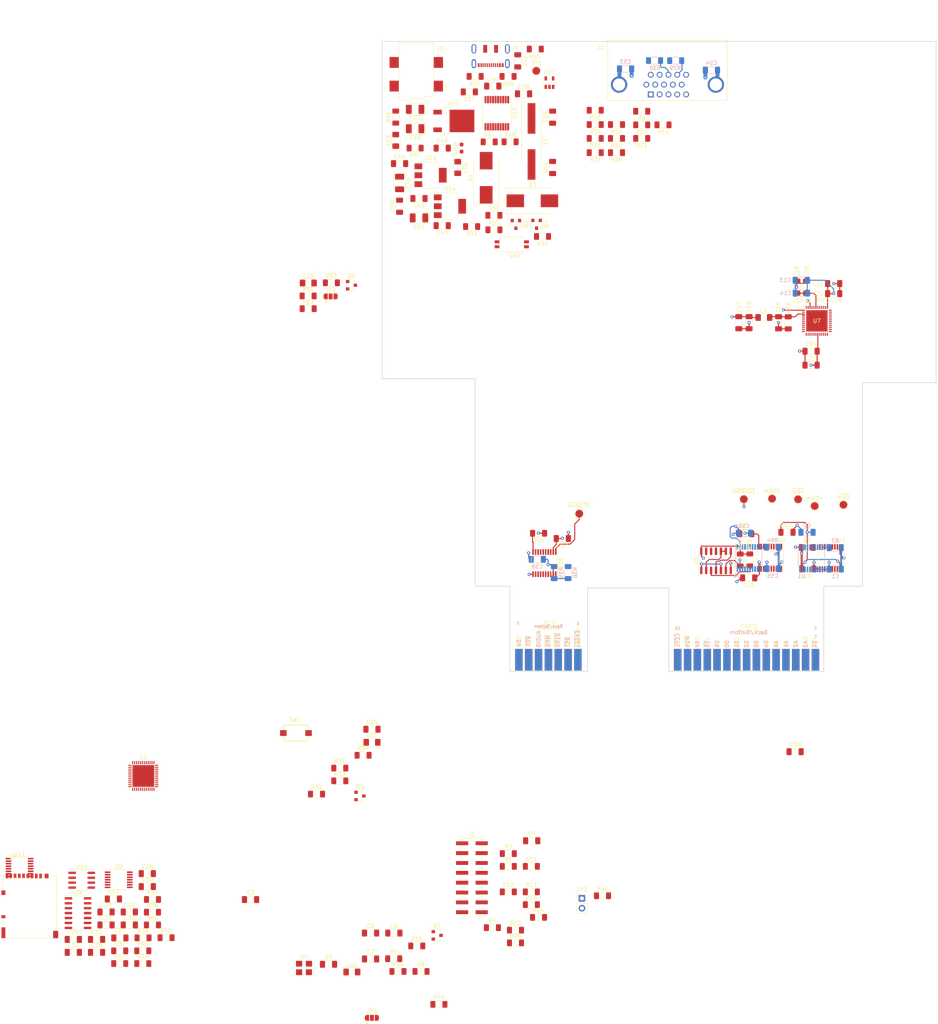
<source format=kicad_pcb>
(kicad_pcb (version 20171130) (host pcbnew 5.1.9+dfsg1-1+deb11u1)
  (layers (0 F.Cu signal) (1 POWER mixed) (2 GND mixed) (31 B.Cu signal) (34 B.Paste user) (35 F.Paste user) (36 B.SilkS user) (37 F.SilkS user) (38 B.Mask user) (39 F.Mask user) (44 Edge.Cuts user))
  (net 0 "")
  (net 1 GND)
  (net 2 3V3)
  (net 3 5V)
  (net 4 2V5)
  (net 5 5V_USB)
  (net 6 "Net-(C48-Pad1)")
  (net 7 ESP32_CH340_RXD)
  (net 8 "Net-(D3-Pad1)")
  (net 9 "Net-(D4-Pad2)")
  (net 10 ESP32_CH340_TXD)
  (net 11 "Net-(J4-Pad9)")
  (net 12 /PowerSupply/D-)
  (net 13 /PowerSupply/D+)
  (net 14 "Net-(J4-Pad4)")
  (net 15 "Net-(J4-Pad10)")
  (net 16 "Net-(J4-Pad3)")
  (net 17 "Net-(Q1-Pad3)")
  (net 18 FPGA_CDONE)
  (net 19 ~CCTL)
  (net 20 "Net-(JP1-Pad1)")
  (net 21 RST\EN)
  (net 22 "Net-(Q3-Pad2)")
  (net 23 "Net-(Q3-Pad1)")
  (net 24 "Net-(Q4-Pad3)")
  (net 25 "Net-(Q4-Pad2)")
  (net 26 "Net-(Q4-Pad1)")
  (net 27 ~RE)
  (net 28 ~WE)
  (net 29 ~IRQ)
  (net 30 A0)
  (net 31 A1)
  (net 32 A2)
  (net 33 A3)
  (net 34 A4)
  (net 35 mA4)
  (net 36 mA3)
  (net 37 mA2)
  (net 38 mA1)
  (net 39 mA0)
  (net 40 ~mVIRQ)
  (net 41 ~mWE)
  (net 42 ~mRE)
  (net 43 /VeraModule/VGA_B2)
  (net 44 /VeraModule/VGA_B1)
  (net 45 /VeraModule/VGA_B0)
  (net 46 /VeraModule/VGA_HSYNC)
  (net 47 /VeraModule/VGA_VSYNC)
  (net 48 AUDIO_LRCK)
  (net 49 AUDIO_DATA)
  (net 50 AUDIO_BCK)
  (net 51 /VeraModule/VSYSCLK)
  (net 52 ~mVCS0)
  (net 53 mD0)
  (net 54 mD1)
  (net 55 mD2)
  (net 56 mD3)
  (net 57 mD4)
  (net 58 mD5)
  (net 59 mD6)
  (net 60 mD7)
  (net 61 SPI_MISO)
  (net 62 SPI_SSEL_N)
  (net 63 SPI_SCK)
  (net 64 SPI_MOSI)
  (net 65 /VeraModule/VGA_R3)
  (net 66 /VeraModule/VGA_R2)
  (net 67 /VeraModule/VGA_R1)
  (net 68 /VeraModule/VGA_R0)
  (net 69 /VeraModule/VGA_G3)
  (net 70 ~FPGA_RESET)
  (net 71 /VeraModule/VGA_G2)
  (net 72 /VeraModule/VGA_G1)
  (net 73 /VeraModule/VGA_G0)
  (net 74 /VeraModule/VGA_B3)
  (net 75 D0)
  (net 76 D1)
  (net 77 D2)
  (net 78 D3)
  (net 79 D4)
  (net 80 D5)
  (net 81 D6)
  (net 82 D7)
  (net 83 ~RST)
  (net 84 ~EXSEL)
  (net 85 ~MPD)
  (net 86 PHI2)
  (net 87 A5)
  (net 88 A6)
  (net 89 A7)
  (net 90 A8)
  (net 91 mA8)
  (net 92 mA7)
  (net 93 mA6)
  (net 94 mA5)
  (net 95 mPHI2)
  (net 96 ~mMPD)
  (net 97 ~mEXSEL)
  (net 98 "/Vera FPGA flash/FLASH_SSEL_N")
  (net 99 "Net-(C36-Pad1)")
  (net 100 ASYSCLK)
  (net 101 "Net-(C32-Pad1)")
  (net 102 "Net-(C32-Pad2)")
  (net 103 "Net-(C33-Pad1)")
  (net 104 "Net-(R43-Pad2)")
  (net 105 "Net-(R3-Pad2)")
  (net 106 "Net-(X1-Pad1)")
  (net 107 AUDIOR)
  (net 108 AUDIOL)
  (net 109 "Net-(C38-Pad1)")
  (net 110 "Net-(C39-Pad1)")
  (net 111 "Net-(C41-Pad1)")
  (net 112 "Net-(C42-Pad1)")
  (net 113 "Net-(C47-Pad1)")
  (net 114 "Net-(C52-Pad1)")
  (net 115 "/Vera FPGA flash/DAT2")
  (net 116 "/Vera FPGA flash/DAT3")
  (net 117 "/Vera FPGA flash/CMD")
  (net 118 "/Vera FPGA flash/CLK")
  (net 119 "/Vera FPGA flash/DAT0")
  (net 120 "/Vera FPGA flash/DAT1")
  (net 121 "Net-(J3-PadSWB)")
  (net 122 "Net-(J3-PadSWA)")
  (net 123 "Net-(J5-Pad3)")
  (net 124 "Net-(LD1-Pad2)")
  (net 125 "Net-(JP1-Pad2)")
  (net 126 AUDIO)
  (net 127 "Net-(R44-Pad2)")
  (net 128 "Net-(R45-Pad2)")
  (net 129 "Net-(R46-Pad2)")
  (net 130 "Net-(R53-Pad1)")
  (net 131 IO0)
  (net 132 TXB_EN)
  (net 133 "Net-(U5-Pad13)")
  (net 134 "Net-(U5-Pad12)")
  (net 135 "Net-(U5-Pad11)")
  (net 136 R~W)
  (net 137 "Net-(U5-Pad4)")
  (net 138 "Net-(U7-Pad2)")
  (net 139 mA14)
  (net 140 mA15)
  (net 141 mA12)
  (net 142 mA13)
  (net 143 mR~W)
  (net 144 mA10)
  (net 145 mA11)
  (net 146 "Net-(U7-Pad26)")
  (net 147 ~mCCTL)
  (net 148 ~mD1XX)
  (net 149 mA9)
  (net 150 "Net-(U7-Pad44)")
  (net 151 "Net-(U7-Pad45)")
  (net 152 "Net-(U7-Pad47)")
  (net 153 "Net-(U7-Pad48)")
  (net 154 "Net-(U9-Pad10)")
  (net 155 "Net-(U9-Pad12)")
  (net 156 "/Vera FPGA flash/SD_SSEL_N")
  (net 157 "Net-(U12-Pad20)")
  (net 158 "Net-(U12-Pad18)")
  (net 159 "Net-(U12-Pad17)")
  (net 160 "Net-(U12-Pad14)")
  (net 161 "Net-(U12-Pad13)")
  (net 162 "Net-(U12-Pad12)")
  (net 163 "Net-(U12-Pad11)")
  (net 164 "Net-(U12-Pad2)")
  (net 165 "Net-(U12-Pad1)")
  (net 166 "Net-(C7-Pad1)")
  (net 167 "Net-(C15-Pad1)")
  (net 168 "Net-(C53-Pad2)")
  (net 169 "Net-(C54-Pad2)")
  (net 170 A9)
  (net 171 A12)
  (net 172 A11)
  (net 173 A10)
  (net 174 A13)
  (net 175 A14)
  (net 176 A15)
  (net 177 /VeraModule/VGARED)
  (net 178 /VeraModule/VGAGREEN)
  (net 179 /VeraModule/VGABLUE)
  (net 180 "Net-(J1-Pad4)")
  (net 181 "Net-(J1-Pad11)")
  (net 182 "Net-(J1-Pad12)")
  (net 183 /VeraModule/VGAHSYNC)
  (net 184 /VeraModule/VGAVSYNC)
  (net 185 "Net-(J1-Pad15)")
  (net 186 "Net-(J1-Pad16)")
  (net 187 "Net-(J2-Pad15)")
  (net 188 "Net-(J2-Pad12)")
  (net 189 "Net-(J2-Pad11)")
  (net 190 "Net-(J2-Pad4)")
  (net 191 "Net-(LD2-Pad1)")
  (net 192 "Net-(LD3-Pad1)")
  (net 193 "Net-(LD4-Pad1)")
  (net 194 "Net-(R11-Pad1)")
  (net 195 "Net-(R13-Pad1)")
  (net 196 "Net-(R15-Pad1)")
  (net 197 "Net-(R17-Pad1)")
  (net 198 "Net-(R19-Pad1)")
  (net 199 "Net-(R21-Pad1)")
  (net 200 "Net-(R23-Pad1)")
  (net 201 "Net-(R25-Pad1)")
  (net 202 "Net-(R27-Pad1)")
  (net 203 ~D1XX)
  (net 204 "Net-(JP3-Pad1)")
  (net 205 "Net-(JP3-Pad2)")
  (net 206 "Net-(LD5-Pad2)")
  (net 207 RD4)
  (net 208 ~S4)
  (net 209 ~S5)
  (net 210 RD5)
  (net 211 RSRVD)
  (net 212 ~REF)
  (net 213 ~HALT)
  (net 214 +3V3)
  (net 215 +5V)
  (net 216 "Net-(R56-Pad1)")
  (net 217 "Net-(U17-Pad4)")
  (net 218 ~mS4)
  (net 219 mRD4)
  (net 220 mRSRVD)
  (net 221 mRD5)
  (net 222 ~mS5)
  (net 223 ~mHALT)
  (module Package_SO:TSSOP-20_4.4x6.5mm_P0.65mm (layer F.Cu) (at 248.4 180.72 270)
    (fp_text reference U3 (at -4.5 -2.67 180) (layer F.SilkS))
    (fp_text value TXS0108EPW)
    (pad 1 smd roundrect (at -2.8625 -2.925 270) (size 1.475 0.4) (layers F.Cu F.Paste F.Mask) (net 219 mRD4))
    (pad 2 smd roundrect (at -2.8625 -2.275 270) (size 1.475 0.4) (layers F.Cu F.Paste F.Mask) (net 214 +3V3))
    (pad 3 smd roundrect (at -2.8625 -1.625 270) (size 1.475 0.4) (layers F.Cu F.Paste F.Mask) (net 35 mA4))
    (pad 4 smd roundrect (at -2.8625 -0.975 270) (size 1.475 0.4) (layers F.Cu F.Paste F.Mask) (net 94 mA5))
    (pad 5 smd roundrect (at -2.8625 -0.325 270) (size 1.475 0.4) (layers F.Cu F.Paste F.Mask) (net 93 mA6))
    (pad 6 smd roundrect (at -2.8625 0.325 270) (size 1.475 0.4) (layers F.Cu F.Paste F.Mask) (net 92 mA7))
    (pad 7 smd roundrect (at -2.8625 0.975 270) (size 1.475 0.4) (layers F.Cu F.Paste F.Mask) (net 91 mA8))
    (pad 8 smd roundrect (at -2.8625 1.625 270) (size 1.475 0.4) (layers F.Cu F.Paste F.Mask) (net 149 mA9))
    (pad 9 smd roundrect (at -2.8625 2.275 270) (size 1.475 0.4) (layers F.Cu F.Paste F.Mask) (net 141 mA12))
    (pad 10 smd roundrect (at -2.8625 2.925 270) (size 1.475 0.4) (layers F.Cu F.Paste F.Mask) (net 132 TXB_EN))
    (pad 11 smd roundrect (at 2.8625 2.925 270) (size 1.475 0.4) (layers F.Cu F.Paste F.Mask) (net 1 GND))
    (pad 12 smd roundrect (at 2.8625 2.275 270) (size 1.475 0.4) (layers F.Cu F.Paste F.Mask) (net 171 A12))
    (pad 13 smd roundrect (at 2.8625 1.625 270) (size 1.475 0.4) (layers F.Cu F.Paste F.Mask) (net 170 A9))
    (pad 14 smd roundrect (at 2.8625 0.975 270) (size 1.475 0.4) (layers F.Cu F.Paste F.Mask) (net 90 A8))
    (pad 15 smd roundrect (at 2.8625 0.325 270) (size 1.475 0.4) (layers F.Cu F.Paste F.Mask) (net 89 A7))
    (pad 16 smd roundrect (at 2.8625 -0.325 270) (size 1.475 0.4) (layers F.Cu F.Paste F.Mask) (net 88 A6))
    (pad 17 smd roundrect (at 2.8625 -0.975 270) (size 1.475 0.4) (layers F.Cu F.Paste F.Mask) (net 87 A5))
    (pad 18 smd roundrect (at 2.8625 -1.625 270) (size 1.475 0.4) (layers F.Cu F.Paste F.Mask) (net 34 A4))
    (pad 19 smd roundrect (at 2.8625 -2.275 270) (size 1.475 0.4) (layers F.Cu F.Paste F.Mask) (net 215 +5V))
    (pad 20 smd roundrect (at 2.8625 -2.925 270) (size 1.475 0.4) (layers F.Cu F.Paste F.Mask) (net 207 RD4))
  )
  (module Capacitor_SMD:C_1206_3216Metric_Pad1.33x1.80mm_HandSolder (layer F.Cu) (at 227.12 185.87 180)
    (fp_text reference C11 (at 0 -1.85) (layer F.SilkS))
    (fp_text value 1uF)
    (pad 2 smd roundrect (at 1.5625 0 180) (size 1.325 1.8) (layers F.Cu F.Paste F.Mask) (roundrect_rratio 0.188679) (net 214 +3V3))
    (pad 1 smd roundrect (at -1.5625 0 180) (size 1.325 1.8) (layers F.Cu F.Paste F.Mask) (roundrect_rratio 0.188679) (net 1 GND))
  )
  (module Capacitor_SMD:C_1206_3216Metric_Pad1.33x1.80mm_HandSolder (layer B.Cu) (at 242.18 174.11)
    (fp_text reference C2 (at -0.03 -1.76) (layer B.SilkS) (effects (justify mirror)))
    (fp_text value 1uF)
    (pad 1 smd roundrect (at -1.5625 0) (size 1.325 1.8) (layers B.Cu B.Paste B.Mask) (roundrect_rratio 0.188679) (net 1 GND))
    (pad 2 smd roundrect (at 1.5625 0) (size 1.325 1.8) (layers B.Cu B.Paste B.Mask) (roundrect_rratio 0.188679) (net 215 +5V))
  )
  (module Capacitor_SMD:C_1206_3216Metric_Pad1.33x1.80mm_HandSolder (layer F.Cu) (at 237.01 174.11 180)
    (fp_text reference C12 (at 0.26 1.87) (layer F.SilkS))
    (fp_text value 1uF)
    (pad 1 smd roundrect (at -1.5625 0 180) (size 1.325 1.8) (layers F.Cu F.Paste F.Mask) (roundrect_rratio 0.188679) (net 1 GND))
    (pad 2 smd roundrect (at 1.5625 0 180) (size 1.325 1.8) (layers F.Cu F.Paste F.Mask) (roundrect_rratio 0.188679) (net 215 +5V))
  )
  (module Package_SO:TSSOP-20_4.4x6.5mm_P0.65mm (layer B.Cu) (at 227.15 180.74 270)
    (fp_text reference U6 (at 4.55 3.01) (layer B.SilkS) (effects (justify mirror)))
    (fp_text value TXS0108EPW)
    (pad 20 smd roundrect (at 2.8625 2.925 270) (size 1.475 0.4) (layers B.Cu B.Paste B.Mask) (net 83 ~RST))
    (pad 19 smd roundrect (at 2.8625 2.275 270) (size 1.475 0.4) (layers B.Cu B.Paste B.Mask) (net 215 +5V))
    (pad 18 smd roundrect (at 2.8625 1.625 270) (size 1.475 0.4) (layers B.Cu B.Paste B.Mask) (net 84 ~EXSEL))
    (pad 17 smd roundrect (at 2.8625 0.975 270) (size 1.475 0.4) (layers B.Cu B.Paste B.Mask) (net 19 ~CCTL))
    (pad 16 smd roundrect (at 2.8625 0.325 270) (size 1.475 0.4) (layers B.Cu B.Paste B.Mask) (net 210 RD5))
    (pad 15 smd roundrect (at 2.8625 -0.325 270) (size 1.475 0.4) (layers B.Cu B.Paste B.Mask) (net 209 ~S5))
    (pad 14 smd roundrect (at 2.8625 -0.975 270) (size 1.475 0.4) (layers B.Cu B.Paste B.Mask) (net 81 D6))
    (pad 13 smd roundrect (at 2.8625 -1.625 270) (size 1.475 0.4) (layers B.Cu B.Paste B.Mask) (net 75 D0))
    (pad 12 smd roundrect (at 2.8625 -2.275 270) (size 1.475 0.4) (layers B.Cu B.Paste B.Mask) (net 76 D1))
    (pad 11 smd roundrect (at 2.8625 -2.925 270) (size 1.475 0.4) (layers B.Cu B.Paste B.Mask) (net 1 GND))
    (pad 10 smd roundrect (at -2.8625 -2.925 270) (size 1.475 0.4) (layers B.Cu B.Paste B.Mask) (net 132 TXB_EN))
    (pad 9 smd roundrect (at -2.8625 -2.275 270) (size 1.475 0.4) (layers B.Cu B.Paste B.Mask) (net 54 mD1))
    (pad 8 smd roundrect (at -2.8625 -1.625 270) (size 1.475 0.4) (layers B.Cu B.Paste B.Mask) (net 53 mD0))
    (pad 7 smd roundrect (at -2.8625 -0.975 270) (size 1.475 0.4) (layers B.Cu B.Paste B.Mask) (net 59 mD6))
    (pad 6 smd roundrect (at -2.8625 -0.325 270) (size 1.475 0.4) (layers B.Cu B.Paste B.Mask) (net 222 ~mS5))
    (pad 5 smd roundrect (at -2.8625 0.325 270) (size 1.475 0.4) (layers B.Cu B.Paste B.Mask) (net 221 mRD5))
    (pad 4 smd roundrect (at -2.8625 0.975 270) (size 1.475 0.4) (layers B.Cu B.Paste B.Mask) (net 147 ~mCCTL))
    (pad 3 smd roundrect (at -2.8625 1.625 270) (size 1.475 0.4) (layers B.Cu B.Paste B.Mask) (net 97 ~mEXSEL))
    (pad 2 smd roundrect (at -2.8625 2.275 270) (size 1.475 0.4) (layers B.Cu B.Paste B.Mask) (net 214 +3V3))
    (pad 1 smd roundrect (at -2.8625 2.925 270) (size 1.475 0.4) (layers B.Cu B.Paste B.Mask) (net 70 ~FPGA_RESET))
  )
  (module Resistor_SMD:R_1206_3216Metric_Pad1.30x1.75mm_HandSolder (layer F.Cu) (at 227.41 181.24 90)
    (fp_text reference R59 (at 3.96 -0.12 90) (layer F.SilkS))
    (fp_text value 4K7)
    (pad 2 smd roundrect (at 1.55 0 90) (size 1.3 1.75) (layers F.Cu F.Paste F.Mask) (roundrect_rratio 0.192308) (net 3 5V))
    (pad 1 smd roundrect (at -1.55 0 90) (size 1.3 1.75) (layers F.Cu F.Paste F.Mask) (roundrect_rratio 0.192308) (net 27 ~RE))
  )
  (module Capacitor_SMD:C_1206_3216Metric_Pad1.33x1.80mm_HandSolder (layer B.Cu) (at 249.45 183.6)
    (fp_text reference C1 (at 0 1.85) (layer B.SilkS) (effects (justify mirror)))
    (fp_text value 1uF)
    (pad 2 smd roundrect (at 1.5625 0) (size 1.325 1.8) (layers B.Cu B.Paste B.Mask) (roundrect_rratio 0.188679) (net 214 +3V3))
    (pad 1 smd roundrect (at -1.5625 0) (size 1.325 1.8) (layers B.Cu B.Paste B.Mask) (roundrect_rratio 0.188679) (net 1 GND))
  )
  (module Package_SO:TSSOP-20_4.4x6.5mm_P0.65mm (layer B.Cu) (at 243.29 180.84 270)
    (fp_text reference U1 (at 4.59 2.56 180) (layer B.SilkS) (effects (justify mirror)))
    (fp_text value TXS0108EPW)
    (pad 1 smd roundrect (at -2.8625 2.925 270) (size 1.475 0.4) (layers B.Cu B.Paste B.Mask) (net 55 mD2))
    (pad 2 smd roundrect (at -2.8625 2.275 270) (size 1.475 0.4) (layers B.Cu B.Paste B.Mask) (net 214 +3V3))
    (pad 3 smd roundrect (at -2.8625 1.625 270) (size 1.475 0.4) (layers B.Cu B.Paste B.Mask) (net 58 mD5))
    (pad 4 smd roundrect (at -2.8625 0.975 270) (size 1.475 0.4) (layers B.Cu B.Paste B.Mask) (net 57 mD4))
    (pad 5 smd roundrect (at -2.8625 0.325 270) (size 1.475 0.4) (layers B.Cu B.Paste B.Mask) (net 39 mA0))
    (pad 6 smd roundrect (at -2.8625 -0.325 270) (size 1.475 0.4) (layers B.Cu B.Paste B.Mask) (net 38 mA1))
    (pad 7 smd roundrect (at -2.8625 -0.975 270) (size 1.475 0.4) (layers B.Cu B.Paste B.Mask) (net 37 mA2))
    (pad 8 smd roundrect (at -2.8625 -1.625 270) (size 1.475 0.4) (layers B.Cu B.Paste B.Mask) (net 36 mA3))
    (pad 9 smd roundrect (at -2.8625 -2.275 270) (size 1.475 0.4) (layers B.Cu B.Paste B.Mask) (net 218 ~mS4))
    (pad 10 smd roundrect (at -2.8625 -2.925 270) (size 1.475 0.4) (layers B.Cu B.Paste B.Mask) (net 132 TXB_EN))
    (pad 11 smd roundrect (at 2.8625 -2.925 270) (size 1.475 0.4) (layers B.Cu B.Paste B.Mask) (net 1 GND))
    (pad 12 smd roundrect (at 2.8625 -2.275 270) (size 1.475 0.4) (layers B.Cu B.Paste B.Mask) (net 208 ~S4))
    (pad 13 smd roundrect (at 2.8625 -1.625 270) (size 1.475 0.4) (layers B.Cu B.Paste B.Mask) (net 33 A3))
    (pad 14 smd roundrect (at 2.8625 -0.975 270) (size 1.475 0.4) (layers B.Cu B.Paste B.Mask) (net 32 A2))
    (pad 15 smd roundrect (at 2.8625 -0.325 270) (size 1.475 0.4) (layers B.Cu B.Paste B.Mask) (net 31 A1))
    (pad 16 smd roundrect (at 2.8625 0.325 270) (size 1.475 0.4) (layers B.Cu B.Paste B.Mask) (net 30 A0))
    (pad 17 smd roundrect (at 2.8625 0.975 270) (size 1.475 0.4) (layers B.Cu B.Paste B.Mask) (net 79 D4))
    (pad 18 smd roundrect (at 2.8625 1.625 270) (size 1.475 0.4) (layers B.Cu B.Paste B.Mask) (net 80 D5))
    (pad 19 smd roundrect (at 2.8625 2.275 270) (size 1.475 0.4) (layers B.Cu B.Paste B.Mask) (net 215 +5V))
    (pad 20 smd roundrect (at 2.8625 2.925 270) (size 1.475 0.4) (layers B.Cu B.Paste B.Mask) (net 77 D2))
  )
  (module Package_SO:SOIC-14_3.9x8.7mm_P1.27mm (layer F.Cu) (at 218.69 181.47 90)
    (fp_text reference U5 (at 0 -5.28 90) (layer F.SilkS))
    (fp_text value IC74HC00)
    (pad 14 smd roundrect (at 2.475 -3.81 90) (size 1.95 0.6) (layers F.Cu F.Paste F.Mask) (net 3 5V))
    (pad 13 smd roundrect (at 2.475 -2.54 90) (size 1.95 0.6) (layers F.Cu F.Paste F.Mask) (net 133 "Net-(U5-Pad13)"))
    (pad 12 smd roundrect (at 2.475 -1.27 90) (size 1.95 0.6) (layers F.Cu F.Paste F.Mask) (net 134 "Net-(U5-Pad12)"))
    (pad 11 smd roundrect (at 2.475 0 90) (size 1.95 0.6) (layers F.Cu F.Paste F.Mask) (net 135 "Net-(U5-Pad11)"))
    (pad 10 smd roundrect (at 2.475 1.27 90) (size 1.95 0.6) (layers F.Cu F.Paste F.Mask) (net 136 R~W))
    (pad 9 smd roundrect (at 2.475 2.54 90) (size 1.95 0.6) (layers F.Cu F.Paste F.Mask) (net 136 R~W))
    (pad 8 smd roundrect (at 2.475 3.81 90) (size 1.95 0.6) (layers F.Cu F.Paste F.Mask) (net 137 "Net-(U5-Pad4)"))
    (pad 7 smd roundrect (at -2.475 3.81 90) (size 1.95 0.6) (layers F.Cu F.Paste F.Mask) (net 1 GND))
    (pad 6 smd roundrect (at -2.475 2.54 90) (size 1.95 0.6) (layers F.Cu F.Paste F.Mask) (net 28 ~WE))
    (pad 5 smd roundrect (at -2.475 1.27 90) (size 1.95 0.6) (layers F.Cu F.Paste F.Mask) (net 86 PHI2))
    (pad 4 smd roundrect (at -2.475 0 90) (size 1.95 0.6) (layers F.Cu F.Paste F.Mask) (net 137 "Net-(U5-Pad4)"))
    (pad 3 smd roundrect (at -2.475 -1.27 90) (size 1.95 0.6) (layers F.Cu F.Paste F.Mask) (net 27 ~RE))
    (pad 2 smd roundrect (at -2.475 -2.54 90) (size 1.95 0.6) (layers F.Cu F.Paste F.Mask) (net 136 R~W))
    (pad 1 smd roundrect (at -2.475 -3.81 90) (size 1.95 0.6) (layers F.Cu F.Paste F.Mask) (net 86 PHI2))
  )
  (module Resistor_SMD:R_1206_3216Metric_Pad1.30x1.75mm_HandSolder (layer F.Cu) (at 224.95 181.27 270)
    (fp_text reference R60 (at -3.99 0.03 90) (layer F.SilkS))
    (fp_text value 4K7)
    (pad 2 smd roundrect (at 1.55 0 270) (size 1.3 1.75) (layers F.Cu F.Paste F.Mask) (roundrect_rratio 0.192308) (net 28 ~WE))
    (pad 1 smd roundrect (at -1.55 0 270) (size 1.3 1.75) (layers F.Cu F.Paste F.Mask) (roundrect_rratio 0.192308) (net 3 5V))
  )
  (module Resistor_SMD:R_1206_3216Metric_Pad1.30x1.75mm_HandSolder (layer B.Cu) (at 249.46 178.1 180)
    (fp_text reference R2 (at 0 1.82) (layer B.SilkS) (effects (justify mirror)))
    (fp_text value 10K)
    (pad 2 smd roundrect (at 1.55 0 180) (size 1.3 1.75) (layers B.Cu B.Paste B.Mask) (roundrect_rratio 0.192308) (net 132 TXB_EN))
    (pad 1 smd roundrect (at -1.55 0 180) (size 1.3 1.75) (layers B.Cu B.Paste B.Mask) (roundrect_rratio 0.192308) (net 214 +3V3))
  )
  (module Package_SO:TSSOP-20_4.4x6.5mm_P0.65mm (layer F.Cu) (at 232.64 180.66 270)
    (fp_text reference U4 (at -4.61 -3.03 180) (layer F.SilkS))
    (fp_text value TXS0108EPW)
    (pad 20 smd roundrect (at 2.8625 -2.925 270) (size 1.475 0.4) (layers F.Cu F.Paste F.Mask) (net 78 D3))
    (pad 19 smd roundrect (at 2.8625 -2.275 270) (size 1.475 0.4) (layers F.Cu F.Paste F.Mask) (net 215 +5V))
    (pad 18 smd roundrect (at 2.8625 -1.625 270) (size 1.475 0.4) (layers F.Cu F.Paste F.Mask) (net 82 D7))
    (pad 17 smd roundrect (at 2.8625 -0.975 270) (size 1.475 0.4) (layers F.Cu F.Paste F.Mask) (net 172 A11))
    (pad 16 smd roundrect (at 2.8625 -0.325 270) (size 1.475 0.4) (layers F.Cu F.Paste F.Mask) (net 173 A10))
    (pad 15 smd roundrect (at 2.8625 0.325 270) (size 1.475 0.4) (layers F.Cu F.Paste F.Mask) (net 136 R~W))
    (pad 14 smd roundrect (at 2.8625 0.975 270) (size 1.475 0.4) (layers F.Cu F.Paste F.Mask) (net 86 PHI2))
    (pad 13 smd roundrect (at 2.8625 1.625 270) (size 1.475 0.4) (layers F.Cu F.Paste F.Mask) (net 211 RSRVD))
    (pad 12 smd roundrect (at 2.8625 2.275 270) (size 1.475 0.4) (layers F.Cu F.Paste F.Mask) (net 29 ~IRQ))
    (pad 11 smd roundrect (at 2.8625 2.925 270) (size 1.475 0.4) (layers F.Cu F.Paste F.Mask) (net 1 GND))
    (pad 10 smd roundrect (at -2.8625 2.925 270) (size 1.475 0.4) (layers F.Cu F.Paste F.Mask) (net 132 TXB_EN))
    (pad 9 smd roundrect (at -2.8625 2.275 270) (size 1.475 0.4) (layers F.Cu F.Paste F.Mask) (net 40 ~mVIRQ))
    (pad 8 smd roundrect (at -2.8625 1.625 270) (size 1.475 0.4) (layers F.Cu F.Paste F.Mask) (net 220 mRSRVD))
    (pad 7 smd roundrect (at -2.8625 0.975 270) (size 1.475 0.4) (layers F.Cu F.Paste F.Mask) (net 95 mPHI2))
    (pad 6 smd roundrect (at -2.8625 0.325 270) (size 1.475 0.4) (layers F.Cu F.Paste F.Mask) (net 143 mR~W))
    (pad 5 smd roundrect (at -2.8625 -0.325 270) (size 1.475 0.4) (layers F.Cu F.Paste F.Mask) (net 144 mA10))
    (pad 4 smd roundrect (at -2.8625 -0.975 270) (size 1.475 0.4) (layers F.Cu F.Paste F.Mask) (net 145 mA11))
    (pad 3 smd roundrect (at -2.8625 -1.625 270) (size 1.475 0.4) (layers F.Cu F.Paste F.Mask) (net 60 mD7))
    (pad 2 smd roundrect (at -2.8625 -2.275 270) (size 1.475 0.4) (layers F.Cu F.Paste F.Mask) (net 214 +3V3))
    (pad 1 smd roundrect (at -2.8625 -2.925 270) (size 1.475 0.4) (layers F.Cu F.Paste F.Mask) (net 56 mD3))
  )
  (module Resistor_SMD:R_1206_3216Metric_Pad1.30x1.75mm_HandSolder (layer F.Cu) (at 242.26 178.02)
    (fp_text reference R6 (at 0 -1.82) (layer F.SilkS))
    (fp_text value 10K)
    (pad 1 smd roundrect (at -1.55 0) (size 1.3 1.75) (layers F.Cu F.Paste F.Mask) (roundrect_rratio 0.192308) (net 214 +3V3))
    (pad 2 smd roundrect (at 1.55 0) (size 1.3 1.75) (layers F.Cu F.Paste F.Mask) (roundrect_rratio 0.192308) (net 132 TXB_EN))
  )
  (module Capacitor_SMD:C_1206_3216Metric_Pad1.33x1.80mm_HandSolder (layer B.Cu) (at 233.35 183.5)
    (fp_text reference C55 (at 0 1.85) (layer B.SilkS) (effects (justify mirror)))
    (fp_text value 1uF)
    (pad 2 smd roundrect (at 1.5625 0) (size 1.325 1.8) (layers B.Cu B.Paste B.Mask) (roundrect_rratio 0.188679) (net 214 +3V3))
    (pad 1 smd roundrect (at -1.5625 0) (size 1.325 1.8) (layers B.Cu B.Paste B.Mask) (roundrect_rratio 0.188679) (net 1 GND))
  )
  (module Capacitor_SMD:C_1206_3216Metric_Pad1.33x1.80mm_HandSolder (layer B.Cu) (at 226.03 174.31 180)
    (fp_text reference C56 (at 0.14 1.88) (layer B.SilkS) (effects (justify mirror)))
    (fp_text value 1uF)
    (pad 1 smd roundrect (at -1.5625 0 180) (size 1.325 1.8) (layers B.Cu B.Paste B.Mask) (roundrect_rratio 0.188679) (net 1 GND))
    (pad 2 smd roundrect (at 1.5625 0 180) (size 1.325 1.8) (layers B.Cu B.Paste B.Mask) (roundrect_rratio 0.188679) (net 215 +5V))
  )
  (module Resistor_SMD:R_1206_3216Metric_Pad1.30x1.75mm_HandSolder (layer F.Cu) (at 226.39 174.53)
    (fp_text reference R7 (at 0 -1.82) (layer F.SilkS))
    (fp_text value 10K)
    (pad 2 smd roundrect (at 1.55 0) (size 1.3 1.75) (layers F.Cu F.Paste F.Mask) (roundrect_rratio 0.192308) (net 132 TXB_EN))
    (pad 1 smd roundrect (at -1.55 0) (size 1.3 1.75) (layers F.Cu F.Paste F.Mask) (roundrect_rratio 0.192308) (net 214 +3V3))
  )
  (module Capacitor_SMD:C_1206_3216Metric_Pad1.33x1.80mm_HandSolder (layer F.Cu) (at 242.39 183.55 180)
    (fp_text reference C9 (at 0 -1.85) (layer F.SilkS))
    (fp_text value 1uF)
    (pad 2 smd roundrect (at 1.5625 0 180) (size 1.325 1.8) (layers F.Cu F.Paste F.Mask) (roundrect_rratio 0.188679) (net 214 +3V3))
    (pad 1 smd roundrect (at -1.5625 0 180) (size 1.325 1.8) (layers F.Cu F.Paste F.Mask) (roundrect_rratio 0.188679) (net 1 GND))
  )
  (module Resistor_SMD:R_1206_3216Metric_Pad1.30x1.75mm_HandSolder (layer B.Cu) (at 233.31 177.98 180)
    (fp_text reference R64 (at 0 1.82) (layer B.SilkS) (effects (justify mirror)))
    (fp_text value 10K)
    (pad 1 smd roundrect (at -1.55 0 180) (size 1.3 1.75) (layers B.Cu B.Paste B.Mask) (roundrect_rratio 0.192308) (net 214 +3V3))
    (pad 2 smd roundrect (at 1.55 0 180) (size 1.3 1.75) (layers B.Cu B.Paste B.Mask) (roundrect_rratio 0.192308) (net 132 TXB_EN))
  )
  (module Crystal:Crystal_SMD_HC49-SD_HandSoldering (layer F.Cu) (at 171.05 73.29 270)
    (fp_text reference Y1 (at 0 -3.55 90) (layer F.SilkS))
    (fp_text value 12MHzC)
    (pad 2 smd rect (at 5.9375 0 270) (size 7.875 2) (layers F.Cu F.Paste F.Mask) (net 111 "Net-(C41-Pad1)"))
    (pad 1 smd rect (at -5.9375 0 270) (size 7.875 2) (layers F.Cu F.Paste F.Mask) (net 110 "Net-(C39-Pad1)"))
  )
  (module Package_TO_SOT_SMD:TO-252-2 (layer F.Cu) (at 151 68)
    (fp_text reference U15 (at 0 -4.5) (layer F.SilkS))
    (fp_text value L7805)
    (pad 2 smd rect (at 2.1 0) (size 6.4 5.8) (layers F.Cu F.Mask) (net 1 GND))
    (pad 3 smd rect (at -4.2 2.28) (size 2.2 1.2) (layers F.Cu F.Paste F.Mask) (net 6 "Net-(C48-Pad1)"))
    (pad 1 smd rect (at -4.2 -2.28) (size 2.2 1.2) (layers F.Cu F.Paste F.Mask) (net 113 "Net-(C47-Pad1)"))
  )
  (module Package_TO_SOT_SMD:SOT-223-3_TabPin2 (layer F.Cu) (at 150 90)
    (fp_text reference U14 (at 0 -4.5) (layer F.SilkS))
    (fp_text value AMS1117-2.5)
    (pad 1 smd rect (at -3.15 -2.3) (size 2 1.5) (layers F.Cu F.Paste F.Mask) (net 1 GND))
    (pad 3 smd rect (at -3.15 2.3) (size 2 1.5) (layers F.Cu F.Paste F.Mask) (net 3 5V))
    (pad 2 smd rect (at -3.15 0) (size 2 1.5) (layers F.Cu F.Paste F.Mask) (net 4 2V5))
    (pad 2 smd rect (at 3.15 0) (size 2 3.8) (layers F.Cu F.Paste F.Mask) (net 4 2V5))
  )
  (module Package_TO_SOT_SMD:SOT-223-3_TabPin2 (layer F.Cu) (at 145 82)
    (fp_text reference U13 (at 0 -4.5) (layer F.SilkS))
    (fp_text value AMS1117-3.3)
    (pad 1 smd rect (at -3.15 -2.3) (size 2 1.5) (layers F.Cu F.Paste F.Mask) (net 1 GND))
    (pad 3 smd rect (at -3.15 2.3) (size 2 1.5) (layers F.Cu F.Paste F.Mask) (net 3 5V))
    (pad 2 smd rect (at -3.15 0) (size 2 1.5) (layers F.Cu F.Paste F.Mask) (net 2 3V3))
    (pad 2 smd rect (at 3.15 0) (size 2 3.8) (layers F.Cu F.Paste F.Mask) (net 2 3V3))
  )
  (module Package_SO:SSOP-20_5.3x7.2mm_P0.65mm (layer F.Cu) (at 162.1 66 270)
    (fp_text reference U12 (at 0 -4.55 90) (layer F.SilkS))
    (fp_text value USBCH340T)
    (pad 20 smd roundrect (at 3.5 -2.925 270) (size 1.9 0.5) (layers F.Cu F.Paste F.Mask) (net 157 "Net-(U12-Pad20)"))
    (pad 19 smd roundrect (at 3.5 -2.275 270) (size 1.9 0.5) (layers F.Cu F.Paste F.Mask) (net 5 5V_USB))
    (pad 18 smd roundrect (at 3.5 -1.625 270) (size 1.9 0.5) (layers F.Cu F.Paste F.Mask) (net 158 "Net-(U12-Pad18)"))
    (pad 17 smd roundrect (at 3.5 -0.975 270) (size 1.9 0.5) (layers F.Cu F.Paste F.Mask) (net 159 "Net-(U12-Pad17)"))
    (pad 16 smd roundrect (at 3.5 -0.325 270) (size 1.9 0.5) (layers F.Cu F.Paste F.Mask) (net 22 "Net-(Q3-Pad2)"))
    (pad 15 smd roundrect (at 3.5 0.325 270) (size 1.9 0.5) (layers F.Cu F.Paste F.Mask) (net 25 "Net-(Q4-Pad2)"))
    (pad 14 smd roundrect (at 3.5 0.975 270) (size 1.9 0.5) (layers F.Cu F.Paste F.Mask) (net 160 "Net-(U12-Pad14)"))
    (pad 13 smd roundrect (at 3.5 1.625 270) (size 1.9 0.5) (layers F.Cu F.Paste F.Mask) (net 161 "Net-(U12-Pad13)"))
    (pad 12 smd roundrect (at 3.5 2.275 270) (size 1.9 0.5) (layers F.Cu F.Paste F.Mask) (net 162 "Net-(U12-Pad12)"))
    (pad 11 smd roundrect (at 3.5 2.925 270) (size 1.9 0.5) (layers F.Cu F.Paste F.Mask) (net 163 "Net-(U12-Pad11)"))
    (pad 10 smd roundrect (at -3.5 2.925 270) (size 1.9 0.5) (layers F.Cu F.Paste F.Mask) (net 111 "Net-(C41-Pad1)"))
    (pad 9 smd roundrect (at -3.5 2.275 270) (size 1.9 0.5) (layers F.Cu F.Paste F.Mask) (net 110 "Net-(C39-Pad1)"))
    (pad 8 smd roundrect (at -3.5 1.625 270) (size 1.9 0.5) (layers F.Cu F.Paste F.Mask) (net 1 GND))
    (pad 7 smd roundrect (at -3.5 0.975 270) (size 1.9 0.5) (layers F.Cu F.Paste F.Mask) (net 12 /PowerSupply/D-))
    (pad 6 smd roundrect (at -3.5 0.325 270) (size 1.9 0.5) (layers F.Cu F.Paste F.Mask) (net 13 /PowerSupply/D+))
    (pad 5 smd roundrect (at -3.5 -0.325 270) (size 1.9 0.5) (layers F.Cu F.Paste F.Mask) (net 109 "Net-(C38-Pad1)"))
    (pad 4 smd roundrect (at -3.5 -0.975 270) (size 1.9 0.5) (layers F.Cu F.Paste F.Mask) (net 9 "Net-(D4-Pad2)"))
    (pad 3 smd roundrect (at -3.5 -1.625 270) (size 1.9 0.5) (layers F.Cu F.Paste F.Mask) (net 8 "Net-(D3-Pad1)"))
    (pad 2 smd roundrect (at -3.5 -2.275 270) (size 1.9 0.5) (layers F.Cu F.Paste F.Mask) (net 164 "Net-(U12-Pad2)"))
    (pad 1 smd roundrect (at -3.5 -2.925 270) (size 1.9 0.5) (layers F.Cu F.Paste F.Mask) (net 165 "Net-(U12-Pad1)"))
  )
  (module Package_SO:SOIC-14_3.9x8.7mm_P1.27mm (layer F.Cu) (at 53.98 272.35)
    (fp_text reference U9 (at 0 -5.28) (layer F.SilkS))
    (fp_text value IC74HC00)
    (pad 14 smd roundrect (at 2.475 -3.81) (size 1.95 0.6) (layers F.Cu F.Paste F.Mask) (net 2 3V3))
    (pad 13 smd roundrect (at 2.475 -2.54) (size 1.95 0.6) (layers F.Cu F.Paste F.Mask) (net 154 "Net-(U9-Pad10)"))
    (pad 12 smd roundrect (at 2.475 -1.27) (size 1.95 0.6) (layers F.Cu F.Paste F.Mask) (net 155 "Net-(U9-Pad12)"))
    (pad 11 smd roundrect (at 2.475 0) (size 1.95 0.6) (layers F.Cu F.Paste F.Mask) (net 98 "/Vera FPGA flash/FLASH_SSEL_N"))
    (pad 10 smd roundrect (at 2.475 1.27) (size 1.95 0.6) (layers F.Cu F.Paste F.Mask) (net 154 "Net-(U9-Pad10)"))
    (pad 9 smd roundrect (at 2.475 2.54) (size 1.95 0.6) (layers F.Cu F.Paste F.Mask) (net 18 FPGA_CDONE))
    (pad 8 smd roundrect (at 2.475 3.81) (size 1.95 0.6) (layers F.Cu F.Paste F.Mask) (net 156 "/Vera FPGA flash/SD_SSEL_N"))
    (pad 7 smd roundrect (at -2.475 3.81) (size 1.95 0.6) (layers F.Cu F.Paste F.Mask) (net 1 GND))
    (pad 6 smd roundrect (at -2.475 2.54) (size 1.95 0.6) (layers F.Cu F.Paste F.Mask) (net 154 "Net-(U9-Pad10)"))
    (pad 5 smd roundrect (at -2.475 1.27) (size 1.95 0.6) (layers F.Cu F.Paste F.Mask) (net 62 SPI_SSEL_N))
    (pad 4 smd roundrect (at -2.475 0) (size 1.95 0.6) (layers F.Cu F.Paste F.Mask) (net 62 SPI_SSEL_N))
    (pad 3 smd roundrect (at -2.475 -1.27) (size 1.95 0.6) (layers F.Cu F.Paste F.Mask) (net 155 "Net-(U9-Pad12)"))
    (pad 2 smd roundrect (at -2.475 -2.54) (size 1.95 0.6) (layers F.Cu F.Paste F.Mask) (net 18 FPGA_CDONE))
    (pad 1 smd roundrect (at -2.475 -3.81) (size 1.95 0.6) (layers F.Cu F.Paste F.Mask) (net 18 FPGA_CDONE))
  )
  (module Package_SO:TSSOP-14_4.4x5mm_P0.65mm (layer F.Cu) (at 64.48 263.75)
    (fp_text reference U8 (at 0 -3.45) (layer F.SilkS))
    (fp_text value 74CBTLV3126PW,118)
    (pad 14 smd roundrect (at 2.8625 -1.95) (size 1.475 0.4) (layers F.Cu F.Paste F.Mask) (net 2 3V3))
    (pad 13 smd roundrect (at 2.8625 -1.3) (size 1.475 0.4) (layers F.Cu F.Paste F.Mask) (net 18 FPGA_CDONE))
    (pad 12 smd roundrect (at 2.8625 -0.65) (size 1.475 0.4) (layers F.Cu F.Paste F.Mask) (net 61 SPI_MISO))
    (pad 11 smd roundrect (at 2.8625 0) (size 1.475 0.4) (layers F.Cu F.Paste F.Mask) (net 119 "/Vera FPGA flash/DAT0"))
    (pad 10 smd roundrect (at 2.8625 0.65) (size 1.475 0.4) (layers F.Cu F.Paste F.Mask) (net 18 FPGA_CDONE))
    (pad 9 smd roundrect (at 2.8625 1.3) (size 1.475 0.4) (layers F.Cu F.Paste F.Mask) (net 63 SPI_SCK))
    (pad 8 smd roundrect (at 2.8625 1.95) (size 1.475 0.4) (layers F.Cu F.Paste F.Mask) (net 118 "/Vera FPGA flash/CLK"))
    (pad 7 smd roundrect (at -2.8625 1.95) (size 1.475 0.4) (layers F.Cu F.Paste F.Mask) (net 1 GND))
    (pad 6 smd roundrect (at -2.8625 1.3) (size 1.475 0.4) (layers F.Cu F.Paste F.Mask) (net 117 "/Vera FPGA flash/CMD"))
    (pad 5 smd roundrect (at -2.8625 0.65) (size 1.475 0.4) (layers F.Cu F.Paste F.Mask) (net 64 SPI_MOSI))
    (pad 4 smd roundrect (at -2.8625 0) (size 1.475 0.4) (layers F.Cu F.Paste F.Mask) (net 18 FPGA_CDONE))
    (pad 3 smd roundrect (at -2.8625 -0.65) (size 1.475 0.4) (layers F.Cu F.Paste F.Mask) (net 116 "/Vera FPGA flash/DAT3"))
    (pad 2 smd roundrect (at -2.8625 -1.3) (size 1.475 0.4) (layers F.Cu F.Paste F.Mask) (net 62 SPI_SSEL_N))
    (pad 1 smd roundrect (at -2.8625 -1.95) (size 1.475 0.4) (layers F.Cu F.Paste F.Mask) (net 18 FPGA_CDONE))
  )
  (module RetroBitLab:ESP32-PICO-D4 (layer F.Cu) (at 244.73 119.57)
    (fp_text reference U7 (at 0 0) (layer F.SilkS))
    (fp_text value ESP32-PICO-D4 (at 0.19 -5.21) (layer F.SilkS))
    (fp_text user * (at -4.4958 -3) (layer F.SilkS))
    (pad 1 smd rect (at -3.4671 -2.75 90) (size 0.254 0.7874) (layers F.Cu F.Paste F.Mask) (net 2 3V3))
    (pad 2 smd rect (at -3.4671 -2.250001 90) (size 0.254 0.7874) (layers F.Cu F.Paste F.Mask) (net 138 "Net-(U7-Pad2)"))
    (pad 3 smd rect (at -3.4671 -1.749999 90) (size 0.254 0.7874) (layers F.Cu F.Paste F.Mask) (net 167 "Net-(C15-Pad1)"))
    (pad 4 smd rect (at -3.4671 -1.25 90) (size 0.254 0.7874) (layers F.Cu F.Paste F.Mask) (net 167 "Net-(C15-Pad1)"))
    (pad 5 smd rect (at -3.4671 -0.750001 90) (size 0.254 0.7874) (layers F.Cu F.Paste F.Mask) (net 139 mA14))
    (pad 6 smd rect (at -3.4671 -0.25 90) (size 0.254 0.7874) (layers F.Cu F.Paste F.Mask) (net 92 mA7))
    (pad 7 smd rect (at -3.4671 0.25 90) (size 0.254 0.7874) (layers F.Cu F.Paste F.Mask) (net 93 mA6))
    (pad 8 smd rect (at -3.4671 0.750001 90) (size 0.254 0.7874) (layers F.Cu F.Paste F.Mask) (net 140 mA15))
    (pad 9 smd rect (at -3.4671 1.25 90) (size 0.254 0.7874) (layers F.Cu F.Paste F.Mask) (net 21 RST\EN))
    (pad 10 smd rect (at -3.4671 1.749999 90) (size 0.254 0.7874) (layers F.Cu F.Paste F.Mask) (net 141 mA12))
    (pad 11 smd rect (at -3.4671 2.250001 90) (size 0.254 0.7874) (layers F.Cu F.Paste F.Mask) (net 142 mA13))
    (pad 12 smd rect (at -3.4671 2.75 90) (size 0.254 0.7874) (layers F.Cu F.Paste F.Mask) (net 94 mA5))
    (pad 13 smd rect (at -2.75 3.4671) (size 0.254 0.7874) (layers F.Cu F.Paste F.Mask) (net 35 mA4))
    (pad 14 smd rect (at -2.250001 3.4671) (size 0.254 0.7874) (layers F.Cu F.Paste F.Mask) (net 143 mR~W))
    (pad 15 smd rect (at -1.749999 3.4671) (size 0.254 0.7874) (layers F.Cu F.Paste F.Mask) (net 52 ~mVCS0))
    (pad 16 smd rect (at -1.25 3.4671) (size 0.254 0.7874) (layers F.Cu F.Paste F.Mask) (net 36 mA3))
    (pad 17 smd rect (at -0.750001 3.4671) (size 0.254 0.7874) (layers F.Cu F.Paste F.Mask) (net 55 mD2))
    (pad 18 smd rect (at -0.25 3.4671) (size 0.254 0.7874) (layers F.Cu F.Paste F.Mask) (net 144 mA10))
    (pad 19 smd rect (at 0.25 3.4671) (size 0.254 0.7874) (layers F.Cu F.Paste F.Mask) (net 2 3V3))
    (pad 20 smd rect (at 0.750001 3.4671) (size 0.254 0.7874) (layers F.Cu F.Paste F.Mask) (net 54 mD1))
    (pad 21 smd rect (at 1.25 3.4671) (size 0.254 0.7874) (layers F.Cu F.Paste F.Mask) (net 145 mA11))
    (pad 22 smd rect (at 1.749999 3.4671) (size 0.254 0.7874) (layers F.Cu F.Paste F.Mask) (net 91 mA8))
    (pad 23 smd rect (at 2.250001 3.4671) (size 0.254 0.7874) (layers F.Cu F.Paste F.Mask) (net 131 IO0))
    (pad 24 smd rect (at 2.75 3.4671) (size 0.254 0.7874) (layers F.Cu F.Paste F.Mask) (net 53 mD0))
    (pad 25 smd rect (at 3.4671 2.75 90) (size 0.254 0.7874) (layers F.Cu F.Paste F.Mask) (net 56 mD3))
    (pad 26 smd rect (at 3.4671 2.250001 90) (size 0.254 0.7874) (layers F.Cu F.Paste F.Mask) (net 146 "Net-(U7-Pad26)"))
    (pad 27 smd rect (at 3.4671 1.749999 90) (size 0.254 0.7874) (layers F.Cu F.Paste F.Mask) (net 57 mD4))
    (pad 28 smd rect (at 3.4671 1.25 90) (size 0.254 0.7874) (layers F.Cu F.Paste F.Mask) (net 147 ~mCCTL))
    (pad 29 smd rect (at 3.4671 0.750001 90) (size 0.254 0.7874) (layers F.Cu F.Paste F.Mask) (net 148 ~mD1XX))
    (pad 30 smd rect (at 3.4671 0.25 90) (size 0.254 0.7874) (layers F.Cu F.Paste F.Mask) (net 97 ~mEXSEL))
    (pad 31 smd rect (at 3.4671 -0.25 90) (size 0.254 0.7874) (layers F.Cu F.Paste F.Mask) (net 39 mA0))
    (pad 32 smd rect (at 3.4671 -0.750001 90) (size 0.254 0.7874) (layers F.Cu F.Paste F.Mask) (net 96 ~mMPD))
    (pad 33 smd rect (at 3.4671 -1.25 90) (size 0.254 0.7874) (layers F.Cu F.Paste F.Mask) (net 38 mA1))
    (pad 34 smd rect (at 3.4671 -1.749999 90) (size 0.254 0.7874) (layers F.Cu F.Paste F.Mask) (net 149 mA9))
    (pad 35 smd rect (at 3.4671 -2.250001 90) (size 0.254 0.7874) (layers F.Cu F.Paste F.Mask) (net 58 mD5))
    (pad 36 smd rect (at 3.4671 -2.75 90) (size 0.254 0.7874) (layers F.Cu F.Paste F.Mask) (net 95 mPHI2))
    (pad 37 smd rect (at 2.75 -3.4671) (size 0.254 0.7874) (layers F.Cu F.Paste F.Mask) (net 2 3V3))
    (pad 38 smd rect (at 2.250001 -3.4671) (size 0.254 0.7874) (layers F.Cu F.Paste F.Mask) (net 59 mD6))
    (pad 39 smd rect (at 1.749999 -3.4671) (size 0.254 0.7874) (layers F.Cu F.Paste F.Mask) (net 60 mD7))
    (pad 40 smd rect (at 1.25 -3.4671) (size 0.254 0.7874) (layers F.Cu F.Paste F.Mask) (net 7 ESP32_CH340_RXD))
    (pad 41 smd rect (at 0.750001 -3.4671) (size 0.254 0.7874) (layers F.Cu F.Paste F.Mask) (net 10 ESP32_CH340_TXD))
    (pad 42 smd rect (at 0.25 -3.4671) (size 0.254 0.7874) (layers F.Cu F.Paste F.Mask) (net 37 mA2))
    (pad 43 smd rect (at -0.25 -3.4671) (size 0.254 0.7874) (layers F.Cu F.Paste F.Mask) (net 2 3V3))
    (pad 44 smd rect (at -0.750001 -3.4671) (size 0.254 0.7874) (layers F.Cu F.Paste F.Mask) (net 150 "Net-(U7-Pad44)"))
    (pad 45 smd rect (at -1.25 -3.4671) (size 0.254 0.7874) (layers F.Cu F.Paste F.Mask) (net 151 "Net-(U7-Pad45)"))
    (pad 46 smd rect (at -1.749999 -3.4671) (size 0.254 0.7874) (layers F.Cu F.Paste F.Mask) (net 2 3V3))
    (pad 47 smd rect (at -2.250001 -3.4671) (size 0.254 0.7874) (layers F.Cu F.Paste F.Mask) (net 152 "Net-(U7-Pad47)"))
    (pad 48 smd rect (at -2.75 -3.4671) (size 0.254 0.7874) (layers F.Cu F.Paste F.Mask) (net 153 "Net-(U7-Pad48)"))
    (pad 49 smd rect (at 0 0) (size 5.5118 5.5118) (layers F.Cu F.Paste F.Mask) (net 1 GND))
  )
  (module RetroBitLab:SW_DIP_SPSTx02_DSHP02TS-S (layer F.Cu) (at 166.85 99.82 270)
    (fp_text reference SW2 (at 2.965 0.175 180) (layer F.SilkS))
    (fp_text value SPST_SWITCH_SMD_4P,4.1x5.4mm)
    (pad 4 smd rect (at 0.635 4.7 180) (size 1.25 0.76) (layers F.Cu F.Paste F.Mask) (net 132 TXB_EN))
    (pad 2 smd rect (at -0.635 -2.9 180) (size 1.25 0.76) (layers F.Cu F.Paste F.Mask) (net 131 IO0))
    (pad 3 smd rect (at -0.635 4.7 180) (size 1.25 0.76) (layers F.Cu F.Paste F.Mask) (net 130 "Net-(R53-Pad1)"))
    (pad 1 smd rect (at 0.635 -2.9 180) (size 1.25 0.76) (layers F.Cu F.Paste F.Mask) (net 1 GND))
  )
  (module RetroBitLab:SPST-7.3x3.9x2.5-WUERTH-434121025816 (layer F.Cu) (at 110.234999 225.895)
    (fp_text reference SW1 (at -0.2136 -3.4943) (layer F.SilkS))
    (fp_text value SPST2P)
    (pad 2 smd rect (at 3.25 0) (size 1.7 1.5) (layers F.Cu F.Paste F.Mask) (net 21 RST\EN))
    (pad 1 smd rect (at -3.25 0) (size 1.7 1.5) (layers F.Cu F.Paste F.Mask) (net 1 GND))
  )
  (module Resistor_SMD:R_1206_3216Metric_Pad1.30x1.75mm_HandSolder (layer F.Cu) (at 161.35 96.08)
    (fp_text reference R55 (at 0 -1.82) (layer F.SilkS))
    (fp_text value 2K2)
    (pad 2 smd roundrect (at 1.55 0) (size 1.3 1.75) (layers F.Cu F.Paste F.Mask) (roundrect_rratio 0.192308) (net 22 "Net-(Q3-Pad2)"))
    (pad 1 smd roundrect (at -1.55 0) (size 1.3 1.75) (layers F.Cu F.Paste F.Mask) (roundrect_rratio 0.192308) (net 26 "Net-(Q4-Pad1)"))
  )
  (module Resistor_SMD:R_1206_3216Metric_Pad1.30x1.75mm_HandSolder (layer F.Cu) (at 173.9 97.79 180)
    (fp_text reference R54 (at 0 -1.82) (layer F.SilkS))
    (fp_text value 220R)
    (pad 2 smd roundrect (at 1.55 0 180) (size 1.3 1.75) (layers F.Cu F.Paste F.Mask) (roundrect_rratio 0.192308) (net 24 "Net-(Q4-Pad3)"))
    (pad 1 smd roundrect (at -1.55 0 180) (size 1.3 1.75) (layers F.Cu F.Paste F.Mask) (roundrect_rratio 0.192308) (net 131 IO0))
  )
  (module Resistor_SMD:R_1206_3216Metric_Pad1.30x1.75mm_HandSolder (layer F.Cu) (at 155.59 95.24 180)
    (fp_text reference R53 (at 0 -1.82) (layer F.SilkS))
    (fp_text value 10K)
    (pad 2 smd roundrect (at 1.55 0 180) (size 1.3 1.75) (layers F.Cu F.Paste F.Mask) (roundrect_rratio 0.192308) (net 1 GND))
    (pad 1 smd roundrect (at -1.55 0 180) (size 1.3 1.75) (layers F.Cu F.Paste F.Mask) (roundrect_rratio 0.192308) (net 130 "Net-(R53-Pad1)"))
  )
  (module Resistor_SMD:R_1206_3216Metric_Pad1.30x1.75mm_HandSolder (layer F.Cu) (at 161.34 92.34)
    (fp_text reference R52 (at 0 -1.82) (layer F.SilkS))
    (fp_text value 2K2)
    (pad 2 smd roundrect (at 1.55 0) (size 1.3 1.75) (layers F.Cu F.Paste F.Mask) (roundrect_rratio 0.192308) (net 25 "Net-(Q4-Pad2)"))
    (pad 1 smd roundrect (at -1.55 0) (size 1.3 1.75) (layers F.Cu F.Paste F.Mask) (roundrect_rratio 0.192308) (net 23 "Net-(Q3-Pad1)"))
  )
  (module Resistor_SMD:R_1206_3216Metric_Pad1.30x1.75mm_HandSolder (layer F.Cu) (at 156.5 56.5 180)
    (fp_text reference R51 (at 0 -1.82) (layer F.SilkS))
    (fp_text value 5K1)
    (pad 2 smd roundrect (at 1.55 0 180) (size 1.3 1.75) (layers F.Cu F.Paste F.Mask) (roundrect_rratio 0.192308) (net 1 GND))
    (pad 1 smd roundrect (at -1.55 0 180) (size 1.3 1.75) (layers F.Cu F.Paste F.Mask) (roundrect_rratio 0.192308) (net 11 "Net-(J4-Pad9)"))
  )
  (module Resistor_SMD:R_1206_3216Metric_Pad1.30x1.75mm_HandSolder (layer F.Cu) (at 165 56.5)
    (fp_text reference R50 (at 0 2) (layer F.SilkS))
    (fp_text value 5K1)
    (pad 2 smd roundrect (at 1.55 0) (size 1.3 1.75) (layers F.Cu F.Paste F.Mask) (roundrect_rratio 0.192308) (net 1 GND))
    (pad 1 smd roundrect (at -1.55 0) (size 1.3 1.75) (layers F.Cu F.Paste F.Mask) (roundrect_rratio 0.192308) (net 16 "Net-(J4-Pad3)"))
  )
  (module Resistor_SMD:R_1206_3216Metric_Pad1.30x1.75mm_HandSolder (layer F.Cu) (at 165.53 73.38)
    (fp_text reference R48 (at 0 -1.82) (layer F.SilkS))
    (fp_text value 10K)
    (pad 2 smd roundrect (at 1.55 0) (size 1.3 1.75) (layers F.Cu F.Paste F.Mask) (roundrect_rratio 0.192308) (net 7 ESP32_CH340_RXD))
    (pad 1 smd roundrect (at -1.55 0) (size 1.3 1.75) (layers F.Cu F.Paste F.Mask) (roundrect_rratio 0.192308) (net 109 "Net-(C38-Pad1)"))
  )
  (module Resistor_SMD:R_1206_3216Metric_Pad1.30x1.75mm_HandSolder (layer F.Cu) (at 160.13 73.4)
    (fp_text reference R47 (at 0 -1.82) (layer F.SilkS))
    (fp_text value 10K)
    (pad 2 smd roundrect (at 1.55 0) (size 1.3 1.75) (layers F.Cu F.Paste F.Mask) (roundrect_rratio 0.192308) (net 5 5V_USB))
    (pad 1 smd roundrect (at -1.55 0) (size 1.3 1.75) (layers F.Cu F.Paste F.Mask) (roundrect_rratio 0.192308) (net 9 "Net-(D4-Pad2)"))
  )
  (module Resistor_SMD:R_1206_3216Metric_Pad1.30x1.75mm_HandSolder (layer F.Cu) (at 70.7 282.07)
    (fp_text reference R46 (at 0 -1.82) (layer F.SilkS))
    (fp_text value 560R)
    (pad 2 smd roundrect (at 1.55 0) (size 1.3 1.75) (layers F.Cu F.Paste F.Mask) (roundrect_rratio 0.192308) (net 129 "Net-(R46-Pad2)"))
    (pad 1 smd roundrect (at -1.55 0) (size 1.3 1.75) (layers F.Cu F.Paste F.Mask) (roundrect_rratio 0.192308) (net 107 AUDIOR))
  )
  (module Resistor_SMD:R_1206_3216Metric_Pad1.30x1.75mm_HandSolder (layer F.Cu) (at 76.71 278.69)
    (fp_text reference R45 (at 0 -1.82) (layer F.SilkS))
    (fp_text value 560R)
    (pad 2 smd roundrect (at 1.55 0) (size 1.3 1.75) (layers F.Cu F.Paste F.Mask) (roundrect_rratio 0.192308) (net 128 "Net-(R45-Pad2)"))
    (pad 1 smd roundrect (at -1.55 0) (size 1.3 1.75) (layers F.Cu F.Paste F.Mask) (roundrect_rratio 0.192308) (net 108 AUDIOL))
  )
  (module Resistor_SMD:R_1206_3216Metric_Pad1.30x1.75mm_HandSolder (layer F.Cu) (at 70.7 285.36)
    (fp_text reference R44 (at 0 -1.82) (layer F.SilkS))
    (fp_text value 47K)
    (pad 2 smd roundrect (at 1.55 0) (size 1.3 1.75) (layers F.Cu F.Paste F.Mask) (roundrect_rratio 0.192308) (net 127 "Net-(R44-Pad2)"))
    (pad 1 smd roundrect (at -1.55 0) (size 1.3 1.75) (layers F.Cu F.Paste F.Mask) (roundrect_rratio 0.192308) (net 2 3V3))
  )
  (module Resistor_SMD:R_1206_3216Metric_Pad1.30x1.75mm_HandSolder (layer F.Cu) (at 73.2 268.82)
    (fp_text reference R43 (at 0 -1.82) (layer F.SilkS))
    (fp_text value 47K)
    (pad 2 smd roundrect (at 1.55 0) (size 1.3 1.75) (layers F.Cu F.Paste F.Mask) (roundrect_rratio 0.192308) (net 104 "Net-(R43-Pad2)"))
    (pad 1 smd roundrect (at -1.55 0) (size 1.3 1.75) (layers F.Cu F.Paste F.Mask) (roundrect_rratio 0.192308) (net 2 3V3))
  )
  (module Resistor_SMD:R_1206_3216Metric_Pad1.30x1.75mm_HandSolder (layer F.Cu) (at 64.75 285.36)
    (fp_text reference R41 (at 0 -1.82) (layer F.SilkS))
    (fp_text value 47K)
    (pad 2 smd roundrect (at 1.55 0) (size 1.3 1.75) (layers F.Cu F.Paste F.Mask) (roundrect_rratio 0.192308) (net 120 "/Vera FPGA flash/DAT1"))
    (pad 1 smd roundrect (at -1.55 0) (size 1.3 1.75) (layers F.Cu F.Paste F.Mask) (roundrect_rratio 0.192308) (net 2 3V3))
  )
  (module Resistor_SMD:R_1206_3216Metric_Pad1.30x1.75mm_HandSolder (layer F.Cu) (at 73.2 275.4)
    (fp_text reference R40 (at 0 -1.82) (layer F.SilkS))
    (fp_text value 47K)
    (pad 2 smd roundrect (at 1.55 0) (size 1.3 1.75) (layers F.Cu F.Paste F.Mask) (roundrect_rratio 0.192308) (net 119 "/Vera FPGA flash/DAT0"))
    (pad 1 smd roundrect (at -1.55 0) (size 1.3 1.75) (layers F.Cu F.Paste F.Mask) (roundrect_rratio 0.192308) (net 2 3V3))
  )
  (module Resistor_SMD:R_1206_3216Metric_Pad1.30x1.75mm_HandSolder (layer F.Cu) (at 70.76 278.72)
    (fp_text reference R39 (at 0 -1.82) (layer F.SilkS))
    (fp_text value 47K)
    (pad 2 smd roundrect (at 1.55 0) (size 1.3 1.75) (layers F.Cu F.Paste F.Mask) (roundrect_rratio 0.192308) (net 115 "/Vera FPGA flash/DAT2"))
    (pad 1 smd roundrect (at -1.55 0) (size 1.3 1.75) (layers F.Cu F.Paste F.Mask) (roundrect_rratio 0.192308) (net 2 3V3))
  )
  (module Resistor_SMD:R_1206_3216Metric_Pad1.30x1.75mm_HandSolder (layer F.Cu) (at 73.2 272.11)
    (fp_text reference R38 (at 0 -1.82) (layer F.SilkS))
    (fp_text value 47K)
    (pad 2 smd roundrect (at 1.55 0) (size 1.3 1.75) (layers F.Cu F.Paste F.Mask) (roundrect_rratio 0.192308) (net 116 "/Vera FPGA flash/DAT3"))
    (pad 1 smd roundrect (at -1.55 0) (size 1.3 1.75) (layers F.Cu F.Paste F.Mask) (roundrect_rratio 0.192308) (net 2 3V3))
  )
  (module Resistor_SMD:R_1206_3216Metric_Pad1.30x1.75mm_HandSolder (layer F.Cu) (at 64.75 282.07)
    (fp_text reference R37 (at 0 -1.82) (layer F.SilkS))
    (fp_text value 47K)
    (pad 2 smd roundrect (at 1.55 0) (size 1.3 1.75) (layers F.Cu F.Paste F.Mask) (roundrect_rratio 0.192308) (net 117 "/Vera FPGA flash/CMD"))
    (pad 1 smd roundrect (at -1.55 0) (size 1.3 1.75) (layers F.Cu F.Paste F.Mask) (roundrect_rratio 0.192308) (net 2 3V3))
  )
  (module Resistor_SMD:R_1206_3216Metric_Pad1.30x1.75mm_HandSolder (layer B.Cu) (at 180.5 184.5 90)
    (fp_text reference R36 (at 0 1.82 90) (layer B.SilkS) (effects (justify mirror)))
    (fp_text value 2K7)
    (pad 2 smd roundrect (at 1.55 0 90) (size 1.3 1.75) (layers B.Cu B.Paste B.Mask) (roundrect_rratio 0.192308) (net 107 AUDIOR))
    (pad 1 smd roundrect (at -1.55 0 90) (size 1.3 1.75) (layers B.Cu B.Paste B.Mask) (roundrect_rratio 0.192308) (net 126 AUDIO))
  )
  (module Resistor_SMD:R_1206_3216Metric_Pad1.30x1.75mm_HandSolder (layer B.Cu) (at 176.9 184.5 90)
    (fp_text reference R35 (at 0 1.82 90) (layer B.SilkS) (effects (justify mirror)))
    (fp_text value 2K7)
    (pad 2 smd roundrect (at 1.55 0 90) (size 1.3 1.75) (layers B.Cu B.Paste B.Mask) (roundrect_rratio 0.192308) (net 108 AUDIOL))
    (pad 1 smd roundrect (at -1.55 0 90) (size 1.3 1.75) (layers B.Cu B.Paste B.Mask) (roundrect_rratio 0.192308) (net 126 AUDIO))
  )
  (module Resistor_SMD:R_1206_3216Metric_Pad1.30x1.75mm_HandSolder (layer F.Cu) (at 127.57 231.63)
    (fp_text reference R34 (at 0 -1.82) (layer F.SilkS))
    (fp_text value 10K)
    (pad 2 smd roundrect (at 1.55 0) (size 1.3 1.75) (layers F.Cu F.Paste F.Mask) (roundrect_rratio 0.192308) (net 19 ~CCTL))
    (pad 1 smd roundrect (at -1.55 0) (size 1.3 1.75) (layers F.Cu F.Paste F.Mask) (roundrect_rratio 0.192308) (net 3 5V))
  )
  (module Resistor_SMD:R_1206_3216Metric_Pad1.30x1.75mm_HandSolder (layer F.Cu) (at 121.56 238.23)
    (fp_text reference R33 (at 0 -1.82) (layer F.SilkS))
    (fp_text value 3K3)
    (pad 2 smd roundrect (at 1.55 0) (size 1.3 1.75) (layers F.Cu F.Paste F.Mask) (roundrect_rratio 0.192308) (net 20 "Net-(JP1-Pad1)"))
    (pad 1 smd roundrect (at -1.55 0) (size 1.3 1.75) (layers F.Cu F.Paste F.Mask) (roundrect_rratio 0.192308) (net 2 3V3))
  )
  (module Resistor_SMD:R_1206_3216Metric_Pad1.30x1.75mm_HandSolder (layer F.Cu) (at 115.55 241.64)
    (fp_text reference R32 (at 0 -1.82) (layer F.SilkS))
    (fp_text value 330R)
    (pad 2 smd roundrect (at 1.55 0) (size 1.3 1.75) (layers F.Cu F.Paste F.Mask) (roundrect_rratio 0.192308) (net 124 "Net-(LD1-Pad2)"))
    (pad 1 smd roundrect (at -1.55 0) (size 1.3 1.75) (layers F.Cu F.Paste F.Mask) (roundrect_rratio 0.192308) (net 2 3V3))
  )
  (module Resistor_SMD:R_1206_3216Metric_Pad1.30x1.75mm_HandSolder (layer F.Cu) (at 121.56 234.94)
    (fp_text reference R31 (at 0 -1.82) (layer F.SilkS))
    (fp_text value 4K7)
    (pad 2 smd roundrect (at 1.55 0) (size 1.3 1.75) (layers F.Cu F.Paste F.Mask) (roundrect_rratio 0.192308) (net 21 RST\EN))
    (pad 1 smd roundrect (at -1.55 0) (size 1.3 1.75) (layers F.Cu F.Paste F.Mask) (roundrect_rratio 0.192308) (net 2 3V3))
  )
  (module Package_TO_SOT_SMD:SOT-23 (layer F.Cu) (at 172.36 94.65 270)
    (fp_text reference Q4 (at 0 -2.5 90) (layer F.SilkS))
    (fp_text value BC817,SOT-23)
    (pad 3 smd rect (at 1 0 270) (size 0.9 0.8) (layers F.Cu F.Paste F.Mask) (net 24 "Net-(Q4-Pad3)"))
    (pad 2 smd rect (at -1 0.95 270) (size 0.9 0.8) (layers F.Cu F.Paste F.Mask) (net 25 "Net-(Q4-Pad2)"))
    (pad 1 smd rect (at -1 -0.95 270) (size 0.9 0.8) (layers F.Cu F.Paste F.Mask) (net 26 "Net-(Q4-Pad1)"))
  )
  (module Package_TO_SOT_SMD:SOT-23 (layer F.Cu) (at 167.02 94.69 270)
    (fp_text reference Q3 (at 0 -2.5 90) (layer F.SilkS))
    (fp_text value BC817,SOT-23)
    (pad 3 smd rect (at 1 0 270) (size 0.9 0.8) (layers F.Cu F.Paste F.Mask) (net 21 RST\EN))
    (pad 2 smd rect (at -1 0.95 270) (size 0.9 0.8) (layers F.Cu F.Paste F.Mask) (net 22 "Net-(Q3-Pad2)"))
    (pad 1 smd rect (at -1 -0.95 270) (size 0.9 0.8) (layers F.Cu F.Paste F.Mask) (net 23 "Net-(Q3-Pad1)"))
  )
  (module Package_TO_SOT_SMD:SOT-23 (layer F.Cu) (at 126.76 242.13)
    (fp_text reference Q2 (at 0 -2.5) (layer F.SilkS))
    (fp_text value MOSFET-BSS138-SOT-23)
    (pad 3 smd rect (at 1 0) (size 0.9 0.8) (layers F.Cu F.Paste F.Mask) (net 19 ~CCTL))
    (pad 2 smd rect (at -1 0.95) (size 0.9 0.8) (layers F.Cu F.Paste F.Mask) (net 20 "Net-(JP1-Pad1)"))
    (pad 1 smd rect (at -1 -0.95) (size 0.9 0.8) (layers F.Cu F.Paste F.Mask) (net 2 3V3))
  )
  (module LED_SMD:LED_1206_3216Metric_Pad1.42x1.75mm_HandSolder (layer F.Cu) (at 129.875 228.29)
    (fp_text reference LD1 (at 0 -1.82) (layer F.SilkS))
    (fp_text value RED)
    (pad 2 smd roundrect (at 1.4875 0) (size 1.425 1.75) (layers F.Cu F.Paste F.Mask) (roundrect_rratio 0.175439) (net 124 "Net-(LD1-Pad2)"))
    (pad 1 smd roundrect (at -1.4875 0) (size 1.425 1.75) (layers F.Cu F.Paste F.Mask) (roundrect_rratio 0.175439) (net 125 "Net-(JP1-Pad2)"))
  )
  (module Inductor_SMD:L_1206_3216Metric_Pad1.42x1.75mm_HandSolder (layer F.Cu) (at 231.05 118.69)
    (fp_text reference L1 (at 0 -1.82) (layer F.SilkS))
    (fp_text value FB1206100R100MHZ4A)
    (pad 2 smd roundrect (at 1.4875 0) (size 1.425 1.75) (layers F.Cu F.Paste F.Mask) (roundrect_rratio 0.175439) (net 167 "Net-(C15-Pad1)"))
    (pad 1 smd roundrect (at -1.4875 0) (size 1.425 1.75) (layers F.Cu F.Paste F.Mask) (roundrect_rratio 0.175439) (net 2 3V3))
  )
  (module RetroBitLab:CUI_PJ-002AH-SMT-TR (layer F.Cu) (at 147 59 270)
    (fp_text reference J5 (at -9.5 -0.5 180) (layer F.SilkS) (effects (font (size 1.000976 1.000976))))
    (fp_text value PJ-002AH-SMT-TR)
    (pad 1A smd rect (at 0 0 270) (size 2.8 2.4) (layers F.Cu F.Paste F.Mask) (net 113 "Net-(C47-Pad1)"))
    (pad 1B smd rect (at -6.1 0 270) (size 2.8 2.4) (layers F.Cu F.Paste F.Mask) (net 113 "Net-(C47-Pad1)"))
    (pad 2 smd rect (at -6.1 11.4 270) (size 2.8 2.4) (layers F.Cu F.Paste F.Mask) (net 1 GND))
    (pad 3 smd rect (at 0 11.4 270) (size 2.8 2.4) (layers F.Cu F.Paste F.Mask) (net 123 "Net-(J5-Pad3)"))
    (pad None np_thru_hole circle (at -6.1 5.7 270) (size 1.7 1.7) (drill 1.7) (layers *.Cu *.Mask))
    (pad None np_thru_hole circle (at -1.6 5.7 270) (size 1.8 1.8) (drill 1.8) (layers *.Cu *.Mask))
  )
  (module RetroBitLab:JAE_DX07S016JA1R1500 (layer F.Cu) (at 160.5 52.5 180)
    (fp_text reference J4 (at -6.5 3.5) (layer F.SilkS))
    (fp_text value DX07S016JA1R1500)
    (fp_line (start 2.875 -0.315) (end 3.125 -0.315) (layer Edge.Cuts) (width 0.01))
    (fp_line (start 3.125 0.315) (end 2.875 0.315) (layer Edge.Cuts) (width 0.01))
    (fp_arc (start 2.875 0) (end 2.875 -0.315) (angle -90) (layer Edge.Cuts) (width 0.01))
    (fp_arc (start 2.875 0) (end 2.56 0) (angle -90) (layer Edge.Cuts) (width 0.01))
    (fp_arc (start 3.125 0) (end 3.125 0.315) (angle -90) (layer Edge.Cuts) (width 0.01))
    (fp_arc (start 3.125 0) (end 3.44 0) (angle -90) (layer Edge.Cuts) (width 0.01))
    (pad S6 thru_hole oval (at 4.32 3.1 180) (size 1.2 2.4) (drill oval 0.65 1.95) (layers *.Cu *.Mask) (net 112 "Net-(C42-Pad1)"))
    (pad S5 thru_hole oval (at -4.32 3.1 180) (size 1.2 2.4) (drill oval 0.65 1.95) (layers *.Cu *.Mask) (net 112 "Net-(C42-Pad1)"))
    (pad S4 thru_hole oval (at 4.32 -0.725 180) (size 1.158 2.316) (drill oval 0.65 1.65) (layers *.Cu *.Mask) (net 112 "Net-(C42-Pad1)"))
    (pad S3 thru_hole oval (at -4.32 -0.725 180) (size 1.158 2.316) (drill oval 0.65 1.65) (layers *.Cu *.Mask) (net 112 "Net-(C42-Pad1)"))
    (pad None np_thru_hole circle (at -3 0 180) (size 0.63 0.63) (drill 0.63) (layers *.Cu *.Mask))
    (pad S2 smd rect (at 1.4 3.1 180) (size 1 2) (layers F.Cu F.Paste F.Mask) (net 112 "Net-(C42-Pad1)"))
    (pad S1 smd rect (at -1.4 3.1 180) (size 1 2) (layers F.Cu F.Paste F.Mask) (net 112 "Net-(C42-Pad1)"))
    (pad None np_thru_hole circle (at 3 0 180) (size 0.63 0.63) (drill 0.63) (layers *.Cu *.Mask))
    (pad None np_thru_hole circle (at 3 0 180) (size 0.6 0.6) (drill 0.6) (layers *.Cu *.Mask))
    (pad 9 smd rect (at 1.25 -1.1 180) (size 0.27 1) (layers F.Cu F.Paste F.Mask) (net 11 "Net-(J4-Pad9)"))
    (pad 8 smd rect (at 0.75 -1.1 180) (size 0.27 1) (layers F.Cu F.Paste F.Mask) (net 12 /PowerSupply/D-))
    (pad 7 smd rect (at 0.25 -1.1 180) (size 0.27 1) (layers F.Cu F.Paste F.Mask) (net 13 /PowerSupply/D+))
    (pad 6 smd rect (at -0.25 -1.1 180) (size 0.27 1) (layers F.Cu F.Paste F.Mask) (net 13 /PowerSupply/D+))
    (pad 5 smd rect (at -0.75 -1.1 180) (size 0.27 1) (layers F.Cu F.Paste F.Mask) (net 12 /PowerSupply/D-))
    (pad 4 smd rect (at -1.25 -1.1 180) (size 0.27 1) (layers F.Cu F.Paste F.Mask) (net 14 "Net-(J4-Pad4)"))
    (pad 10 smd rect (at 1.75 -1.1 180) (size 0.27 1) (layers F.Cu F.Paste F.Mask) (net 15 "Net-(J4-Pad10)"))
    (pad 3 smd rect (at -1.75 -1.1 180) (size 0.27 1) (layers F.Cu F.Paste F.Mask) (net 16 "Net-(J4-Pad3)"))
    (pad 11 smd rect (at 2.35 -1.1 180) (size 0.52 1) (layers F.Cu F.Paste F.Mask) (net 5 5V_USB))
    (pad 2 smd rect (at -2.35 -1.1 180) (size 0.52 1) (layers F.Cu F.Paste F.Mask) (net 5 5V_USB))
    (pad 12 smd rect (at 3.1 -1.1 180) (size 0.52 1) (layers F.Cu F.Paste F.Mask) (net 1 GND))
    (pad 1 smd rect (at -3.1 -1.1 180) (size 0.52 1) (layers F.Cu F.Paste F.Mask) (net 1 GND))
  )
  (module RetroBitLab:HRS_DM3AT-SF-PEJM5 (layer F.Cu) (at 41.535 270.75)
    (fp_text reference J3 (at -4.41177 -12.95097) (layer F.SilkS) (effects (font (size 1.001528 1.001528))))
    (fp_text value CONN_DM3AT-SF-PEJM5)
    (pad 1 smd rect (at 2.775 -7.975) (size 0.7 1.2) (layers F.Cu F.Paste F.Mask) (net 115 "/Vera FPGA flash/DAT2"))
    (pad 2 smd rect (at 1.675 -7.975) (size 0.7 1.2) (layers F.Cu F.Paste F.Mask) (net 116 "/Vera FPGA flash/DAT3"))
    (pad 3 smd rect (at 0.575 -7.975) (size 0.7 1.2) (layers F.Cu F.Paste F.Mask) (net 117 "/Vera FPGA flash/CMD"))
    (pad 4 smd rect (at -0.525 -7.975) (size 0.7 1.2) (layers F.Cu F.Paste F.Mask) (net 2 3V3))
    (pad 5 smd rect (at -1.625 -7.975) (size 0.7 1.2) (layers F.Cu F.Paste F.Mask) (net 118 "/Vera FPGA flash/CLK"))
    (pad 6 smd rect (at -2.725 -7.975) (size 0.7 1.2) (layers F.Cu F.Paste F.Mask) (net 1 GND))
    (pad 7 smd rect (at -3.825 -7.975) (size 0.7 1.2) (layers F.Cu F.Paste F.Mask) (net 119 "/Vera FPGA flash/DAT0"))
    (pad 8 smd rect (at -4.925 -7.975) (size 0.7 1.2) (layers F.Cu F.Paste F.Mask) (net 120 "/Vera FPGA flash/DAT1"))
    (pad SWB smd rect (at -5.875 -7.975) (size 0.7 1.2) (layers F.Cu F.Paste F.Mask) (net 121 "Net-(J3-PadSWB)"))
    (pad SH smd rect (at 4.325 -7.975) (size 1 1.2) (layers F.Cu F.Paste F.Mask) (net 114 "Net-(C52-Pad1)"))
    (pad SH smd rect (at -6.825 -3.675) (size 1 1.2) (layers F.Cu F.Paste F.Mask) (net 114 "Net-(C52-Pad1)"))
    (pad SWA smd rect (at -6.825 2.525) (size 1 0.8) (layers F.Cu F.Paste F.Mask) (net 122 "Net-(J3-PadSWA)"))
    (pad SH smd rect (at -6.825 6.675) (size 1 2.8) (layers F.Cu F.Paste F.Mask) (net 114 "Net-(C52-Pad1)"))
    (pad SH smd rect (at 6.675 7.125) (size 1.3 1.9) (layers F.Cu F.Paste F.Mask) (net 114 "Net-(C52-Pad1)"))
  )
  (module Diode_SMD:D_SMC_Handsoldering (layer F.Cu) (at 159.35 82.65 90)
    (fp_text reference D4 (at 0 -4.1 90) (layer F.SilkS))
    (fp_text value DIOSCH20V)
    (pad 2 smd rect (at 4.4 0 180) (size 3.3 4.5) (layers F.Cu F.Paste F.Mask) (net 9 "Net-(D4-Pad2)"))
    (pad 1 smd rect (at -4.4 0 180) (size 3.3 4.5) (layers F.Cu F.Paste F.Mask) (net 10 ESP32_CH340_TXD))
  )
  (module Diode_SMD:D_SMC_Handsoldering (layer F.Cu) (at 171.28 88.6)
    (fp_text reference D3 (at 0 -4.1) (layer F.SilkS))
    (fp_text value DIOSCH20V)
    (pad 2 smd rect (at 4.4 0 90) (size 3.3 4.5) (layers F.Cu F.Paste F.Mask) (net 7 ESP32_CH340_RXD))
    (pad 1 smd rect (at -4.4 0 90) (size 3.3 4.5) (layers F.Cu F.Paste F.Mask) (net 8 "Net-(D3-Pad1)"))
  )
  (module Capacitor_SMD:C_1206_3216Metric_Pad1.33x1.80mm_HandSolder (layer F.Cu) (at 63.11 268.7)
    (fp_text reference C52 (at 0 -1.85) (layer F.SilkS))
    (fp_text value 100nF)
    (pad 2 smd roundrect (at 1.5625 0) (size 1.325 1.8) (layers F.Cu F.Paste F.Mask) (roundrect_rratio 0.188679) (net 1 GND))
    (pad 1 smd roundrect (at -1.5625 0) (size 1.325 1.8) (layers F.Cu F.Paste F.Mask) (roundrect_rratio 0.188679) (net 114 "Net-(C52-Pad1)"))
  )
  (module Capacitor_Tantalum_SMD:CP_EIA-3528-12_Kemet-T_Pad1.50x2.35mm_HandSolder (layer F.Cu) (at 142 93 180)
    (fp_text reference C51 (at 0 -2.35) (layer F.SilkS))
    (fp_text value 10uF-20V)
    (pad 2 smd roundrect (at 1.625 0 180) (size 1.5 2.35) (layers F.Cu F.Paste F.Mask) (roundrect_rratio 0.166667) (net 1 GND))
    (pad 1 smd roundrect (at -1.625 0 180) (size 1.5 2.35) (layers F.Cu F.Paste F.Mask) (roundrect_rratio 0.166667) (net 4 2V5))
  )
  (module Capacitor_SMD:C_1206_3216Metric_Pad1.33x1.80mm_HandSolder (layer F.Cu) (at 137 90 90)
    (fp_text reference C50 (at 0 -1.85 90) (layer F.SilkS))
    (fp_text value 100nF)
    (pad 2 smd roundrect (at 1.5625 0 90) (size 1.325 1.8) (layers F.Cu F.Paste F.Mask) (roundrect_rratio 0.188679) (net 1 GND))
    (pad 1 smd roundrect (at -1.5625 0 90) (size 1.325 1.8) (layers F.Cu F.Paste F.Mask) (roundrect_rratio 0.188679) (net 3 5V))
  )
  (module Capacitor_SMD:C_1206_3216Metric_Pad1.33x1.80mm_HandSolder (layer F.Cu) (at 148 75)
    (fp_text reference C49 (at 0 -1.85) (layer F.SilkS))
    (fp_text value 100nF)
    (pad 2 smd roundrect (at 1.5625 0) (size 1.325 1.8) (layers F.Cu F.Paste F.Mask) (roundrect_rratio 0.188679) (net 1 GND))
    (pad 1 smd roundrect (at -1.5625 0) (size 1.325 1.8) (layers F.Cu F.Paste F.Mask) (roundrect_rratio 0.188679) (net 6 "Net-(C48-Pad1)"))
  )
  (module Capacitor_Tantalum_SMD:CP_EIA-3528-12_Kemet-T_Pad1.50x2.35mm_HandSolder (layer F.Cu) (at 141 70 180)
    (fp_text reference C48 (at 0 -2.35) (layer F.SilkS))
    (fp_text value 10uF-20V)
    (pad 2 smd roundrect (at 1.625 0 180) (size 1.5 2.35) (layers F.Cu F.Paste F.Mask) (roundrect_rratio 0.166667) (net 1 GND))
    (pad 1 smd roundrect (at -1.625 0 180) (size 1.5 2.35) (layers F.Cu F.Paste F.Mask) (roundrect_rratio 0.166667) (net 6 "Net-(C48-Pad1)"))
  )
  (module Capacitor_Tantalum_SMD:CP_EIA-3528-12_Kemet-T_Pad1.50x2.35mm_HandSolder (layer F.Cu) (at 141 65 180)
    (fp_text reference C47 (at 0 -2.35) (layer F.SilkS))
    (fp_text value 10uF-35V)
    (pad 2 smd roundrect (at 1.625 0 180) (size 1.5 2.35) (layers F.Cu F.Paste F.Mask) (roundrect_rratio 0.166667) (net 1 GND))
    (pad 1 smd roundrect (at -1.625 0 180) (size 1.5 2.35) (layers F.Cu F.Paste F.Mask) (roundrect_rratio 0.166667) (net 113 "Net-(C47-Pad1)"))
  )
  (module Capacitor_SMD:C_1206_3216Metric_Pad1.33x1.80mm_HandSolder (layer F.Cu) (at 142 88 180)
    (fp_text reference C46 (at 0 -1.85) (layer F.SilkS))
    (fp_text value 100nF)
    (pad 2 smd roundrect (at 1.5625 0 180) (size 1.325 1.8) (layers F.Cu F.Paste F.Mask) (roundrect_rratio 0.188679) (net 1 GND))
    (pad 1 smd roundrect (at -1.5625 0 180) (size 1.325 1.8) (layers F.Cu F.Paste F.Mask) (roundrect_rratio 0.188679) (net 2 3V3))
  )
  (module Capacitor_Tantalum_SMD:CP_EIA-3528-12_Kemet-T_Pad1.50x2.35mm_HandSolder (layer F.Cu) (at 137 84 270)
    (fp_text reference C45 (at 0 -2.35 90) (layer F.SilkS))
    (fp_text value 10uF-20V)
    (pad 2 smd roundrect (at 1.625 0 270) (size 1.5 2.35) (layers F.Cu F.Paste F.Mask) (roundrect_rratio 0.166667) (net 1 GND))
    (pad 1 smd roundrect (at -1.625 0 270) (size 1.5 2.35) (layers F.Cu F.Paste F.Mask) (roundrect_rratio 0.166667) (net 2 3V3))
  )
  (module Capacitor_SMD:C_1206_3216Metric_Pad1.33x1.80mm_HandSolder (layer F.Cu) (at 137 79)
    (fp_text reference C44 (at 0 -1.85) (layer F.SilkS))
    (fp_text value 100nF)
    (pad 2 smd roundrect (at 1.5625 0) (size 1.325 1.8) (layers F.Cu F.Paste F.Mask) (roundrect_rratio 0.188679) (net 1 GND))
    (pad 1 smd roundrect (at -1.5625 0) (size 1.325 1.8) (layers F.Cu F.Paste F.Mask) (roundrect_rratio 0.188679) (net 3 5V))
  )
  (module Capacitor_SMD:C_1206_3216Metric_Pad1.33x1.80mm_HandSolder (layer F.Cu) (at 148 95 180)
    (fp_text reference C43 (at 0 -1.85) (layer F.SilkS))
    (fp_text value 1uF)
    (pad 2 smd roundrect (at 1.5625 0 180) (size 1.325 1.8) (layers F.Cu F.Paste F.Mask) (roundrect_rratio 0.188679) (net 1 GND))
    (pad 1 smd roundrect (at -1.5625 0 180) (size 1.325 1.8) (layers F.Cu F.Paste F.Mask) (roundrect_rratio 0.188679) (net 4 2V5))
  )
  (module Capacitor_SMD:C_1206_3216Metric_Pad1.33x1.80mm_HandSolder (layer F.Cu) (at 167.5 52.5 270)
    (fp_text reference C42 (at 0 -1.85 90) (layer F.SilkS))
    (fp_text value 100nF)
    (pad 2 smd roundrect (at 1.5625 0 270) (size 1.325 1.8) (layers F.Cu F.Paste F.Mask) (roundrect_rratio 0.188679) (net 1 GND))
    (pad 1 smd roundrect (at -1.5625 0 270) (size 1.325 1.8) (layers F.Cu F.Paste F.Mask) (roundrect_rratio 0.188679) (net 112 "Net-(C42-Pad1)"))
  )
  (module Capacitor_SMD:C_1206_3216Metric_Pad1.33x1.80mm_HandSolder (layer F.Cu) (at 176.5 80 90)
    (fp_text reference C41 (at 0 -1.85 90) (layer F.SilkS))
    (fp_text value 22pF)
    (pad 2 smd roundrect (at 1.5625 0 90) (size 1.325 1.8) (layers F.Cu F.Paste F.Mask) (roundrect_rratio 0.188679) (net 1 GND))
    (pad 1 smd roundrect (at -1.5625 0 90) (size 1.325 1.8) (layers F.Cu F.Paste F.Mask) (roundrect_rratio 0.188679) (net 111 "Net-(C41-Pad1)"))
  )
  (module Capacitor_SMD:C_1206_3216Metric_Pad1.33x1.80mm_HandSolder (layer F.Cu) (at 161.0625 59)
    (fp_text reference C40 (at 0 -1.85) (layer F.SilkS))
    (fp_text value 100nF)
    (pad 2 smd roundrect (at 1.5625 0) (size 1.325 1.8) (layers F.Cu F.Paste F.Mask) (roundrect_rratio 0.188679) (net 1 GND))
    (pad 1 smd roundrect (at -1.5625 0) (size 1.325 1.8) (layers F.Cu F.Paste F.Mask) (roundrect_rratio 0.188679) (net 5 5V_USB))
  )
  (module Capacitor_SMD:C_1206_3216Metric_Pad1.33x1.80mm_HandSolder (layer F.Cu) (at 176.5 67.02 90)
    (fp_text reference C39 (at 0 -1.85 90) (layer F.SilkS))
    (fp_text value 22pF)
    (pad 2 smd roundrect (at 1.5625 0 90) (size 1.325 1.8) (layers F.Cu F.Paste F.Mask) (roundrect_rratio 0.188679) (net 1 GND))
    (pad 1 smd roundrect (at -1.5625 0 90) (size 1.325 1.8) (layers F.Cu F.Paste F.Mask) (roundrect_rratio 0.188679) (net 110 "Net-(C39-Pad1)"))
  )
  (module Capacitor_SMD:C_1206_3216Metric_Pad1.33x1.80mm_HandSolder (layer F.Cu) (at 169 61)
    (fp_text reference C38 (at 0 -1.85) (layer F.SilkS))
    (fp_text value 100nF)
    (pad 2 smd roundrect (at 1.5625 0) (size 1.325 1.8) (layers F.Cu F.Paste F.Mask) (roundrect_rratio 0.188679) (net 1 GND))
    (pad 1 smd roundrect (at -1.5625 0) (size 1.325 1.8) (layers F.Cu F.Paste F.Mask) (roundrect_rratio 0.188679) (net 109 "Net-(C38-Pad1)"))
  )
  (module Capacitor_SMD:C_1206_3216Metric_Pad1.33x1.80mm_HandSolder (layer F.Cu) (at 155 60.5 180)
    (fp_text reference C37 (at 0 -1.85) (layer F.SilkS))
    (fp_text value 22uF)
    (pad 2 smd roundrect (at 1.5625 0 180) (size 1.325 1.8) (layers F.Cu F.Paste F.Mask) (roundrect_rratio 0.188679) (net 1 GND))
    (pad 1 smd roundrect (at -1.5625 0 180) (size 1.325 1.8) (layers F.Cu F.Paste F.Mask) (roundrect_rratio 0.188679) (net 5 5V_USB))
  )
  (module Capacitor_SMD:C_1206_3216Metric_Pad1.33x1.80mm_HandSolder (layer F.Cu) (at 71.86 262.15)
    (fp_text reference C36 (at 0 -1.85) (layer F.SilkS))
    (fp_text value 2.2uF)
    (pad 2 smd roundrect (at 1.5625 0) (size 1.325 1.8) (layers F.Cu F.Paste F.Mask) (roundrect_rratio 0.188679) (net 1 GND))
    (pad 1 smd roundrect (at -1.5625 0) (size 1.325 1.8) (layers F.Cu F.Paste F.Mask) (roundrect_rratio 0.188679) (net 99 "Net-(C36-Pad1)"))
  )
  (module Capacitor_SMD:C_1206_3216Metric_Pad1.33x1.80mm_HandSolder (layer F.Cu) (at 67.22 275.4)
    (fp_text reference C35 (at 0 -1.85) (layer F.SilkS))
    (fp_text value 4.7uF)
    (pad 2 smd roundrect (at 1.5625 0) (size 1.325 1.8) (layers F.Cu F.Paste F.Mask) (roundrect_rratio 0.188679) (net 1 GND))
    (pad 1 smd roundrect (at -1.5625 0) (size 1.325 1.8) (layers F.Cu F.Paste F.Mask) (roundrect_rratio 0.188679) (net 2 3V3))
  )
  (module Capacitor_SMD:C_1206_3216Metric_Pad1.33x1.80mm_HandSolder (layer F.Cu) (at 52.76 282.48)
    (fp_text reference C34 (at 0 -1.85) (layer F.SilkS))
    (fp_text value 4.7uF)
    (pad 2 smd roundrect (at 1.5625 0) (size 1.325 1.8) (layers F.Cu F.Paste F.Mask) (roundrect_rratio 0.188679) (net 1 GND))
    (pad 1 smd roundrect (at -1.5625 0) (size 1.325 1.8) (layers F.Cu F.Paste F.Mask) (roundrect_rratio 0.188679) (net 2 3V3))
  )
  (module Capacitor_SMD:C_1206_3216Metric_Pad1.33x1.80mm_HandSolder (layer F.Cu) (at 61.21 272.05)
    (fp_text reference C33 (at 0 -1.85) (layer F.SilkS))
    (fp_text value 1uF)
    (pad 2 smd roundrect (at 1.5625 0) (size 1.325 1.8) (layers F.Cu F.Paste F.Mask) (roundrect_rratio 0.188679) (net 1 GND))
    (pad 1 smd roundrect (at -1.5625 0) (size 1.325 1.8) (layers F.Cu F.Paste F.Mask) (roundrect_rratio 0.188679) (net 103 "Net-(C33-Pad1)"))
  )
  (module Capacitor_SMD:C_1206_3216Metric_Pad1.33x1.80mm_HandSolder (layer F.Cu) (at 58.77 279.13)
    (fp_text reference C32 (at 0 -1.85) (layer F.SilkS))
    (fp_text value 1uF)
    (pad 2 smd roundrect (at 1.5625 0) (size 1.325 1.8) (layers F.Cu F.Paste F.Mask) (roundrect_rratio 0.188679) (net 102 "Net-(C32-Pad2)"))
    (pad 1 smd roundrect (at -1.5625 0) (size 1.325 1.8) (layers F.Cu F.Paste F.Mask) (roundrect_rratio 0.188679) (net 101 "Net-(C32-Pad1)"))
  )
  (module Capacitor_SMD:C_1206_3216Metric_Pad1.33x1.80mm_HandSolder (layer F.Cu) (at 61.21 275.4)
    (fp_text reference C31 (at 0 -1.85) (layer F.SilkS))
    (fp_text value 1uF)
    (pad 2 smd roundrect (at 1.5625 0) (size 1.325 1.8) (layers F.Cu F.Paste F.Mask) (roundrect_rratio 0.188679) (net 1 GND))
    (pad 1 smd roundrect (at -1.5625 0) (size 1.325 1.8) (layers F.Cu F.Paste F.Mask) (roundrect_rratio 0.188679) (net 108 AUDIOL))
  )
  (module Capacitor_SMD:C_1206_3216Metric_Pad1.33x1.80mm_HandSolder (layer F.Cu) (at 71.86 265.5)
    (fp_text reference C30 (at 0 -1.85) (layer F.SilkS))
    (fp_text value 1uF)
    (pad 2 smd roundrect (at 1.5625 0) (size 1.325 1.8) (layers F.Cu F.Paste F.Mask) (roundrect_rratio 0.188679) (net 1 GND))
    (pad 1 smd roundrect (at -1.5625 0) (size 1.325 1.8) (layers F.Cu F.Paste F.Mask) (roundrect_rratio 0.188679) (net 107 AUDIOR))
  )
  (module Capacitor_SMD:C_1206_3216Metric_Pad1.33x1.80mm_HandSolder (layer F.Cu) (at 67.22 272.05)
    (fp_text reference C29 (at 0 -1.85) (layer F.SilkS))
    (fp_text value 100nF)
    (pad 2 smd roundrect (at 1.5625 0) (size 1.325 1.8) (layers F.Cu F.Paste F.Mask) (roundrect_rratio 0.188679) (net 1 GND))
    (pad 1 smd roundrect (at -1.5625 0) (size 1.325 1.8) (layers F.Cu F.Paste F.Mask) (roundrect_rratio 0.188679) (net 2 3V3))
  )
  (module Capacitor_SMD:C_1206_3216Metric_Pad1.33x1.80mm_HandSolder (layer F.Cu) (at 58.77 282.48)
    (fp_text reference C28 (at 0 -1.85) (layer F.SilkS))
    (fp_text value 100nF)
    (pad 2 smd roundrect (at 1.5625 0) (size 1.325 1.8) (layers F.Cu F.Paste F.Mask) (roundrect_rratio 0.188679) (net 1 GND))
    (pad 1 smd roundrect (at -1.5625 0) (size 1.325 1.8) (layers F.Cu F.Paste F.Mask) (roundrect_rratio 0.188679) (net 2 3V3))
  )
  (module Capacitor_SMD:C_1206_3216Metric_Pad1.33x1.80mm_HandSolder (layer F.Cu) (at 64.78 278.75)
    (fp_text reference C27 (at 0 -1.85) (layer F.SilkS))
    (fp_text value 100nF)
    (pad 2 smd roundrect (at 1.5625 0) (size 1.325 1.8) (layers F.Cu F.Paste F.Mask) (roundrect_rratio 0.188679) (net 1 GND))
    (pad 1 smd roundrect (at -1.5625 0) (size 1.325 1.8) (layers F.Cu F.Paste F.Mask) (roundrect_rratio 0.188679) (net 2 3V3))
  )
  (module Capacitor_SMD:C_1206_3216Metric_Pad1.33x1.80mm_HandSolder (layer F.Cu) (at 52.76 279.13)
    (fp_text reference C26 (at 0 -1.85) (layer F.SilkS))
    (fp_text value 4.7uF)
    (pad 2 smd roundrect (at 1.5625 0) (size 1.325 1.8) (layers F.Cu F.Paste F.Mask) (roundrect_rratio 0.188679) (net 1 GND))
    (pad 1 smd roundrect (at -1.5625 0) (size 1.325 1.8) (layers F.Cu F.Paste F.Mask) (roundrect_rratio 0.188679) (net 2 3V3))
  )
  (module Capacitor_SMD:C_1206_3216Metric_Pad1.33x1.80mm_HandSolder (layer F.Cu) (at 129.86 224.92)
    (fp_text reference C25 (at 0 -1.85) (layer F.SilkS))
    (fp_text value 100nF)
    (pad 2 smd roundrect (at 1.5625 0) (size 1.325 1.8) (layers F.Cu F.Paste F.Mask) (roundrect_rratio 0.188679) (net 1 GND))
    (pad 1 smd roundrect (at -1.5625 0) (size 1.325 1.8) (layers F.Cu F.Paste F.Mask) (roundrect_rratio 0.188679) (net 21 RST\EN))
  )
  (module Capacitor_SMD:C_1206_3216Metric_Pad1.33x1.80mm_HandSolder (layer F.Cu) (at 98.52 268.85)
    (fp_text reference C3 (at 0 -1.85) (layer F.SilkS))
    (fp_text value 1uF)
    (pad 2 smd roundrect (at 1.5625 0) (size 1.325 1.8) (layers F.Cu F.Paste F.Mask) (roundrect_rratio 0.188679) (net 214 +3V3))
    (pad 1 smd roundrect (at -1.5625 0) (size 1.325 1.8) (layers F.Cu F.Paste F.Mask) (roundrect_rratio 0.188679) (net 1 GND))
  )
  (module Package_SO:TSSOP-16_4.4x5mm_P0.65mm (layer F.Cu) (at 38.89 260.57)
    (fp_text reference U11 (at 0 -3.45) (layer F.SilkS))
    (fp_text value WM8524CGEDT)
    (pad 16 smd roundrect (at 2.8625 -2.275) (size 1.475 0.4) (layers F.Cu F.Paste F.Mask) (net 129 "Net-(R46-Pad2)"))
    (pad 15 smd roundrect (at 2.8625 -1.625) (size 1.475 0.4) (layers F.Cu F.Paste F.Mask) (net 2 3V3))
    (pad 14 smd roundrect (at 2.8625 -0.975) (size 1.475 0.4) (layers F.Cu F.Paste F.Mask) (net 99 "Net-(C36-Pad1)"))
    (pad 13 smd roundrect (at 2.8625 -0.325) (size 1.475 0.4) (layers F.Cu F.Paste F.Mask) (net 1 GND))
    (pad 12 smd roundrect (at 2.8625 0.325) (size 1.475 0.4) (layers F.Cu F.Paste F.Mask) (net 2 3V3))
    (pad 11 smd roundrect (at 2.8625 0.975) (size 1.475 0.4) (layers F.Cu F.Paste F.Mask) (net 2 3V3))
    (pad 10 smd roundrect (at 2.8625 1.625) (size 1.475 0.4) (layers F.Cu F.Paste F.Mask) (net 100 ASYSCLK))
    (pad 9 smd roundrect (at 2.8625 2.275) (size 1.475 0.4) (layers F.Cu F.Paste F.Mask) (net 50 AUDIO_BCK))
    (pad 8 smd roundrect (at -2.8625 2.275) (size 1.475 0.4) (layers F.Cu F.Paste F.Mask) (net 48 AUDIO_LRCK))
    (pad 7 smd roundrect (at -2.8625 1.625) (size 1.475 0.4) (layers F.Cu F.Paste F.Mask) (net 49 AUDIO_DATA))
    (pad 6 smd roundrect (at -2.8625 0.975) (size 1.475 0.4) (layers F.Cu F.Paste F.Mask) (net 2 3V3))
    (pad 5 smd roundrect (at -2.8625 0.325) (size 1.475 0.4) (layers F.Cu F.Paste F.Mask) (net 101 "Net-(C32-Pad1)"))
    (pad 4 smd roundrect (at -2.8625 -0.325) (size 1.475 0.4) (layers F.Cu F.Paste F.Mask) (net 1 GND))
    (pad 3 smd roundrect (at -2.8625 -0.975) (size 1.475 0.4) (layers F.Cu F.Paste F.Mask) (net 102 "Net-(C32-Pad2)"))
    (pad 2 smd roundrect (at -2.8625 -1.625) (size 1.475 0.4) (layers F.Cu F.Paste F.Mask) (net 103 "Net-(C33-Pad1)"))
    (pad 1 smd roundrect (at -2.8625 -2.275) (size 1.475 0.4) (layers F.Cu F.Paste F.Mask) (net 128 "Net-(R45-Pad2)"))
  )
  (module Package_DFN_QFN:QFN-48-1EP_7x7mm_P0.5mm_EP5.6x5.6mm (layer F.Cu) (at 70.83 236.97)
    (fp_text reference U2 (at 0 -4.82) (layer F.SilkS))
    (fp_text value ICE40UP5K-SG48ITR)
    (pad 49 smd rect (at 0 0) (size 5.6 5.6) (layers F.Cu F.Mask) (net 1 GND))
    (pad 48 smd roundrect (at -2.75 -3.4375) (size 0.25 0.875) (layers F.Cu F.Paste F.Mask) (net 43 /VeraModule/VGA_B2))
    (pad 47 smd roundrect (at -2.25 -3.4375) (size 0.25 0.875) (layers F.Cu F.Paste F.Mask) (net 44 /VeraModule/VGA_B1))
    (pad 46 smd roundrect (at -1.75 -3.4375) (size 0.25 0.875) (layers F.Cu F.Paste F.Mask) (net 45 /VeraModule/VGA_B0))
    (pad 45 smd roundrect (at -1.25 -3.4375) (size 0.25 0.875) (layers F.Cu F.Paste F.Mask) (net 46 /VeraModule/VGA_HSYNC))
    (pad 44 smd roundrect (at -0.75 -3.4375) (size 0.25 0.875) (layers F.Cu F.Paste F.Mask) (net 47 /VeraModule/VGA_VSYNC))
    (pad 43 smd roundrect (at -0.25 -3.4375) (size 0.25 0.875) (layers F.Cu F.Paste F.Mask) (net 48 AUDIO_LRCK))
    (pad 42 smd roundrect (at 0.25 -3.4375) (size 0.25 0.875) (layers F.Cu F.Paste F.Mask) (net 49 AUDIO_DATA))
    (pad 41 smd roundrect (at 0.75 -3.4375) (size 0.25 0.875) (layers F.Cu F.Paste F.Mask) (net 36 mA3))
    (pad 40 smd roundrect (at 1.25 -3.4375) (size 0.25 0.875) (layers F.Cu F.Paste F.Mask) (net 39 mA0))
    (pad 39 smd roundrect (at 1.75 -3.4375) (size 0.25 0.875) (layers F.Cu F.Paste F.Mask) (net 38 mA1))
    (pad 38 smd roundrect (at 2.25 -3.4375) (size 0.25 0.875) (layers F.Cu F.Paste F.Mask) (net 50 AUDIO_BCK))
    (pad 37 smd roundrect (at 2.75 -3.4375) (size 0.25 0.875) (layers F.Cu F.Paste F.Mask) (net 37 mA2))
    (pad 36 smd roundrect (at 3.4375 -2.75) (size 0.875 0.25) (layers F.Cu F.Paste F.Mask) (net 42 ~mRE))
    (pad 35 smd roundrect (at 3.4375 -2.25) (size 0.875 0.25) (layers F.Cu F.Paste F.Mask) (net 51 /VeraModule/VSYSCLK))
    (pad 34 smd roundrect (at 3.4375 -1.75) (size 0.875 0.25) (layers F.Cu F.Paste F.Mask) (net 35 mA4))
    (pad 33 smd roundrect (at 3.4375 -1.25) (size 0.875 0.25) (layers F.Cu F.Paste F.Mask) (net 214 +3V3))
    (pad 32 smd roundrect (at 3.4375 -0.75) (size 0.875 0.25) (layers F.Cu F.Paste F.Mask) (net 40 ~mVIRQ))
    (pad 31 smd roundrect (at 3.4375 -0.25) (size 0.875 0.25) (layers F.Cu F.Paste F.Mask) (net 41 ~mWE))
    (pad 30 smd roundrect (at 3.4375 0.25) (size 0.875 0.25) (layers F.Cu F.Paste F.Mask) (net 166 "Net-(C7-Pad1)"))
    (pad 29 smd roundrect (at 3.4375 0.75) (size 0.875 0.25) (layers F.Cu F.Paste F.Mask) (net 166 "Net-(C7-Pad1)"))
    (pad 28 smd roundrect (at 3.4375 1.25) (size 0.875 0.25) (layers F.Cu F.Paste F.Mask) (net 52 ~mVCS0))
    (pad 27 smd roundrect (at 3.4375 1.75) (size 0.875 0.25) (layers F.Cu F.Paste F.Mask) (net 53 mD0))
    (pad 26 smd roundrect (at 3.4375 2.25) (size 0.875 0.25) (layers F.Cu F.Paste F.Mask) (net 54 mD1))
    (pad 25 smd roundrect (at 3.4375 2.75) (size 0.875 0.25) (layers F.Cu F.Paste F.Mask) (net 55 mD2))
    (pad 24 smd roundrect (at 2.75 3.4375) (size 0.25 0.875) (layers F.Cu F.Paste F.Mask) (net 4 2V5))
    (pad 23 smd roundrect (at 2.25 3.4375) (size 0.25 0.875) (layers F.Cu F.Paste F.Mask) (net 56 mD3))
    (pad 22 smd roundrect (at 1.75 3.4375) (size 0.25 0.875) (layers F.Cu F.Paste F.Mask) (net 214 +3V3))
    (pad 21 smd roundrect (at 1.25 3.4375) (size 0.25 0.875) (layers F.Cu F.Paste F.Mask) (net 57 mD4))
    (pad 20 smd roundrect (at 0.75 3.4375) (size 0.25 0.875) (layers F.Cu F.Paste F.Mask) (net 58 mD5))
    (pad 19 smd roundrect (at 0.25 3.4375) (size 0.25 0.875) (layers F.Cu F.Paste F.Mask) (net 59 mD6))
    (pad 18 smd roundrect (at -0.25 3.4375) (size 0.25 0.875) (layers F.Cu F.Paste F.Mask) (net 60 mD7))
    (pad 17 smd roundrect (at -0.75 3.4375) (size 0.25 0.875) (layers F.Cu F.Paste F.Mask) (net 61 SPI_MISO))
    (pad 16 smd roundrect (at -1.25 3.4375) (size 0.25 0.875) (layers F.Cu F.Paste F.Mask) (net 62 SPI_SSEL_N))
    (pad 15 smd roundrect (at -1.75 3.4375) (size 0.25 0.875) (layers F.Cu F.Paste F.Mask) (net 63 SPI_SCK))
    (pad 14 smd roundrect (at -2.25 3.4375) (size 0.25 0.875) (layers F.Cu F.Paste F.Mask) (net 64 SPI_MOSI))
    (pad 13 smd roundrect (at -2.75 3.4375) (size 0.25 0.875) (layers F.Cu F.Paste F.Mask) (net 65 /VeraModule/VGA_R3))
    (pad 12 smd roundrect (at -3.4375 2.75) (size 0.875 0.25) (layers F.Cu F.Paste F.Mask) (net 66 /VeraModule/VGA_R2))
    (pad 11 smd roundrect (at -3.4375 2.25) (size 0.875 0.25) (layers F.Cu F.Paste F.Mask) (net 67 /VeraModule/VGA_R1))
    (pad 10 smd roundrect (at -3.4375 1.75) (size 0.875 0.25) (layers F.Cu F.Paste F.Mask) (net 68 /VeraModule/VGA_R0))
    (pad 9 smd roundrect (at -3.4375 1.25) (size 0.875 0.25) (layers F.Cu F.Paste F.Mask) (net 69 /VeraModule/VGA_G3))
    (pad 8 smd roundrect (at -3.4375 0.75) (size 0.875 0.25) (layers F.Cu F.Paste F.Mask) (net 70 ~FPGA_RESET))
    (pad 7 smd roundrect (at -3.4375 0.25) (size 0.875 0.25) (layers F.Cu F.Paste F.Mask) (net 18 FPGA_CDONE))
    (pad 6 smd roundrect (at -3.4375 -0.25) (size 0.875 0.25) (layers F.Cu F.Paste F.Mask) (net 71 /VeraModule/VGA_G2))
    (pad 5 smd roundrect (at -3.4375 -0.75) (size 0.875 0.25) (layers F.Cu F.Paste F.Mask) (net 166 "Net-(C7-Pad1)"))
    (pad 4 smd roundrect (at -3.4375 -1.25) (size 0.875 0.25) (layers F.Cu F.Paste F.Mask) (net 72 /VeraModule/VGA_G1))
    (pad 3 smd roundrect (at -3.4375 -1.75) (size 0.875 0.25) (layers F.Cu F.Paste F.Mask) (net 73 /VeraModule/VGA_G0))
    (pad 2 smd roundrect (at -3.4375 -2.25) (size 0.875 0.25) (layers F.Cu F.Paste F.Mask) (net 74 /VeraModule/VGA_B3))
    (pad 1 smd roundrect (at -3.4375 -2.75) (size 0.875 0.25) (layers F.Cu F.Paste F.Mask) (net 214 +3V3))
  )
  (module Capacitor_SMD:C_1206_3216Metric_Pad1.33x1.80mm_HandSolder (layer F.Cu) (at 171.105001 253.675001)
    (fp_text reference C4 (at 0 -1.85) (layer F.SilkS))
    (fp_text value 1uF)
    (pad 1 smd roundrect (at -1.5625 0) (size 1.325 1.8) (layers F.Cu F.Paste F.Mask) (roundrect_rratio 0.188679) (net 214 +3V3))
    (pad 2 smd roundrect (at 1.5625 0) (size 1.325 1.8) (layers F.Cu F.Paste F.Mask) (roundrect_rratio 0.188679) (net 1 GND))
  )
  (module Capacitor_SMD:C_1206_3216Metric_Pad1.33x1.80mm_HandSolder (layer F.Cu) (at 118.655001 285.545001)
    (fp_text reference C5 (at 0 -1.85) (layer F.SilkS))
    (fp_text value 1uF)
    (pad 2 smd roundrect (at 1.5625 0) (size 1.325 1.8) (layers F.Cu F.Paste F.Mask) (roundrect_rratio 0.188679) (net 1 GND))
    (pad 1 smd roundrect (at -1.5625 0) (size 1.325 1.8) (layers F.Cu F.Paste F.Mask) (roundrect_rratio 0.188679) (net 214 +3V3))
  )
  (module Capacitor_SMD:C_1206_3216Metric_Pad1.33x1.80mm_HandSolder (layer F.Cu) (at 129.505001 277.495001)
    (fp_text reference C6 (at 0 -1.85) (layer F.SilkS))
    (fp_text value 1uF)
    (pad 2 smd roundrect (at 1.5625 0) (size 1.325 1.8) (layers F.Cu F.Paste F.Mask) (roundrect_rratio 0.188679) (net 1 GND))
    (pad 1 smd roundrect (at -1.5625 0) (size 1.325 1.8) (layers F.Cu F.Paste F.Mask) (roundrect_rratio 0.188679) (net 214 +3V3))
  )
  (module Capacitor_SMD:C_1206_3216Metric_Pad1.33x1.80mm_HandSolder (layer F.Cu) (at 129.505001 284.175001)
    (fp_text reference C7 (at 0 -1.85) (layer F.SilkS))
    (fp_text value 1uF)
    (pad 2 smd roundrect (at 1.5625 0) (size 1.325 1.8) (layers F.Cu F.Paste F.Mask) (roundrect_rratio 0.188679) (net 1 GND))
    (pad 1 smd roundrect (at -1.5625 0) (size 1.325 1.8) (layers F.Cu F.Paste F.Mask) (roundrect_rratio 0.188679) (net 166 "Net-(C7-Pad1)"))
  )
  (module Capacitor_SMD:C_1206_3216Metric_Pad1.33x1.80mm_HandSolder (layer F.Cu) (at 135.515001 277.495001)
    (fp_text reference C8 (at 0 -1.85) (layer F.SilkS))
    (fp_text value 1uF)
    (pad 1 smd roundrect (at -1.5625 0) (size 1.325 1.8) (layers F.Cu F.Paste F.Mask) (roundrect_rratio 0.188679) (net 166 "Net-(C7-Pad1)"))
    (pad 2 smd roundrect (at 1.5625 0) (size 1.325 1.8) (layers F.Cu F.Paste F.Mask) (roundrect_rratio 0.188679) (net 1 GND))
  )
  (module Capacitor_SMD:C_1206_3216Metric_Pad1.33x1.80mm_HandSolder (layer B.Cu) (at 240.69 109.09 180)
    (fp_text reference C13 (at 4.12 0.05) (layer B.SilkS) (effects (justify mirror)))
    (fp_text value 10uF)
    (pad 1 smd roundrect (at -1.5625 0 180) (size 1.325 1.8) (layers B.Cu B.Paste B.Mask) (roundrect_rratio 0.188679) (net 2 3V3))
    (pad 2 smd roundrect (at 1.5625 0 180) (size 1.325 1.8) (layers B.Cu B.Paste B.Mask) (roundrect_rratio 0.188679) (net 1 GND))
  )
  (module Capacitor_SMD:C_1206_3216Metric_Pad1.33x1.80mm_HandSolder (layer B.Cu) (at 240.71 112.42 180)
    (fp_text reference C14 (at 4.04 -0.01) (layer B.SilkS) (effects (justify mirror)))
    (fp_text value 100nF)
    (pad 1 smd roundrect (at -1.5625 0 180) (size 1.325 1.8) (layers B.Cu B.Paste B.Mask) (roundrect_rratio 0.188679) (net 2 3V3))
    (pad 2 smd roundrect (at 1.5625 0 180) (size 1.325 1.8) (layers B.Cu B.Paste B.Mask) (roundrect_rratio 0.188679) (net 1 GND))
  )
  (module Capacitor_SMD:C_1206_3216Metric_Pad1.33x1.80mm_HandSolder (layer F.Cu) (at 234.84 120.06 270)
    (fp_text reference C15 (at -3.99 0.04 90) (layer F.SilkS))
    (fp_text value 10uF)
    (pad 2 smd roundrect (at 1.5625 0 270) (size 1.325 1.8) (layers F.Cu F.Paste F.Mask) (roundrect_rratio 0.188679) (net 1 GND))
    (pad 1 smd roundrect (at -1.5625 0 270) (size 1.325 1.8) (layers F.Cu F.Paste F.Mask) (roundrect_rratio 0.188679) (net 167 "Net-(C15-Pad1)"))
  )
  (module Capacitor_SMD:C_1206_3216Metric_Pad1.33x1.80mm_HandSolder (layer F.Cu) (at 237.33 120.08 270)
    (fp_text reference C16 (at -3.92 -0.03 90) (layer F.SilkS))
    (fp_text value 100nF)
    (pad 2 smd roundrect (at 1.5625 0 270) (size 1.325 1.8) (layers F.Cu F.Paste F.Mask) (roundrect_rratio 0.188679) (net 1 GND))
    (pad 1 smd roundrect (at -1.5625 0 270) (size 1.325 1.8) (layers F.Cu F.Paste F.Mask) (roundrect_rratio 0.188679) (net 167 "Net-(C15-Pad1)"))
  )
  (module Capacitor_SMD:C_1206_3216Metric_Pad1.33x1.80mm_HandSolder (layer F.Cu) (at 224.57 120.04 270)
    (fp_text reference C17 (at -4.06 -0.12 90) (layer F.SilkS))
    (fp_text value 10uF)
    (pad 2 smd roundrect (at 1.5625 0 270) (size 1.325 1.8) (layers F.Cu F.Paste F.Mask) (roundrect_rratio 0.188679) (net 1 GND))
    (pad 1 smd roundrect (at -1.5625 0 270) (size 1.325 1.8) (layers F.Cu F.Paste F.Mask) (roundrect_rratio 0.188679) (net 2 3V3))
  )
  (module Capacitor_SMD:C_1206_3216Metric_Pad1.33x1.80mm_HandSolder (layer F.Cu) (at 227.22 120.04 270)
    (fp_text reference C18 (at -4.06 0.06 90) (layer F.SilkS))
    (fp_text value 100nF)
    (pad 1 smd roundrect (at -1.5625 0 270) (size 1.325 1.8) (layers F.Cu F.Paste F.Mask) (roundrect_rratio 0.188679) (net 2 3V3))
    (pad 2 smd roundrect (at 1.5625 0 270) (size 1.325 1.8) (layers F.Cu F.Paste F.Mask) (roundrect_rratio 0.188679) (net 1 GND))
  )
  (module Capacitor_SMD:C_1206_3216Metric_Pad1.33x1.80mm_HandSolder (layer F.Cu) (at 239.56 110.8675 90)
    (fp_text reference C19 (at 3.9875 0.08 90) (layer F.SilkS))
    (fp_text value 10uF)
    (pad 1 smd roundrect (at -1.5625 0 90) (size 1.325 1.8) (layers F.Cu F.Paste F.Mask) (roundrect_rratio 0.188679) (net 2 3V3))
    (pad 2 smd roundrect (at 1.5625 0 90) (size 1.325 1.8) (layers F.Cu F.Paste F.Mask) (roundrect_rratio 0.188679) (net 1 GND))
  )
  (module Capacitor_SMD:C_1206_3216Metric_Pad1.33x1.80mm_HandSolder (layer F.Cu) (at 242.06 110.89 90)
    (fp_text reference C20 (at 4.01 -0.01 90) (layer F.SilkS))
    (fp_text value 100nF)
    (pad 1 smd roundrect (at -1.5625 0 90) (size 1.325 1.8) (layers F.Cu F.Paste F.Mask) (roundrect_rratio 0.188679) (net 2 3V3))
    (pad 2 smd roundrect (at 1.5625 0 90) (size 1.325 1.8) (layers F.Cu F.Paste F.Mask) (roundrect_rratio 0.188679) (net 1 GND))
  )
  (module Capacitor_SMD:C_1206_3216Metric_Pad1.33x1.80mm_HandSolder (layer F.Cu) (at 249.07 109.95)
    (fp_text reference C21 (at -4.04 0.05) (layer F.SilkS))
    (fp_text value 10uF)
    (pad 2 smd roundrect (at 1.5625 0) (size 1.325 1.8) (layers F.Cu F.Paste F.Mask) (roundrect_rratio 0.188679) (net 1 GND))
    (pad 1 smd roundrect (at -1.5625 0) (size 1.325 1.8) (layers F.Cu F.Paste F.Mask) (roundrect_rratio 0.188679) (net 2 3V3))
  )
  (module Capacitor_SMD:C_1206_3216Metric_Pad1.33x1.80mm_HandSolder (layer F.Cu) (at 249.07 112.54)
    (fp_text reference C22 (at -4.05 0.08) (layer F.SilkS))
    (fp_text value 100nF)
    (pad 1 smd roundrect (at -1.5625 0) (size 1.325 1.8) (layers F.Cu F.Paste F.Mask) (roundrect_rratio 0.188679) (net 2 3V3))
    (pad 2 smd roundrect (at 1.5625 0) (size 1.325 1.8) (layers F.Cu F.Paste F.Mask) (roundrect_rratio 0.188679) (net 1 GND))
  )
  (module Capacitor_SMD:C_1206_3216Metric_Pad1.33x1.80mm_HandSolder (layer F.Cu) (at 243.22 130.99)
    (fp_text reference C23 (at -0.04 -1.75) (layer F.SilkS))
    (fp_text value 100nF)
    (pad 2 smd roundrect (at 1.5625 0) (size 1.325 1.8) (layers F.Cu F.Paste F.Mask) (roundrect_rratio 0.188679) (net 2 3V3))
    (pad 1 smd roundrect (at -1.5625 0) (size 1.325 1.8) (layers F.Cu F.Paste F.Mask) (roundrect_rratio 0.188679) (net 1 GND))
  )
  (module Capacitor_SMD:C_1206_3216Metric_Pad1.33x1.80mm_HandSolder (layer F.Cu) (at 243.23 127.39)
    (fp_text reference C24 (at 0 -1.85) (layer F.SilkS))
    (fp_text value 10uF)
    (pad 1 smd roundrect (at -1.5625 0) (size 1.325 1.8) (layers F.Cu F.Paste F.Mask) (roundrect_rratio 0.188679) (net 1 GND))
    (pad 2 smd roundrect (at 1.5625 0) (size 1.325 1.8) (layers F.Cu F.Paste F.Mask) (roundrect_rratio 0.188679) (net 2 3V3))
  )
  (module Capacitor_SMD:C_1206_3216Metric_Pad1.33x1.80mm_HandSolder (layer B.Cu) (at 195.3375 54.55 180)
    (fp_text reference C53 (at 0 1.85) (layer B.SilkS) (effects (justify mirror)))
    (fp_text value 100nF)
    (pad 2 smd roundrect (at 1.5625 0 180) (size 1.325 1.8) (layers B.Cu B.Paste B.Mask) (roundrect_rratio 0.188679) (net 168 "Net-(C53-Pad2)"))
    (pad 1 smd roundrect (at -1.5625 0 180) (size 1.325 1.8) (layers B.Cu B.Paste B.Mask) (roundrect_rratio 0.188679) (net 1 GND))
  )
  (module Capacitor_SMD:C_1206_3216Metric_Pad1.33x1.80mm_HandSolder (layer B.Cu) (at 217.51 54.88)
    (fp_text reference C54 (at 0 -1.87) (layer B.SilkS) (effects (justify mirror)))
    (fp_text value 100nF)
    (pad 1 smd roundrect (at -1.5625 0) (size 1.325 1.8) (layers B.Cu B.Paste B.Mask) (roundrect_rratio 0.188679) (net 1 GND))
    (pad 2 smd roundrect (at 1.5625 0) (size 1.325 1.8) (layers B.Cu B.Paste B.Mask) (roundrect_rratio 0.188679) (net 169 "Net-(C54-Pad2)"))
  )
  (module RetroBitLab:ATARI-LEFT-CARTRIDGE (layer F.Cu) (at 207.53 197.348)
    (fp_text reference CART1 (at 19.812 1.016) (layer F.SilkS))
    (fp_text value ATARI-CARTRIDGE)
    (fp_text user S (at 1.016 1.524) (layer F.SilkS) (effects (font (size 0.75 0.75))))
    (fp_text user A (at 36.83 1.524) (layer F.SilkS) (effects (font (size 0.75 0.75))))
    (fp_text user 15 (at 1.27 1.524) (layer B.SilkS) (effects (font (size 0.75 0.75)) (justify mirror)))
    (fp_text user 1 (at 36.83 1.524) (layer B.SilkS) (effects (font (size 0.75 0.75)) (justify mirror)))
    (fp_text user Back/Bottom (at 19.558 2.54) (layer B.SilkS) (effects (justify mirror)))
    (fp_text user Front/Top (at 20.32 2.54) (layer F.SilkS))
    (fp_text user GND (at 34.29 5.08 90) (layer F.SilkS))
    (fp_text user A5 (at 29.21 5.588 90) (layer F.SilkS))
    (fp_text user A6 (at 26.67 5.588 90) (layer F.SilkS))
    (fp_text user A7 (at 24.13 5.588 90) (layer F.SilkS))
    (fp_text user A8 (at 21.59 5.588 90) (layer F.SilkS))
    (fp_text user A9 (at 19.05 5.588 90) (layer F.SilkS))
    (fp_text user A12 (at 16.51 5.08 90) (layer F.SilkS))
    (fp_text user A11 (at 8.89 5.08 90) (layer F.SilkS))
    (fp_text user A10 (at 6.35 5.08 90) (layer F.SilkS))
    (fp_text user R/~W (at 3.81 4.826 90) (layer F.SilkS))
    (fp_text user B02 (at 1.27 5.08 90) (layer F.SilkS))
    (fp_text user ~CCTL (at 1.27 4.572 90) (layer B.SilkS) (effects (justify mirror)))
    (fp_text user RD5 (at 3.81 5.08 90) (layer B.SilkS) (effects (justify mirror)))
    (fp_text user ~S5 (at 8.89 5.588 90) (layer B.SilkS) (effects (justify mirror)))
    (fp_text user D3 (at 13.97 5.588 90) (layer F.SilkS))
    (fp_text user D2 (at 19.05 5.588 90) (layer B.SilkS) (effects (justify mirror)))
    (fp_text user D1 (at 16.51 5.588 90) (layer B.SilkS) (effects (justify mirror)))
    (fp_text user D0 (at 13.97 5.588 90) (layer B.SilkS) (effects (justify mirror)))
    (fp_text user A4 (at 31.75 5.588 90) (layer F.SilkS))
    (fp_text user D7 (at 11.43 5.588 90) (layer F.SilkS))
    (fp_text user D6 (at 11.43 5.588 90) (layer B.SilkS) (effects (justify mirror)))
    (fp_text user D5 (at 21.59 5.588 90) (layer B.SilkS) (effects (justify mirror)))
    (fp_text user D4 (at 24.13 5.588 90) (layer B.SilkS) (effects (justify mirror)))
    (fp_text user A0 (at 26.67 5.588 90) (layer B.SilkS) (effects (justify mirror)))
    (fp_text user A1 (at 29.21 5.588 90) (layer B.SilkS) (effects (justify mirror)))
    (fp_text user A2 (at 31.75 5.588 90) (layer B.SilkS) (effects (justify mirror)))
    (fp_text user A3 (at 34.29 5.588 90) (layer B.SilkS) (effects (justify mirror)))
    (fp_text user ~S4 (at 36.83 5.588 90) (layer B.SilkS) (effects (justify mirror)))
    (fp_text user 5V (at 6.35 5.588 90) (layer B.SilkS) (effects (justify mirror)))
    (fp_text user RD4 (at 36.83 5.08 90) (layer F.SilkS))
    (pad A smd rect (at 36.83 9.652 270) (size 5.588 1.9304) (layers F.Cu F.Paste F.Mask) (net 207 RD4))
    (pad 1 smd rect (at 36.83 9.652 270) (size 5.588 1.9304) (layers B.Cu B.Paste B.Mask) (net 208 ~S4))
    (pad 2 smd rect (at 34.29 9.652 270) (size 5.588 1.9304) (layers B.Cu B.Paste B.Mask) (net 33 A3))
    (pad 3 smd rect (at 31.75 9.652 270) (size 5.588 1.9304) (layers B.Cu B.Paste B.Mask) (net 32 A2))
    (pad 4 smd rect (at 29.21 9.652 270) (size 5.588 1.9304) (layers B.Cu B.Paste B.Mask) (net 31 A1))
    (pad 5 smd rect (at 26.67 9.652 270) (size 5.588 1.9304) (layers B.Cu B.Paste B.Mask) (net 30 A0))
    (pad 6 smd rect (at 24.13 9.652 270) (size 5.588 1.9304) (layers B.Cu B.Paste B.Mask) (net 79 D4))
    (pad 7 smd rect (at 21.59 9.652 270) (size 5.588 1.9304) (layers B.Cu B.Paste B.Mask) (net 80 D5))
    (pad 8 smd rect (at 19.05 9.652 270) (size 5.588 1.9304) (layers B.Cu B.Paste B.Mask) (net 77 D2))
    (pad 9 smd rect (at 16.51 9.652 270) (size 5.588 1.9304) (layers B.Cu B.Paste B.Mask) (net 76 D1))
    (pad 10 smd rect (at 13.97 9.652 270) (size 5.588 1.9304) (layers B.Cu B.Paste B.Mask) (net 75 D0))
    (pad 11 smd rect (at 11.43 9.652 270) (size 5.588 1.9304) (layers B.Cu B.Paste B.Mask) (net 81 D6))
    (pad 12 smd rect (at 8.89 9.652 270) (size 5.588 1.9304) (layers B.Cu B.Paste B.Mask) (net 209 ~S5))
    (pad 13 smd rect (at 6.35 9.652 270) (size 5.588 1.9304) (layers B.Cu B.Paste B.Mask) (net 3 5V))
    (pad 14 smd rect (at 3.81 9.652 270) (size 5.588 1.9304) (layers B.Cu B.Paste B.Mask) (net 210 RD5))
    (pad 15 smd rect (at 1.27 9.652 270) (size 5.588 1.9304) (layers B.Cu B.Paste B.Mask) (net 19 ~CCTL))
    (pad B smd rect (at 34.29 9.652 270) (size 5.588 1.9304) (layers F.Cu F.Paste F.Mask) (net 1 GND))
    (pad C smd rect (at 31.75 9.652 270) (size 5.588 1.9304) (layers F.Cu F.Paste F.Mask) (net 34 A4))
    (pad D smd rect (at 29.21 9.652 270) (size 5.588 1.9304) (layers F.Cu F.Paste F.Mask) (net 87 A5))
    (pad E smd rect (at 26.67 9.652 270) (size 5.588 1.9304) (layers F.Cu F.Paste F.Mask) (net 88 A6))
    (pad F smd rect (at 24.13 9.652 270) (size 5.588 1.9304) (layers F.Cu F.Paste F.Mask) (net 89 A7))
    (pad H smd rect (at 21.59 9.652 270) (size 5.588 1.9304) (layers F.Cu F.Paste F.Mask) (net 90 A8))
    (pad J smd rect (at 19.05 9.652 270) (size 5.588 1.9304) (layers F.Cu F.Paste F.Mask) (net 170 A9))
    (pad K smd rect (at 16.51 9.652 270) (size 5.588 1.9304) (layers F.Cu F.Paste F.Mask) (net 171 A12))
    (pad L smd rect (at 13.97 9.652 270) (size 5.588 1.9304) (layers F.Cu F.Paste F.Mask) (net 78 D3))
    (pad M smd rect (at 11.43 9.652 270) (size 5.588 1.9304) (layers F.Cu F.Paste F.Mask) (net 82 D7))
    (pad N smd rect (at 8.89 9.652 270) (size 5.588 1.9304) (layers F.Cu F.Paste F.Mask) (net 172 A11))
    (pad P smd rect (at 6.35 9.652 270) (size 5.588 1.9304) (layers F.Cu F.Paste F.Mask) (net 173 A10))
    (pad R smd rect (at 3.81 9.652 270) (size 5.588 1.9304) (layers F.Cu F.Paste F.Mask) (net 136 R~W))
    (pad S smd rect (at 1.27 9.652 270) (size 5.588 1.9304) (layers F.Cu F.Paste F.Mask) (net 86 PHI2))
  )
  (module RetroBitLab:ATARI-XE-ECI-SLOT (layer F.Cu) (at 165.768 210.81)
    (fp_text reference ECI1 (at 10.16 -13.462) (layer F.SilkS))
    (fp_text value ECIBUS)
    (fp_text user 7 (at 1.778 -13.208) (layer B.SilkS) (effects (font (size 0.75 0.75)) (justify mirror)))
    (fp_text user 1 (at 17.272 -13.208) (layer B.SilkS) (effects (font (size 0.75 0.75)) (justify mirror)))
    (fp_text user Back/Bottom (at 9.652 -12.446) (layer B.SilkS) (effects (font (size 0.75 0.75)) (justify mirror)))
    (fp_text user Front/Top (at 9.906 -11.938) (layer F.SilkS) (effects (font (size 0.75 0.75))))
    (fp_text user H (at 1.778 -13.208) (layer F.SilkS) (effects (font (size 0.75 0.75))))
    (fp_text user A (at 17.272 -13.208) (layer F.SilkS) (effects (font (size 0.75 0.75))))
    (fp_text user Reserved (at 17.272 -9.398 90) (layer F.SilkS) (effects (font (size 0.75 0.75))))
    (fp_text user ~IRQ (at 14.732 -8.382 90) (layer F.SilkS))
    (fp_text user ~HALT (at 11.938 -8.89 90) (layer F.SilkS))
    (fp_text user A13 (at 9.652 -8.382 90) (layer F.SilkS))
    (fp_text user A14 (at 7.112 -8.382 90) (layer F.SilkS))
    (fp_text user A15 (at 4.572 -8.382 90) (layer F.SilkS))
    (fp_text user ~REF (at 4.572 -8.636 90) (layer B.SilkS) (effects (justify mirror)))
    (fp_text user AUDIO (at 7.112 -9.144 90) (layer B.SilkS) (effects (justify mirror)))
    (fp_text user ~MPD (at 9.652 -8.636 90) (layer B.SilkS) (effects (justify mirror)))
    (fp_text user ~D1XX (at 12.192 -8.89 90) (layer B.SilkS) (effects (justify mirror)))
    (fp_text user ~RST (at 14.732 -8.382 90) (layer B.SilkS) (effects (justify mirror)))
    (fp_text user ~EXSEL (at 17.272 -9.144 90) (layer B.SilkS) (effects (justify mirror)))
    (fp_text user 5V (at 2.032 -8.128 90) (layer B.SilkS) (effects (justify mirror)))
    (fp_text user GND (at 2.032 -8.636 90) (layer F.SilkS))
    (pad A smd rect (at 17.272 -3.81 270) (size 5.588 1.9304) (layers F.Cu F.Paste F.Mask) (net 211 RSRVD))
    (pad 1 smd rect (at 17.272 -3.81 270) (size 5.588 1.9304) (layers B.Cu B.Paste B.Mask) (net 84 ~EXSEL))
    (pad 2 smd rect (at 14.732 -3.81 270) (size 5.588 1.9304) (layers B.Cu B.Paste B.Mask) (net 83 ~RST))
    (pad 3 smd rect (at 12.192 -3.81 270) (size 5.588 1.9304) (layers B.Cu B.Paste B.Mask) (net 203 ~D1XX))
    (pad 4 smd rect (at 9.652 -3.81 270) (size 5.588 1.9304) (layers B.Cu B.Paste B.Mask) (net 85 ~MPD))
    (pad 5 smd rect (at 7.112 -3.81 270) (size 5.588 1.9304) (layers B.Cu B.Paste B.Mask) (net 126 AUDIO))
    (pad 6 smd rect (at 4.572 -3.81 270) (size 5.588 1.9304) (layers B.Cu B.Paste B.Mask) (net 212 ~REF))
    (pad 7 smd rect (at 2.032 -3.81 270) (size 5.588 1.9304) (layers B.Cu B.Paste B.Mask) (net 3 5V))
    (pad B smd rect (at 14.732 -3.81 270) (size 5.588 1.9304) (layers F.Cu F.Paste F.Mask) (net 29 ~IRQ))
    (pad C smd rect (at 12.192 -3.81 270) (size 5.588 1.9304) (layers F.Cu F.Paste F.Mask) (net 213 ~HALT))
    (pad D smd rect (at 9.652 -3.81 270) (size 5.588 1.9304) (layers F.Cu F.Paste F.Mask) (net 174 A13))
    (pad E smd rect (at 7.112 -3.81 270) (size 5.588 1.9304) (layers F.Cu F.Paste F.Mask) (net 175 A14))
    (pad F smd rect (at 4.572 -3.81 270) (size 5.588 1.9304) (layers F.Cu F.Paste F.Mask) (net 176 A15))
    (pad H smd rect (at 2.032 -3.81 270) (size 5.588 1.9304) (layers F.Cu F.Paste F.Mask) (net 1 GND))
  )
  (module Connector_PinHeader_2.54mm:PinHeader_2x08_P2.54mm_Vertical_SMD (layer F.Cu) (at 155.665001 263.225001)
    (fp_text reference J1 (at 0 -11.22) (layer F.SilkS))
    (fp_text value CONN_SMD_02x08_Odd_Even_2.54mm)
    (pad 1 smd rect (at -2.525 -8.89) (size 3.15 1) (layers F.Cu F.Paste F.Mask) (net 177 /VeraModule/VGARED))
    (pad 2 smd rect (at 2.525 -8.89) (size 3.15 1) (layers F.Cu F.Paste F.Mask) (net 178 /VeraModule/VGAGREEN))
    (pad 3 smd rect (at -2.525 -6.35) (size 3.15 1) (layers F.Cu F.Paste F.Mask) (net 179 /VeraModule/VGABLUE))
    (pad 4 smd rect (at 2.525 -6.35) (size 3.15 1) (layers F.Cu F.Paste F.Mask) (net 180 "Net-(J1-Pad4)"))
    (pad 5 smd rect (at -2.525 -3.81) (size 3.15 1) (layers F.Cu F.Paste F.Mask) (net 1 GND))
    (pad 6 smd rect (at 2.525 -3.81) (size 3.15 1) (layers F.Cu F.Paste F.Mask) (net 1 GND))
    (pad 7 smd rect (at -2.525 -1.27) (size 3.15 1) (layers F.Cu F.Paste F.Mask) (net 1 GND))
    (pad 8 smd rect (at 2.525 -1.27) (size 3.15 1) (layers F.Cu F.Paste F.Mask) (net 1 GND))
    (pad 9 smd rect (at -2.525 1.27) (size 3.15 1) (layers F.Cu F.Paste F.Mask) (net 215 +5V))
    (pad 10 smd rect (at 2.525 1.27) (size 3.15 1) (layers F.Cu F.Paste F.Mask) (net 1 GND))
    (pad 11 smd rect (at -2.525 3.81) (size 3.15 1) (layers F.Cu F.Paste F.Mask) (net 181 "Net-(J1-Pad11)"))
    (pad 12 smd rect (at 2.525 3.81) (size 3.15 1) (layers F.Cu F.Paste F.Mask) (net 182 "Net-(J1-Pad12)"))
    (pad 13 smd rect (at -2.525 6.35) (size 3.15 1) (layers F.Cu F.Paste F.Mask) (net 183 /VeraModule/VGAHSYNC))
    (pad 14 smd rect (at 2.525 6.35) (size 3.15 1) (layers F.Cu F.Paste F.Mask) (net 184 /VeraModule/VGAVSYNC))
    (pad 15 smd rect (at -2.525 8.89) (size 3.15 1) (layers F.Cu F.Paste F.Mask) (net 185 "Net-(J1-Pad15)"))
    (pad 16 smd rect (at 2.525 8.89) (size 3.15 1) (layers F.Cu F.Paste F.Mask) (net 186 "Net-(J1-Pad16)"))
  )
  (module RetroBitLab:CONN_DB15_F_AMPHENOL_ICD15S13E4GX00LF (layer F.Cu) (at 206.15 58.62 180)
    (fp_text reference J2 (at 17.17 9.61) (layer F.SilkS))
    (fp_text value ICD15S13E4GX00LF)
    (pad 15 thru_hole circle (at -4.815 2.54 180) (size 1.508 1.508) (drill 1) (layers *.Cu *.Mask) (net 187 "Net-(J2-Pad15)"))
    (pad 14 thru_hole circle (at -2.535 2.54 180) (size 1.508 1.508) (drill 1) (layers *.Cu *.Mask) (net 184 /VeraModule/VGAVSYNC))
    (pad 13 thru_hole circle (at -0.255 2.54 180) (size 1.508 1.508) (drill 1) (layers *.Cu *.Mask) (net 183 /VeraModule/VGAHSYNC))
    (pad 12 thru_hole circle (at 2.025 2.54 180) (size 1.508 1.508) (drill 1) (layers *.Cu *.Mask) (net 188 "Net-(J2-Pad12)"))
    (pad 11 thru_hole circle (at 4.305 2.54 180) (size 1.508 1.508) (drill 1) (layers *.Cu *.Mask) (net 189 "Net-(J2-Pad11)"))
    (pad 10 thru_hole circle (at -3.675 0 180) (size 1.508 1.508) (drill 1) (layers *.Cu *.Mask) (net 1 GND))
    (pad 9 thru_hole circle (at -1.395 0 180) (size 1.508 1.508) (drill 1) (layers *.Cu *.Mask) (net 215 +5V))
    (pad 8 thru_hole circle (at 0.885 0 180) (size 1.508 1.508) (drill 1) (layers *.Cu *.Mask) (net 1 GND))
    (pad 7 thru_hole circle (at 3.165 0 180) (size 1.508 1.508) (drill 1) (layers *.Cu *.Mask) (net 1 GND))
    (pad 6 thru_hole circle (at 5.445 0 180) (size 1.508 1.508) (drill 1) (layers *.Cu *.Mask) (net 1 GND))
    (pad S2 thru_hole circle (at 12.495 0 180) (size 4.216 4.216) (drill 3.2) (layers *.Cu *.Mask) (net 168 "Net-(C53-Pad2)"))
    (pad S1 thru_hole circle (at -12.495 0 180) (size 4.216 4.216) (drill 3.2) (layers *.Cu *.Mask) (net 169 "Net-(C54-Pad2)"))
    (pad 5 thru_hole circle (at -4.815 -2.54 180) (size 1.508 1.508) (drill 1) (layers *.Cu *.Mask) (net 1 GND))
    (pad 4 thru_hole circle (at -2.535 -2.54 180) (size 1.508 1.508) (drill 1) (layers *.Cu *.Mask) (net 190 "Net-(J2-Pad4)"))
    (pad 3 thru_hole circle (at -0.255 -2.54 180) (size 1.508 1.508) (drill 1) (layers *.Cu *.Mask) (net 179 /VeraModule/VGABLUE))
    (pad 2 thru_hole circle (at 2.025 -2.54 180) (size 1.508 1.508) (drill 1) (layers *.Cu *.Mask) (net 178 /VeraModule/VGAGREEN))
    (pad 1 thru_hole rect (at 4.305 -2.54 180) (size 1.508 1.508) (drill 1) (layers *.Cu *.Mask) (net 177 /VeraModule/VGARED))
  )
  (module Jumper:SolderJumper-3_P1.3mm_Open_RoundedPad1.0x1.5mm (layer F.Cu) (at 129.855001 299.365001)
    (fp_text reference JP1 (at 0 -1.8) (layer F.SilkS))
    (fp_text value Jumper3_Bridged12)
    (pad 1 smd custom (at -1.3 0) (size 1 0.5) (layers F.Cu F.Mask) (net 20 "Net-(JP1-Pad1)") (options (clearance outline) (anchor rect)) (primitives (gr_circle (center 0 0.25) (end 0.5 0.25) (width 0)) (gr_circle (center 0 -0.25) (end 0.5 -0.25) (width 0)) (gr_poly (pts (xy 0.55 -0.75) (xy 0 -0.75) (xy 0 0.75) (xy 0.55 0.75)) (width 0))))
    (pad 3 smd custom (at 1.3 0) (size 1 0.5) (layers F.Cu F.Mask) (net 147 ~mCCTL) (options (clearance outline) (anchor rect)) (primitives (gr_circle (center 0 0.25) (end 0.5 0.25) (width 0)) (gr_circle (center 0 -0.25) (end 0.5 -0.25) (width 0)) (gr_poly (pts (xy -0.55 -0.75) (xy 0 -0.75) (xy 0 0.75) (xy -0.55 0.75)) (width 0))))
    (pad 2 smd rect (at 0 0) (size 1 1.5) (layers F.Cu F.Mask) (net 125 "Net-(JP1-Pad2)"))
  )
  (module Connector_PinHeader_2.54mm:PinHeader_1x02_P2.54mm_Vertical (layer F.Cu) (at 184.085001 268.545001)
    (fp_text reference JP2 (at 0 -2.33) (layer F.SilkS))
    (fp_text value Jumper_2_Open)
    (pad 1 thru_hole rect (at 0 0) (size 1.7 1.7) (drill 1) (layers *.Cu *.Mask) (net 1 GND))
    (pad 2 thru_hole oval (at 0 2.54) (size 1.7 1.7) (drill 1) (layers *.Cu *.Mask) (net 18 FPGA_CDONE))
  )
  (module LED_SMD:LED_1206_3216Metric_Pad1.42x1.75mm_HandSolder (layer F.Cu) (at 124.680001 287.545001)
    (fp_text reference LD2 (at 0 -1.82) (layer F.SilkS))
    (fp_text value GREEN)
    (pad 1 smd roundrect (at -1.4875 0) (size 1.425 1.75) (layers F.Cu F.Paste F.Mask) (roundrect_rratio 0.175439) (net 191 "Net-(LD2-Pad1)"))
    (pad 2 smd roundrect (at 1.4875 0) (size 1.425 1.75) (layers F.Cu F.Paste F.Mask) (roundrect_rratio 0.175439) (net 214 +3V3))
  )
  (module LED_SMD:LED_1206_3216Metric_Pad1.42x1.75mm_HandSolder (layer F.Cu) (at 136 73 90)
    (fp_text reference LD3 (at 0 -1.82 90) (layer F.SilkS))
    (fp_text value RED)
    (pad 1 smd roundrect (at -1.4875 0 90) (size 1.425 1.75) (layers F.Cu F.Paste F.Mask) (roundrect_rratio 0.175439) (net 192 "Net-(LD3-Pad1)"))
    (pad 2 smd roundrect (at 1.4875 0 90) (size 1.425 1.75) (layers F.Cu F.Paste F.Mask) (roundrect_rratio 0.175439) (net 3 5V))
  )
  (module LED_SMD:LED_1206_3216Metric_Pad1.42x1.75mm_HandSolder (layer F.Cu) (at 152 80 270)
    (fp_text reference LD4 (at 0.01 -2.03 90) (layer F.SilkS))
    (fp_text value GREEN)
    (pad 2 smd roundrect (at 1.4875 0 270) (size 1.425 1.75) (layers F.Cu F.Paste F.Mask) (roundrect_rratio 0.175439) (net 2 3V3))
    (pad 1 smd roundrect (at -1.4875 0 270) (size 1.425 1.75) (layers F.Cu F.Paste F.Mask) (roundrect_rratio 0.175439) (net 193 "Net-(LD4-Pad1)"))
  )
  (module Package_TO_SOT_SMD:SOT-23 (layer F.Cu) (at 146.695001 278.095001)
    (fp_text reference Q1 (at 0 -2.5) (layer F.SilkS))
    (fp_text value MOSFET-BSS138-SOT-23)
    (pad 1 smd rect (at -1 -0.95) (size 0.9 0.8) (layers F.Cu F.Paste F.Mask) (net 18 FPGA_CDONE))
    (pad 2 smd rect (at -1 0.95) (size 0.9 0.8) (layers F.Cu F.Paste F.Mask) (net 1 GND))
    (pad 3 smd rect (at 1 0) (size 0.9 0.8) (layers F.Cu F.Paste F.Mask) (net 17 "Net-(Q1-Pad3)"))
  )
  (module Resistor_SMD:R_1206_3216Metric_Pad1.30x1.75mm_HandSolder (layer F.Cu) (at 165.065001 260.285001)
    (fp_text reference R1 (at 0 -1.82) (layer F.SilkS))
    (fp_text value 2K7)
    (pad 2 smd roundrect (at 1.55 0) (size 1.3 1.75) (layers F.Cu F.Paste F.Mask) (roundrect_rratio 0.192308) (net 17 "Net-(Q1-Pad3)"))
    (pad 1 smd roundrect (at -1.55 0) (size 1.3 1.75) (layers F.Cu F.Paste F.Mask) (roundrect_rratio 0.192308) (net 191 "Net-(LD2-Pad1)"))
  )
  (module Resistor_SMD:R_1206_3216Metric_Pad1.30x1.75mm_HandSolder (layer F.Cu) (at 165.065001 256.995001)
    (fp_text reference R3 (at 0 -1.82) (layer F.SilkS))
    (fp_text value 50R)
    (pad 1 smd roundrect (at -1.55 0) (size 1.3 1.75) (layers F.Cu F.Paste F.Mask) (roundrect_rratio 0.192308) (net 51 /VeraModule/VSYSCLK))
    (pad 2 smd roundrect (at 1.55 0) (size 1.3 1.75) (layers F.Cu F.Paste F.Mask) (roundrect_rratio 0.192308) (net 105 "Net-(R3-Pad2)"))
  )
  (module Resistor_SMD:R_1206_3216Metric_Pad1.30x1.75mm_HandSolder (layer F.Cu) (at 160.965001 276.095001)
    (fp_text reference R4 (at 0 -1.82) (layer F.SilkS))
    (fp_text value 50R)
    (pad 2 smd roundrect (at 1.55 0) (size 1.3 1.75) (layers F.Cu F.Paste F.Mask) (roundrect_rratio 0.192308) (net 105 "Net-(R3-Pad2)"))
    (pad 1 smd roundrect (at -1.55 0) (size 1.3 1.75) (layers F.Cu F.Paste F.Mask) (roundrect_rratio 0.192308) (net 100 ASYSCLK))
  )
  (module Resistor_SMD:R_1206_3216Metric_Pad1.30x1.75mm_HandSolder (layer F.Cu) (at 135.485001 284.105001)
    (fp_text reference R5 (at 0 -1.82) (layer F.SilkS))
    (fp_text value 10K)
    (pad 2 smd roundrect (at 1.55 0) (size 1.3 1.75) (layers F.Cu F.Paste F.Mask) (roundrect_rratio 0.192308) (net 70 ~FPGA_RESET))
    (pad 1 smd roundrect (at -1.55 0) (size 1.3 1.75) (layers F.Cu F.Paste F.Mask) (roundrect_rratio 0.192308) (net 214 +3V3))
  )
  (module Resistor_SMD:R_1206_3216Metric_Pad1.30x1.75mm_HandSolder (layer F.Cu) (at 142.525001 287.395001)
    (fp_text reference R8 (at 0 -1.82) (layer F.SilkS))
    (fp_text value 4K3)
    (pad 2 smd roundrect (at 1.55 0) (size 1.3 1.75) (layers F.Cu F.Paste F.Mask) (roundrect_rratio 0.192308) (net 45 /VeraModule/VGA_B0))
    (pad 1 smd roundrect (at -1.55 0) (size 1.3 1.75) (layers F.Cu F.Paste F.Mask) (roundrect_rratio 0.192308) (net 179 /VeraModule/VGABLUE))
  )
  (module Resistor_SMD:R_1206_3216Metric_Pad1.30x1.75mm_HandSolder (layer F.Cu) (at 199.5 65.5 180)
    (fp_text reference R9 (at 0 -1.82) (layer F.SilkS))
    (fp_text value 4K3)
    (pad 1 smd roundrect (at -1.55 0 180) (size 1.3 1.75) (layers F.Cu F.Paste F.Mask) (roundrect_rratio 0.192308) (net 178 /VeraModule/VGAGREEN))
    (pad 2 smd roundrect (at 1.55 0 180) (size 1.3 1.75) (layers F.Cu F.Paste F.Mask) (roundrect_rratio 0.192308) (net 73 /VeraModule/VGA_G0))
  )
  (module Resistor_SMD:R_1206_3216Metric_Pad1.30x1.75mm_HandSolder (layer F.Cu) (at 187.5 65.24 180)
    (fp_text reference R10 (at 0 -1.82) (layer F.SilkS))
    (fp_text value 4K3)
    (pad 2 smd roundrect (at 1.55 0 180) (size 1.3 1.75) (layers F.Cu F.Paste F.Mask) (roundrect_rratio 0.192308) (net 68 /VeraModule/VGA_R0))
    (pad 1 smd roundrect (at -1.55 0 180) (size 1.3 1.75) (layers F.Cu F.Paste F.Mask) (roundrect_rratio 0.192308) (net 177 /VeraModule/VGARED))
  )
  (module Resistor_SMD:R_1206_3216Metric_Pad1.30x1.75mm_HandSolder (layer F.Cu) (at 171.015001 260.285001)
    (fp_text reference R11 (at 0 -1.82) (layer F.SilkS))
    (fp_text value 2K)
    (pad 1 smd roundrect (at -1.55 0) (size 1.3 1.75) (layers F.Cu F.Paste F.Mask) (roundrect_rratio 0.192308) (net 194 "Net-(R11-Pad1)"))
    (pad 2 smd roundrect (at 1.55 0) (size 1.3 1.75) (layers F.Cu F.Paste F.Mask) (roundrect_rratio 0.192308) (net 44 /VeraModule/VGA_B1))
  )
  (module Resistor_SMD:R_1206_3216Metric_Pad1.30x1.75mm_HandSolder (layer F.Cu) (at 165.065001 266.865001)
    (fp_text reference R12 (at 0 -1.82) (layer F.SilkS))
    (fp_text value 150R)
    (pad 1 smd roundrect (at -1.55 0) (size 1.3 1.75) (layers F.Cu F.Paste F.Mask) (roundrect_rratio 0.192308) (net 179 /VeraModule/VGABLUE))
    (pad 2 smd roundrect (at 1.55 0) (size 1.3 1.75) (layers F.Cu F.Paste F.Mask) (roundrect_rratio 0.192308) (net 194 "Net-(R11-Pad1)"))
  )
  (module Resistor_SMD:R_1206_3216Metric_Pad1.30x1.75mm_HandSolder (layer F.Cu) (at 199.5 69 180)
    (fp_text reference R13 (at 0 -1.82) (layer F.SilkS))
    (fp_text value 2K)
    (pad 1 smd roundrect (at -1.55 0 180) (size 1.3 1.75) (layers F.Cu F.Paste F.Mask) (roundrect_rratio 0.192308) (net 195 "Net-(R13-Pad1)"))
    (pad 2 smd roundrect (at 1.55 0 180) (size 1.3 1.75) (layers F.Cu F.Paste F.Mask) (roundrect_rratio 0.192308) (net 72 /VeraModule/VGA_G1))
  )
  (module Resistor_SMD:R_1206_3216Metric_Pad1.30x1.75mm_HandSolder (layer F.Cu) (at 205 69 180)
    (fp_text reference R14 (at 0 -1.82) (layer F.SilkS))
    (fp_text value 150R)
    (pad 1 smd roundrect (at -1.55 0 180) (size 1.3 1.75) (layers F.Cu F.Paste F.Mask) (roundrect_rratio 0.192308) (net 178 /VeraModule/VGAGREEN))
    (pad 2 smd roundrect (at 1.55 0 180) (size 1.3 1.75) (layers F.Cu F.Paste F.Mask) (roundrect_rratio 0.192308) (net 195 "Net-(R13-Pad1)"))
  )
  (module Resistor_SMD:R_1206_3216Metric_Pad1.30x1.75mm_HandSolder (layer F.Cu) (at 187.5 68.93 180)
    (fp_text reference R15 (at 0 -1.82) (layer F.SilkS))
    (fp_text value 2K)
    (pad 2 smd roundrect (at 1.55 0 180) (size 1.3 1.75) (layers F.Cu F.Paste F.Mask) (roundrect_rratio 0.192308) (net 67 /VeraModule/VGA_R1))
    (pad 1 smd roundrect (at -1.55 0 180) (size 1.3 1.75) (layers F.Cu F.Paste F.Mask) (roundrect_rratio 0.192308) (net 196 "Net-(R15-Pad1)"))
  )
  (module Resistor_SMD:R_1206_3216Metric_Pad1.30x1.75mm_HandSolder (layer F.Cu) (at 193 68.93 180)
    (fp_text reference R16 (at 0 -1.82) (layer F.SilkS))
    (fp_text value 150R)
    (pad 2 smd roundrect (at 1.55 0 180) (size 1.3 1.75) (layers F.Cu F.Paste F.Mask) (roundrect_rratio 0.192308) (net 196 "Net-(R15-Pad1)"))
    (pad 1 smd roundrect (at -1.55 0 180) (size 1.3 1.75) (layers F.Cu F.Paste F.Mask) (roundrect_rratio 0.192308) (net 177 /VeraModule/VGARED))
  )
  (module Resistor_SMD:R_1206_3216Metric_Pad1.30x1.75mm_HandSolder (layer F.Cu) (at 171.015001 266.865001)
    (fp_text reference R17 (at 0 -1.82) (layer F.SilkS))
    (fp_text value 910R)
    (pad 2 smd roundrect (at 1.55 0) (size 1.3 1.75) (layers F.Cu F.Paste F.Mask) (roundrect_rratio 0.192308) (net 43 /VeraModule/VGA_B2))
    (pad 1 smd roundrect (at -1.55 0) (size 1.3 1.75) (layers F.Cu F.Paste F.Mask) (roundrect_rratio 0.192308) (net 197 "Net-(R17-Pad1)"))
  )
  (module Resistor_SMD:R_1206_3216Metric_Pad1.30x1.75mm_HandSolder (layer F.Cu) (at 171.015001 270.155001)
    (fp_text reference R18 (at 0 -1.82) (layer F.SilkS))
    (fp_text value 160R)
    (pad 2 smd roundrect (at 1.55 0) (size 1.3 1.75) (layers F.Cu F.Paste F.Mask) (roundrect_rratio 0.192308) (net 197 "Net-(R17-Pad1)"))
    (pad 1 smd roundrect (at -1.55 0) (size 1.3 1.75) (layers F.Cu F.Paste F.Mask) (roundrect_rratio 0.192308) (net 179 /VeraModule/VGABLUE))
  )
  (module Resistor_SMD:R_1206_3216Metric_Pad1.30x1.75mm_HandSolder (layer F.Cu) (at 199.5 72.5 180)
    (fp_text reference R19 (at 0 -1.82) (layer F.SilkS))
    (fp_text value 910R)
    (pad 1 smd roundrect (at -1.55 0 180) (size 1.3 1.75) (layers F.Cu F.Paste F.Mask) (roundrect_rratio 0.192308) (net 198 "Net-(R19-Pad1)"))
    (pad 2 smd roundrect (at 1.55 0 180) (size 1.3 1.75) (layers F.Cu F.Paste F.Mask) (roundrect_rratio 0.192308) (net 71 /VeraModule/VGA_G2))
  )
  (module Resistor_SMD:R_1206_3216Metric_Pad1.30x1.75mm_HandSolder (layer F.Cu) (at 136.575001 287.395001)
    (fp_text reference R20 (at 0 -1.82) (layer F.SilkS))
    (fp_text value 160R)
    (pad 1 smd roundrect (at -1.55 0) (size 1.3 1.75) (layers F.Cu F.Paste F.Mask) (roundrect_rratio 0.192308) (net 178 /VeraModule/VGAGREEN))
    (pad 2 smd roundrect (at 1.55 0) (size 1.3 1.75) (layers F.Cu F.Paste F.Mask) (roundrect_rratio 0.192308) (net 198 "Net-(R19-Pad1)"))
  )
  (module Resistor_SMD:R_1206_3216Metric_Pad1.30x1.75mm_HandSolder (layer F.Cu) (at 187.5 72.5 180)
    (fp_text reference R21 (at 0 -1.82) (layer F.SilkS))
    (fp_text value 910R)
    (pad 1 smd roundrect (at -1.55 0 180) (size 1.3 1.75) (layers F.Cu F.Paste F.Mask) (roundrect_rratio 0.192308) (net 199 "Net-(R21-Pad1)"))
    (pad 2 smd roundrect (at 1.55 0 180) (size 1.3 1.75) (layers F.Cu F.Paste F.Mask) (roundrect_rratio 0.192308) (net 66 /VeraModule/VGA_R2))
  )
  (module Resistor_SMD:R_1206_3216Metric_Pad1.30x1.75mm_HandSolder (layer F.Cu) (at 193 72.5 180)
    (fp_text reference R22 (at 0 -1.82) (layer F.SilkS))
    (fp_text value 160R)
    (pad 2 smd roundrect (at 1.55 0 180) (size 1.3 1.75) (layers F.Cu F.Paste F.Mask) (roundrect_rratio 0.192308) (net 199 "Net-(R21-Pad1)"))
    (pad 1 smd roundrect (at -1.55 0 180) (size 1.3 1.75) (layers F.Cu F.Paste F.Mask) (roundrect_rratio 0.192308) (net 177 /VeraModule/VGARED))
  )
  (module Resistor_SMD:R_1206_3216Metric_Pad1.30x1.75mm_HandSolder (layer F.Cu) (at 166.915001 276.735001)
    (fp_text reference R23 (at 0 -1.82) (layer F.SilkS))
    (fp_text value 510R)
    (pad 2 smd roundrect (at 1.55 0) (size 1.3 1.75) (layers F.Cu F.Paste F.Mask) (roundrect_rratio 0.192308) (net 74 /VeraModule/VGA_B3))
    (pad 1 smd roundrect (at -1.55 0) (size 1.3 1.75) (layers F.Cu F.Paste F.Mask) (roundrect_rratio 0.192308) (net 200 "Net-(R23-Pad1)"))
  )
  (module Resistor_SMD:R_1206_3216Metric_Pad1.30x1.75mm_HandSolder (layer F.Cu) (at 172.865001 273.445001)
    (fp_text reference R24 (at 0 -1.82) (layer F.SilkS))
    (fp_text value 27R)
    (pad 2 smd roundrect (at 1.55 0) (size 1.3 1.75) (layers F.Cu F.Paste F.Mask) (roundrect_rratio 0.192308) (net 200 "Net-(R23-Pad1)"))
    (pad 1 smd roundrect (at -1.55 0) (size 1.3 1.75) (layers F.Cu F.Paste F.Mask) (roundrect_rratio 0.192308) (net 179 /VeraModule/VGABLUE))
  )
  (module Resistor_SMD:R_1206_3216Metric_Pad1.30x1.75mm_HandSolder (layer F.Cu) (at 141.435001 280.815001)
    (fp_text reference R25 (at 0 -1.82) (layer F.SilkS))
    (fp_text value 510R)
    (pad 2 smd roundrect (at 1.55 0) (size 1.3 1.75) (layers F.Cu F.Paste F.Mask) (roundrect_rratio 0.192308) (net 69 /VeraModule/VGA_G3))
    (pad 1 smd roundrect (at -1.55 0) (size 1.3 1.75) (layers F.Cu F.Paste F.Mask) (roundrect_rratio 0.192308) (net 201 "Net-(R25-Pad1)"))
  )
  (module Resistor_SMD:R_1206_3216Metric_Pad1.30x1.75mm_HandSolder (layer F.Cu) (at 166.915001 280.025001)
    (fp_text reference R26 (at 0 -1.82) (layer F.SilkS))
    (fp_text value 27R)
    (pad 1 smd roundrect (at -1.55 0) (size 1.3 1.75) (layers F.Cu F.Paste F.Mask) (roundrect_rratio 0.192308) (net 178 /VeraModule/VGAGREEN))
    (pad 2 smd roundrect (at 1.55 0) (size 1.3 1.75) (layers F.Cu F.Paste F.Mask) (roundrect_rratio 0.192308) (net 201 "Net-(R25-Pad1)"))
  )
  (module Resistor_SMD:R_1206_3216Metric_Pad1.30x1.75mm_HandSolder (layer F.Cu) (at 187.5 76.17 180)
    (fp_text reference R27 (at 0 -1.82) (layer F.SilkS))
    (fp_text value 510R)
    (pad 2 smd roundrect (at 1.55 0 180) (size 1.3 1.75) (layers F.Cu F.Paste F.Mask) (roundrect_rratio 0.192308) (net 65 /VeraModule/VGA_R3))
    (pad 1 smd roundrect (at -1.55 0 180) (size 1.3 1.75) (layers F.Cu F.Paste F.Mask) (roundrect_rratio 0.192308) (net 202 "Net-(R27-Pad1)"))
  )
  (module Resistor_SMD:R_1206_3216Metric_Pad1.30x1.75mm_HandSolder (layer F.Cu) (at 193 76.17 180)
    (fp_text reference R28 (at 0 -1.82) (layer F.SilkS))
    (fp_text value 27R)
    (pad 1 smd roundrect (at -1.55 0 180) (size 1.3 1.75) (layers F.Cu F.Paste F.Mask) (roundrect_rratio 0.192308) (net 177 /VeraModule/VGARED))
    (pad 2 smd roundrect (at 1.55 0 180) (size 1.3 1.75) (layers F.Cu F.Paste F.Mask) (roundrect_rratio 0.192308) (net 202 "Net-(R27-Pad1)"))
  )
  (module Resistor_SMD:R_1206_3216Metric_Pad1.30x1.75mm_HandSolder (layer B.Cu) (at 208.28 52.44 180)
    (fp_text reference R29 (at 0.06 -1.88) (layer B.SilkS) (effects (justify mirror)))
    (fp_text value 820R)
    (pad 1 smd roundrect (at -1.55 0 180) (size 1.3 1.75) (layers B.Cu B.Paste B.Mask) (roundrect_rratio 0.192308) (net 184 /VeraModule/VGAVSYNC))
    (pad 2 smd roundrect (at 1.55 0 180) (size 1.3 1.75) (layers B.Cu B.Paste B.Mask) (roundrect_rratio 0.192308) (net 47 /VeraModule/VGA_VSYNC))
  )
  (module Resistor_SMD:R_1206_3216Metric_Pad1.30x1.75mm_HandSolder (layer B.Cu) (at 202.82 52.42 180)
    (fp_text reference R30 (at -0.15 -1.9) (layer B.SilkS) (effects (justify mirror)))
    (fp_text value 820R)
    (pad 2 smd roundrect (at 1.55 0 180) (size 1.3 1.75) (layers B.Cu B.Paste B.Mask) (roundrect_rratio 0.192308) (net 46 /VeraModule/VGA_HSYNC))
    (pad 1 smd roundrect (at -1.55 0 180) (size 1.3 1.75) (layers B.Cu B.Paste B.Mask) (roundrect_rratio 0.192308) (net 183 /VeraModule/VGAHSYNC))
  )
  (module Resistor_SMD:R_1206_3216Metric_Pad1.30x1.75mm_HandSolder (layer F.Cu) (at 189.385001 267.865001)
    (fp_text reference R42 (at 0 -1.82) (layer F.SilkS))
    (fp_text value 47K)
    (pad 1 smd roundrect (at -1.55 0) (size 1.3 1.75) (layers F.Cu F.Paste F.Mask) (roundrect_rratio 0.192308) (net 118 "/Vera FPGA flash/CLK"))
    (pad 2 smd roundrect (at 1.55 0) (size 1.3 1.75) (layers F.Cu F.Paste F.Mask) (roundrect_rratio 0.192308) (net 1 GND))
  )
  (module Resistor_SMD:R_1206_3216Metric_Pad1.30x1.75mm_HandSolder (layer F.Cu) (at 147.145001 295.885001)
    (fp_text reference R49 (at 0 -1.82) (layer F.SilkS))
    (fp_text value DNP)
    (pad 1 smd roundrect (at -1.55 0) (size 1.3 1.75) (layers F.Cu F.Paste F.Mask) (roundrect_rratio 0.192308) (net 7 ESP32_CH340_RXD))
    (pad 2 smd roundrect (at 1.55 0) (size 1.3 1.75) (layers F.Cu F.Paste F.Mask) (roundrect_rratio 0.192308) (net 2 3V3))
  )
  (module Resistor_SMD:R_1206_3216Metric_Pad1.30x1.75mm_HandSolder (layer F.Cu) (at 136 67 90)
    (fp_text reference R56 (at 0 -1.82 90) (layer F.SilkS))
    (fp_text value 0R)
    (pad 1 smd roundrect (at -1.55 0 90) (size 1.3 1.75) (layers F.Cu F.Paste F.Mask) (roundrect_rratio 0.192308) (net 216 "Net-(R56-Pad1)"))
    (pad 2 smd roundrect (at 1.55 0 90) (size 1.3 1.75) (layers F.Cu F.Paste F.Mask) (roundrect_rratio 0.192308) (net 6 "Net-(C48-Pad1)"))
  )
  (module Resistor_SMD:R_1206_3216Metric_Pad1.30x1.75mm_HandSolder (layer F.Cu) (at 141 75 180)
    (fp_text reference R57 (at 0 -1.82) (layer F.SilkS))
    (fp_text value 510R)
    (pad 2 smd roundrect (at 1.55 0 180) (size 1.3 1.75) (layers F.Cu F.Paste F.Mask) (roundrect_rratio 0.192308) (net 1 GND))
    (pad 1 smd roundrect (at -1.55 0 180) (size 1.3 1.75) (layers F.Cu F.Paste F.Mask) (roundrect_rratio 0.192308) (net 192 "Net-(LD3-Pad1)"))
  )
  (module Resistor_SMD:R_0603_1608Metric_Pad0.98x0.95mm_HandSolder (layer F.Cu) (at 153 75 90)
    (fp_text reference R58 (at 0 -1.43 90) (layer F.SilkS))
    (fp_text value 330R)
    (pad 1 smd roundrect (at -0.9125 0 90) (size 0.975 0.95) (layers F.Cu F.Paste F.Mask) (net 193 "Net-(LD4-Pad1)"))
    (pad 2 smd roundrect (at 0.9125 0 90) (size 0.975 0.95) (layers F.Cu F.Paste F.Mask) (net 1 GND))
  )
  (module Oscillator:Oscillator_SMD_SeikoEpson_SG8002LB-4Pin_5.0x3.2mm (layer F.Cu) (at 112.325001 286.495001)
    (fp_text reference X1 (at 0 -2.85) (layer F.SilkS))
    (fp_text value SG-5032CAN)
    (pad 1 smd rect (at -1.27 1.1) (size 1.6 1.5) (layers F.Cu F.Paste F.Mask) (net 106 "Net-(X1-Pad1)"))
    (pad 2 smd rect (at 1.27 1.1) (size 1.6 1.5) (layers F.Cu F.Paste F.Mask) (net 1 GND))
    (pad 3 smd rect (at 1.27 -1.1) (size 1.6 1.5) (layers F.Cu F.Paste F.Mask) (net 105 "Net-(R3-Pad2)"))
    (pad 4 smd rect (at -1.27 -1.1) (size 1.6 1.5) (layers F.Cu F.Paste F.Mask) (net 214 +3V3))
  )
  (module Package_SO:SOIC-8_3.9x4.9mm_P1.27mm (layer F.Cu) (at 54.93 263.86)
    (fp_text reference U10 (at 0 -3.4) (layer F.SilkS))
    (fp_text value W25Q16JVSNIQ)
    (pad 1 smd roundrect (at -2.475 -1.905) (size 1.95 0.6) (layers F.Cu F.Paste F.Mask) (net 98 "/Vera FPGA flash/FLASH_SSEL_N"))
    (pad 2 smd roundrect (at -2.475 -0.635) (size 1.95 0.6) (layers F.Cu F.Paste F.Mask) (net 61 SPI_MISO))
    (pad 3 smd roundrect (at -2.475 0.635) (size 1.95 0.6) (layers F.Cu F.Paste F.Mask) (net 104 "Net-(R43-Pad2)"))
    (pad 4 smd roundrect (at -2.475 1.905) (size 1.95 0.6) (layers F.Cu F.Paste F.Mask) (net 1 GND))
    (pad 5 smd roundrect (at 2.475 1.905) (size 1.95 0.6) (layers F.Cu F.Paste F.Mask) (net 64 SPI_MOSI))
    (pad 6 smd roundrect (at 2.475 0.635) (size 1.95 0.6) (layers F.Cu F.Paste F.Mask) (net 63 SPI_SCK))
    (pad 7 smd roundrect (at 2.475 -0.635) (size 1.95 0.6) (layers F.Cu F.Paste F.Mask) (net 127 "Net-(R44-Pad2)"))
    (pad 8 smd roundrect (at 2.475 -1.905) (size 1.95 0.6) (layers F.Cu F.Paste F.Mask) (net 2 3V3))
  )
  (module Jumper:SolderJumper-3_P1.3mm_Open_RoundedPad1.0x1.5mm (layer F.Cu) (at 119.195001 113.265001)
    (fp_text reference JP3 (at 0 -1.8) (layer F.SilkS))
    (fp_text value Jumper3_Bridged12)
    (pad 1 smd custom (at -1.3 0) (size 1 0.5) (layers F.Cu F.Mask) (net 204 "Net-(JP3-Pad1)") (options (clearance outline) (anchor rect)) (primitives (gr_circle (center 0 0.25) (end 0.5 0.25) (width 0)) (gr_circle (center 0 -0.25) (end 0.5 -0.25) (width 0)) (gr_poly (pts (xy 0.55 -0.75) (xy 0 -0.75) (xy 0 0.75) (xy 0.55 0.75)) (width 0))))
    (pad 3 smd custom (at 1.3 0) (size 1 0.5) (layers F.Cu F.Mask) (net 148 ~mD1XX) (options (clearance outline) (anchor rect)) (primitives (gr_circle (center 0 0.25) (end 0.5 0.25) (width 0)) (gr_circle (center 0 -0.25) (end 0.5 -0.25) (width 0)) (gr_poly (pts (xy -0.55 -0.75) (xy 0 -0.75) (xy 0 0.75) (xy -0.55 0.75)) (width 0))))
    (pad 2 smd rect (at 0 0) (size 1 1.5) (layers F.Cu F.Mask) (net 205 "Net-(JP3-Pad2)"))
  )
  (module LED_SMD:LED_1206_3216Metric_Pad1.42x1.75mm_HandSolder (layer F.Cu) (at 113.440001 109.795001)
    (fp_text reference LD5 (at 0 -1.82) (layer F.SilkS))
    (fp_text value RED)
    (pad 1 smd roundrect (at -1.4875 0) (size 1.425 1.75) (layers F.Cu F.Paste F.Mask) (roundrect_rratio 0.175439) (net 205 "Net-(JP3-Pad2)"))
    (pad 2 smd roundrect (at 1.4875 0) (size 1.425 1.75) (layers F.Cu F.Paste F.Mask) (roundrect_rratio 0.175439) (net 206 "Net-(LD5-Pad2)"))
  )
  (module Package_TO_SOT_SMD:SOT-23 (layer F.Cu) (at 124.585001 110.375001)
    (fp_text reference Q5 (at 0 -2.5) (layer F.SilkS))
    (fp_text value MOSFET-BSS138-SOT-23)
    (pad 1 smd rect (at -1 -0.95) (size 0.9 0.8) (layers F.Cu F.Paste F.Mask) (net 2 3V3))
    (pad 2 smd rect (at -1 0.95) (size 0.9 0.8) (layers F.Cu F.Paste F.Mask) (net 204 "Net-(JP3-Pad1)"))
    (pad 3 smd rect (at 1 0) (size 0.9 0.8) (layers F.Cu F.Paste F.Mask) (net 203 ~D1XX))
  )
  (module Resistor_SMD:R_1206_3216Metric_Pad1.30x1.75mm_HandSolder (layer F.Cu) (at 113.395001 113.135001)
    (fp_text reference R61 (at 0 -1.82) (layer F.SilkS))
    (fp_text value 330R)
    (pad 2 smd roundrect (at 1.55 0) (size 1.3 1.75) (layers F.Cu F.Paste F.Mask) (roundrect_rratio 0.192308) (net 206 "Net-(LD5-Pad2)"))
    (pad 1 smd roundrect (at -1.55 0) (size 1.3 1.75) (layers F.Cu F.Paste F.Mask) (roundrect_rratio 0.192308) (net 2 3V3))
  )
  (module Resistor_SMD:R_1206_3216Metric_Pad1.30x1.75mm_HandSolder (layer F.Cu) (at 119.385001 109.745001)
    (fp_text reference R62 (at 0 -1.82) (layer F.SilkS))
    (fp_text value 3K3)
    (pad 1 smd roundrect (at -1.55 0) (size 1.3 1.75) (layers F.Cu F.Paste F.Mask) (roundrect_rratio 0.192308) (net 2 3V3))
    (pad 2 smd roundrect (at 1.55 0) (size 1.3 1.75) (layers F.Cu F.Paste F.Mask) (roundrect_rratio 0.192308) (net 204 "Net-(JP3-Pad1)"))
  )
  (module Resistor_SMD:R_1206_3216Metric_Pad1.30x1.75mm_HandSolder (layer F.Cu) (at 113.395001 116.425001)
    (fp_text reference R63 (at 0 -1.82) (layer F.SilkS))
    (fp_text value 10K)
    (pad 2 smd roundrect (at 1.55 0) (size 1.3 1.75) (layers F.Cu F.Paste F.Mask) (roundrect_rratio 0.192308) (net 203 ~D1XX))
    (pad 1 smd roundrect (at -1.55 0) (size 1.3 1.75) (layers F.Cu F.Paste F.Mask) (roundrect_rratio 0.192308) (net 3 5V))
  )
  (module Capacitor_SMD:C_1206_3216Metric_Pad1.33x1.80mm_HandSolder (layer F.Cu) (at 239.105001 230.705001)
    (fp_text reference C10 (at 0 -1.85) (layer F.SilkS))
    (fp_text value 1uF)
    (pad 1 smd roundrect (at -1.5625 0) (size 1.325 1.8) (layers F.Cu F.Paste F.Mask) (roundrect_rratio 0.188679) (net 1 GND))
    (pad 2 smd roundrect (at 1.5625 0) (size 1.325 1.8) (layers F.Cu F.Paste F.Mask) (roundrect_rratio 0.188679) (net 215 +5V))
  )
  (module Capacitor_SMD:C_1206_3216Metric_Pad1.33x1.80mm_HandSolder (layer F.Cu) (at 179.01 175.71 180)
    (fp_text reference C57 (at 0 -1.85) (layer F.SilkS))
    (fp_text value 1uF)
    (pad 2 smd roundrect (at 1.5625 0 180) (size 1.325 1.8) (layers F.Cu F.Paste F.Mask) (roundrect_rratio 0.188679) (net 214 +3V3))
    (pad 1 smd roundrect (at -1.5625 0 180) (size 1.325 1.8) (layers F.Cu F.Paste F.Mask) (roundrect_rratio 0.188679) (net 1 GND))
  )
  (module Capacitor_SMD:C_1206_3216Metric_Pad1.33x1.80mm_HandSolder (layer B.Cu) (at 172.55 181.09)
    (fp_text reference C58 (at 0 1.85) (layer B.SilkS) (effects (justify mirror)))
    (fp_text value 1uF)
    (pad 1 smd roundrect (at -1.5625 0) (size 1.325 1.8) (layers B.Cu B.Paste B.Mask) (roundrect_rratio 0.188679) (net 1 GND))
    (pad 2 smd roundrect (at 1.5625 0) (size 1.325 1.8) (layers B.Cu B.Paste B.Mask) (roundrect_rratio 0.188679) (net 215 +5V))
  )
  (module Resistor_SMD:R_1206_3216Metric_Pad1.30x1.75mm_HandSolder (layer F.Cu) (at 172.88 174.36 180)
    (fp_text reference R66 (at 0 -1.82) (layer F.SilkS))
    (fp_text value 10K)
    (pad 1 smd roundrect (at -1.55 0 180) (size 1.3 1.75) (layers F.Cu F.Paste F.Mask) (roundrect_rratio 0.192308) (net 214 +3V3))
    (pad 2 smd roundrect (at 1.55 0 180) (size 1.3 1.75) (layers F.Cu F.Paste F.Mask) (roundrect_rratio 0.192308) (net 132 TXB_EN))
  )
  (module Package_SO:TSSOP-20_4.4x6.5mm_P0.65mm (layer F.Cu) (at 174.39 182.06 270)
    (fp_text reference U16 (at 0 -4.2 90) (layer F.SilkS))
    (fp_text value TXS0108EPW)
    (pad 1 smd roundrect (at -2.8625 -2.925 270) (size 1.475 0.4) (layers F.Cu F.Paste F.Mask) (net 223 ~mHALT))
    (pad 2 smd roundrect (at -2.8625 -2.275 270) (size 1.475 0.4) (layers F.Cu F.Paste F.Mask) (net 214 +3V3))
    (pad 3 smd roundrect (at -2.8625 -1.625 270) (size 1.475 0.4) (layers F.Cu F.Paste F.Mask) (net 142 mA13))
    (pad 4 smd roundrect (at -2.8625 -0.975 270) (size 1.475 0.4) (layers F.Cu F.Paste F.Mask) (net 139 mA14))
    (pad 5 smd roundrect (at -2.8625 -0.325 270) (size 1.475 0.4) (layers F.Cu F.Paste F.Mask) (net 140 mA15))
    (pad 6 smd roundrect (at -2.8625 0.325 270) (size 1.475 0.4) (layers F.Cu F.Paste F.Mask) (net 148 ~mD1XX))
    (pad 7 smd roundrect (at -2.8625 0.975 270) (size 1.475 0.4) (layers F.Cu F.Paste F.Mask) (net 96 ~mMPD))
    (pad 8 smd roundrect (at -2.8625 1.625 270) (size 1.475 0.4) (layers F.Cu F.Paste F.Mask) (net 42 ~mRE))
    (pad 9 smd roundrect (at -2.8625 2.275 270) (size 1.475 0.4) (layers F.Cu F.Paste F.Mask) (net 41 ~mWE))
    (pad 10 smd roundrect (at -2.8625 2.925 270) (size 1.475 0.4) (layers F.Cu F.Paste F.Mask) (net 132 TXB_EN))
    (pad 11 smd roundrect (at 2.8625 2.925 270) (size 1.475 0.4) (layers F.Cu F.Paste F.Mask) (net 1 GND))
    (pad 12 smd roundrect (at 2.8625 2.275 270) (size 1.475 0.4) (layers F.Cu F.Paste F.Mask) (net 28 ~WE))
    (pad 13 smd roundrect (at 2.8625 1.625 270) (size 1.475 0.4) (layers F.Cu F.Paste F.Mask) (net 27 ~RE))
    (pad 14 smd roundrect (at 2.8625 0.975 270) (size 1.475 0.4) (layers F.Cu F.Paste F.Mask) (net 85 ~MPD))
    (pad 15 smd roundrect (at 2.8625 0.325 270) (size 1.475 0.4) (layers F.Cu F.Paste F.Mask) (net 203 ~D1XX))
    (pad 16 smd roundrect (at 2.8625 -0.325 270) (size 1.475 0.4) (layers F.Cu F.Paste F.Mask) (net 176 A15))
    (pad 17 smd roundrect (at 2.8625 -0.975 270) (size 1.475 0.4) (layers F.Cu F.Paste F.Mask) (net 175 A14))
    (pad 18 smd roundrect (at 2.8625 -1.625 270) (size 1.475 0.4) (layers F.Cu F.Paste F.Mask) (net 174 A13))
    (pad 19 smd roundrect (at 2.8625 -2.275 270) (size 1.475 0.4) (layers F.Cu F.Paste F.Mask) (net 215 +5V))
    (pad 20 smd roundrect (at 2.8625 -2.925 270) (size 1.475 0.4) (layers F.Cu F.Paste F.Mask) (net 213 ~HALT))
  )
  (module Resistor_SMD:R_1206_3216Metric_Pad1.30x1.75mm_HandSolder (layer F.Cu) (at 172.02 49.45)
    (fp_text reference R65 (at -0.14 1.98) (layer F.SilkS))
    (fp_text value 0R)
    (pad 1 smd roundrect (at -1.55 0) (size 1.3 1.75) (layers F.Cu F.Paste F.Mask) (roundrect_rratio 0.192308) (net 5 5V_USB))
    (pad 2 smd roundrect (at 1.55 0) (size 1.3 1.75) (layers F.Cu F.Paste F.Mask) (roundrect_rratio 0.192308) (net 3 5V))
  )
  (module TestPoint:TestPoint_Pad_D2.0mm (layer F.Cu) (at 172.29 55.07)
    (fp_text reference TP1 (at 0 -1.998) (layer F.SilkS))
    (fp_text value TP5V)
    (pad 1 smd circle (at 0 0) (size 2 2) (layers F.Cu F.Mask) (net 3 5V))
  )
  (module Package_TO_SOT_SMD:SOT-23-5 (layer F.Cu) (at 175.69 58.12 90)
    (fp_text reference U17 (at 2.78 -0.06 180) (layer F.SilkS))
    (fp_text value MAX40200AUK)
    (pad 1 smd rect (at -1.1 -0.95 90) (size 1.06 0.65) (layers F.Cu F.Paste F.Mask) (net 216 "Net-(R56-Pad1)"))
    (pad 2 smd rect (at -1.1 0 90) (size 1.06 0.65) (layers F.Cu F.Paste F.Mask) (net 1 GND))
    (pad 3 smd rect (at -1.1 0.95 90) (size 1.06 0.65) (layers F.Cu F.Paste F.Mask) (net 216 "Net-(R56-Pad1)"))
    (pad 4 smd rect (at 1.1 0.95 90) (size 1.06 0.65) (layers F.Cu F.Paste F.Mask) (net 217 "Net-(U17-Pad4)"))
    (pad 5 smd rect (at 1.1 -0.95 90) (size 1.06 0.65) (layers F.Cu F.Paste F.Mask) (net 3 5V))
  )
  (module TestPoint:TestPoint_Pad_D2.0mm (layer F.Cu) (at 244.16 167.33)
    (fp_text reference mRD4 (at 0 -1.998) (layer F.SilkS))
    (fp_text value TestPoint)
    (pad 1 smd circle (at 0 0) (size 2 2) (layers F.Cu F.Mask) (net 219 mRD4))
  )
  (module TestPoint:TestPoint_Pad_D2.0mm (layer F.Cu) (at 233.16 165.43)
    (fp_text reference mRD5 (at 0 -1.998) (layer F.SilkS))
    (fp_text value TestPoint)
    (pad 1 smd circle (at 0 0) (size 2 2) (layers F.Cu F.Mask) (net 221 mRD5))
  )
  (module TestPoint:TestPoint_Pad_D2.0mm (layer F.Cu) (at 183.38 169.31)
    (fp_text reference ~mHALT1 (at 0 -1.998) (layer F.SilkS))
    (fp_text value TestPoint)
    (pad 1 smd circle (at 0 0) (size 2 2) (layers F.Cu F.Mask) (net 223 ~mHALT))
  )
  (module TestPoint:TestPoint_Pad_D2.0mm (layer F.Cu) (at 225.87 165.57)
    (fp_text reference ~mRSVD1 (at 0 -1.998) (layer F.SilkS))
    (fp_text value TestPoint)
    (pad 1 smd circle (at 0 0) (size 2 2) (layers F.Cu F.Mask) (net 220 mRSRVD))
  )
  (module TestPoint:TestPoint_Pad_D2.0mm (layer F.Cu) (at 239.88 165.6)
    (fp_text reference ~mS4 (at 0 -1.998) (layer F.SilkS))
    (fp_text value TestPoint)
    (pad 1 smd circle (at 0 0) (size 2 2) (layers F.Cu F.Mask) (net 218 ~mS4))
  )
  (module TestPoint:TestPoint_Pad_D2.0mm (layer F.Cu) (at 251.59 167.01)
    (fp_text reference ~mS5 (at 0 -1.998) (layer F.SilkS))
    (fp_text value TestPoint)
    (pad 1 smd circle (at 0 0) (size 2 2) (layers F.Cu F.Mask) (net 222 ~mS5))
  )
  (gr_line (start 185.5 210) (end 185.5 209.5) (layer Edge.Cuts) (width 0.15))
  (gr_line (start 256.5 188) (end 246.5 188) (layer Edge.Cuts) (width 0.15))
  (gr_line (start 206.5 210) (end 246.5 210) (angle 90) (layer Edge.Cuts) (width 0.15))
  (gr_line (start 246.5 210) (end 246.5 188) (angle 90) (layer Edge.Cuts) (width 0.15))
  (gr_line (start 256.5 188) (end 256.5 135.5) (angle 90) (layer Edge.Cuts) (width 0.15))
  (gr_line (start 256.5 135.5) (end 256.5 135.5) (angle 90) (layer Edge.Cuts) (width 0.15))
  (gr_line (start 206.5 210) (end 206.5 188.5) (angle 90) (layer Edge.Cuts) (width 0.15))
  (gr_line (start 206.5 188.5) (end 185.5 188.5) (angle 90) (layer Edge.Cuts) (width 0.15))
  (gr_line (start 185.5 188.5) (end 185.5 209.5) (angle 90) (layer Edge.Cuts) (width 0.15))
  (gr_line (start 185.5 210) (end 165.5 210) (angle 90) (layer Edge.Cuts) (width 0.15))
  (gr_line (start 165.5 210) (end 165.5 188) (angle 90) (layer Edge.Cuts) (width 0.15))
  (gr_line (start 165.5 188) (end 156.5 188) (angle 90) (layer Edge.Cuts) (width 0.15))
  (gr_line (start 156.5 188) (end 156.5 134.5) (angle 90) (layer Edge.Cuts) (width 0.15))
  (gr_line (start 156.5 134.5) (end 155.5 134.5) (angle 90) (layer Edge.Cuts) (width 0.15))
  (gr_line (start 155.5 47.5) (end 256.5 47.5) (angle 90) (layer Edge.Cuts) (width 0.15))
  (gr_line (start 155.5 134.5) (end 153.5 134.5) (angle 90) (layer Edge.Cuts) (width 0.15))
  (gr_line (start 153.5 47.5) (end 155.5 47.5) (angle 90) (layer Edge.Cuts) (width 0.15))
  (gr_line (start 153.5 134.5) (end 132.5 134.5) (angle 90) (layer Edge.Cuts) (width 0.15))
  (gr_line (start 132.5 134.5) (end 132.5 47.5) (angle 90) (layer Edge.Cuts) (width 0.15))
  (gr_line (start 132.5 47.5) (end 153.5 47.5) (angle 90) (layer Edge.Cuts) (width 0.15))
  (gr_line (start 275.5 135.5) (end 275.5 47.5) (angle 90) (layer Edge.Cuts) (width 0.15))
  (gr_line (start 256.5 135.5) (end 275.5 135.5) (angle 90) (layer Edge.Cuts) (width 0.15))
  (gr_line (start 275.5 47.5) (end 256.5 47.5) (angle 90) (layer Edge.Cuts) (width 0.15))
  (segment (start 234.86 121.6425) (end 234.84 121.6225) (width 0.25) (layer F.Cu) (net 1))
  (segment (start 237.33 121.6425) (end 234.86 121.6425) (width 0.25) (layer F.Cu) (net 1))
  (segment (start 224.57 121.6025) (end 227.22 121.6025) (width 0.25) (layer F.Cu) (net 1))
  (via (at 227.22 120.01) (size 0.8) (drill 0.4) (layers F.Cu B.Cu) (net 1))
  (segment (start 227.22 121.6025) (end 227.22 120.01) (width 0.25) (layer F.Cu) (net 1))
  (segment (start 234.84 120.03) (end 234.83 120.02) (width 0.25) (layer F.Cu) (net 1))
  (via (at 234.83 120.02) (size 0.8) (drill 0.4) (layers F.Cu B.Cu) (net 1))
  (segment (start 234.84 121.6225) (end 234.84 120.03) (width 0.25) (layer F.Cu) (net 1))
  (segment (start 241.6575 127.4) (end 241.6675 127.39) (width 0.25) (layer F.Cu) (net 1))
  (segment (start 241.6575 130.99) (end 241.6575 127.4) (width 0.25) (layer F.Cu) (net 1))
  (via (at 240.28 127.37) (size 0.8) (drill 0.4) (layers F.Cu B.Cu) (net 1))
  (segment (start 240.3 127.39) (end 240.28 127.37) (width 0.25) (layer F.Cu) (net 1))
  (segment (start 241.6675 127.39) (end 240.3 127.39) (width 0.25) (layer F.Cu) (net 1))
  (segment (start 250.6325 109.95) (end 250.6325 112.54) (width 0.25) (layer F.Cu) (net 1))
  (via (at 249.09 109.97) (size 0.8) (drill 0.4) (layers F.Cu B.Cu) (net 1))
  (segment (start 249.11 109.95) (end 249.09 109.97) (width 0.25) (layer F.Cu) (net 1))
  (segment (start 250.6325 109.95) (end 249.11 109.95) (width 0.25) (layer F.Cu) (net 1))
  (segment (start 241.9575 109.875) (end 241.98 109.8975) (width 0.25) (layer F.Cu) (net 1))
  (segment (start 239.48 109.875) (end 241.9575 109.875) (width 0.25) (layer F.Cu) (net 1))
  (via (at 239.52 110.86) (size 0.8) (drill 0.4) (layers F.Cu B.Cu) (net 1))
  (segment (start 239.56 110.82) (end 239.52 110.86) (width 0.25) (layer F.Cu) (net 1))
  (segment (start 239.56 109.305) (end 239.56 110.82) (width 0.25) (layer F.Cu) (net 1))
  (segment (start 239.1275 112.4) (end 239.1475 112.42) (width 0.25) (layer B.Cu) (net 1))
  (segment (start 239.14 110.86) (end 239.1275 110.8475) (width 0.25) (layer B.Cu) (net 1))
  (segment (start 239.52 110.86) (end 239.14 110.86) (width 0.25) (layer B.Cu) (net 1))
  (segment (start 239.1275 110.8475) (end 239.1275 112.4) (width 0.25) (layer B.Cu) (net 1))
  (segment (start 239.1275 109.09) (end 239.1275 110.8475) (width 0.25) (layer B.Cu) (net 1))
  (via (at 170.47 184.97) (size 0.8) (drill 0.4) (layers F.Cu B.Cu) (net 1))
  (segment (start 170.5175 184.9225) (end 170.47 184.97) (width 0.25) (layer F.Cu) (net 1))
  (segment (start 171.465 184.9225) (end 170.5175 184.9225) (width 0.25) (layer F.Cu) (net 1))
  (segment (start 170.9875 181.09) (end 170.63 181.09) (width 0.25) (layer B.Cu) (net 1))
  (via (at 170.31 179.44) (size 0.8) (drill 0.4) (layers F.Cu B.Cu) (net 1))
  (segment (start 170.31 180.77) (end 170.31 179.44) (width 0.25) (layer B.Cu) (net 1))
  (segment (start 170.63 181.09) (end 170.31 180.77) (width 0.25) (layer B.Cu) (net 1))
  (via (at 180.58 174.12) (size 0.8) (drill 0.4) (layers F.Cu B.Cu) (net 1))
  (segment (start 180.5725 174.1275) (end 180.58 174.12) (width 0.25) (layer F.Cu) (net 1))
  (segment (start 180.5725 175.71) (end 180.5725 174.1275) (width 0.25) (layer F.Cu) (net 1))
  (via (at 215.95 56.78) (size 0.8) (drill 0.4) (layers F.Cu B.Cu) (net 1))
  (segment (start 215.9475 56.7775) (end 215.95 56.78) (width 1) (layer B.Cu) (net 1))
  (segment (start 215.9475 54.88) (end 215.9475 56.7775) (width 1) (layer B.Cu) (net 1))
  (via (at 196.94 56.36) (size 0.8) (drill 0.4) (layers F.Cu B.Cu) (net 1))
  (segment (start 196.9 56.32) (end 196.94 56.36) (width 1) (layer B.Cu) (net 1))
  (segment (start 196.9 54.55) (end 196.9 56.32) (width 1) (layer B.Cu) (net 1))
  (segment (start 247.785 183.7025) (end 247.8875 183.6) (width 0.25) (layer B.Cu) (net 1))
  (segment (start 222.5 182.13) (end 222.49 182.12) (width 0.25) (layer F.Cu) (net 1))
  (via (at 222.49 182.12) (size 0.8) (drill 0.4) (layers F.Cu B.Cu) (net 1))
  (segment (start 230.075 183.6025) (end 230.075 182.04001) (width 0.25) (layer B.Cu) (net 1))
  (segment (start 229.715 181.91999) (end 229.83499 181.8) (width 0.25) (layer F.Cu) (net 1))
  (via (at 229.83499 181.8) (size 0.8) (drill 0.4) (layers F.Cu B.Cu) (net 1))
  (segment (start 230.075 182.04001) (end 229.83499 181.8) (width 0.25) (layer B.Cu) (net 1))
  (segment (start 229.715 183.5225) (end 229.715 181.91999) (width 0.25) (layer F.Cu) (net 1))
  (segment (start 246.215 183.7025) (end 247.785 183.7025) (width 0.25) (layer B.Cu) (net 1))
  (segment (start 243.9525 183.55) (end 245.4425 183.55) (width 0.25) (layer F.Cu) (net 1))
  (segment (start 240.6175 174.11) (end 240.6175 173.2475) (width 0.25) (layer B.Cu) (net 1))
  (segment (start 240.6175 173.2475) (end 239.66 172.29) (width 0.25) (layer B.Cu) (net 1))
  (segment (start 231.7875 183.5) (end 231.7875 181.8925) (width 0.25) (layer B.Cu) (net 1))
  (via (at 231.83 181.85) (size 0.8) (drill 0.4) (layers F.Cu B.Cu) (net 1))
  (segment (start 231.7875 181.8925) (end 231.83 181.85) (width 0.25) (layer B.Cu) (net 1))
  (segment (start 243.9525 183.55) (end 243.9525 181.9075) (width 0.25) (layer F.Cu) (net 1))
  (segment (start 243.9525 181.9075) (end 244.01 181.85) (width 0.25) (layer F.Cu) (net 1))
  (via (at 244.01 181.85) (size 0.8) (drill 0.4) (layers F.Cu B.Cu) (net 1))
  (segment (start 247.8875 183.6) (end 247.8875 181.8625) (width 0.25) (layer B.Cu) (net 1))
  (segment (start 247.8875 181.8625) (end 247.89 181.86) (width 0.25) (layer B.Cu) (net 1))
  (via (at 247.89 181.86) (size 0.8) (drill 0.4) (layers F.Cu B.Cu) (net 1))
  (via (at 239.66 172.29) (size 0.8) (drill 0.4) (layers F.Cu B.Cu) (net 1))
  (segment (start 227.5925 174.31) (end 226.23 174.31) (width 0.25) (layer B.Cu) (net 1))
  (via (at 226.19 174.35) (size 0.8) (drill 0.4) (layers F.Cu B.Cu) (net 1))
  (segment (start 226.23 174.31) (end 226.19 174.35) (width 0.25) (layer B.Cu) (net 1))
  (segment (start 228.97 185.87) (end 229.89 184.95) (width 0.25) (layer F.Cu) (net 1))
  (segment (start 229.89 184.95) (end 229.89 184.386058) (width 0.25) (layer F.Cu) (net 1))
  (segment (start 229.89 184.386058) (end 229.715 184.211058) (width 0.25) (layer F.Cu) (net 1))
  (segment (start 229.715 184.211058) (end 229.715 183.5225) (width 0.25) (layer F.Cu) (net 1))
  (segment (start 228.6825 185.87) (end 228.97 185.87) (width 0.25) (layer F.Cu) (net 1))
  (segment (start 222.5 183.945) (end 222.5 182.13) (width 0.25) (layer F.Cu) (net 1))
  (segment (start 245.4425 183.55) (end 245.475 183.5825) (width 0.25) (layer F.Cu) (net 1))
  (segment (start 239.66 172.29) (end 238.5725 173.3775) (width 0.25) (layer F.Cu) (net 1))
  (segment (start 238.5725 173.3775) (end 238.5725 174.11) (width 0.25) (layer F.Cu) (net 1))
  (segment (start 227.4325 118.69) (end 227.22 118.4775) (width 0.25) (layer F.Cu) (net 2))
  (segment (start 229.5625 118.69) (end 227.4325 118.69) (width 0.25) (layer F.Cu) (net 2))
  (segment (start 227.22 118.4775) (end 224.57 118.4775) (width 0.25) (layer F.Cu) (net 2))
  (via (at 222.83 118.53) (size 0.8) (drill 0.4) (layers F.Cu B.Cu) (net 2))
  (segment (start 222.8825 118.4775) (end 222.83 118.53) (width 0.25) (layer F.Cu) (net 2))
  (segment (start 224.57 118.4775) (end 222.8825 118.4775) (width 0.25) (layer F.Cu) (net 2))
  (segment (start 244.98 127.2025) (end 244.7925 127.39) (width 0.25) (layer F.Cu) (net 2))
  (segment (start 244.98 123.0371) (end 244.98 127.2025) (width 0.25) (layer F.Cu) (net 2))
  (segment (start 244.7925 130.98) (end 244.7825 130.99) (width 0.25) (layer F.Cu) (net 2))
  (segment (start 244.7925 127.39) (end 244.7925 130.98) (width 0.25) (layer F.Cu) (net 2))
  (via (at 243.24 131.01) (size 0.8) (drill 0.4) (layers F.Cu B.Cu) (net 2))
  (segment (start 243.26 130.99) (end 243.24 131.01) (width 0.25) (layer F.Cu) (net 2))
  (segment (start 244.7825 130.99) (end 243.26 130.99) (width 0.25) (layer F.Cu) (net 2))
  (segment (start 247.5075 109.95) (end 247.5075 112.54) (width 0.25) (layer F.Cu) (net 2))
  (segment (start 247.48 112.5675) (end 247.5075 112.54) (width 0.25) (layer F.Cu) (net 2))
  (segment (start 247.48 116.1029) (end 247.48 112.5675) (width 0.25) (layer F.Cu) (net 2))
  (segment (start 249.06 112.54) (end 249.07 112.53) (width 0.25) (layer F.Cu) (net 2))
  (via (at 249.07 112.53) (size 0.8) (drill 0.4) (layers F.Cu B.Cu) (net 2))
  (segment (start 247.5075 112.54) (end 249.06 112.54) (width 0.25) (layer F.Cu) (net 2))
  (segment (start 242.0375 112.43) (end 242.06 112.4525) (width 0.25) (layer F.Cu) (net 2))
  (segment (start 239.56 112.43) (end 242.0375 112.43) (width 0.25) (layer F.Cu) (net 2))
  (segment (start 244.48 116.1029) (end 244.48 113.04) (width 0.25) (layer F.Cu) (net 2))
  (segment (start 243.8925 112.4525) (end 242.06 112.4525) (width 0.25) (layer F.Cu) (net 2))
  (segment (start 244.48 113.04) (end 243.8925 112.4525) (width 0.25) (layer F.Cu) (net 2))
  (segment (start 242.980001 116.1029) (end 242.980001 115.010001) (width 0.25) (layer F.Cu) (net 2))
  (via (at 242.35 114.38) (size 0.8) (drill 0.4) (layers F.Cu B.Cu) (net 2))
  (segment (start 242.980001 115.010001) (end 242.35 114.38) (width 0.25) (layer F.Cu) (net 2))
  (via (at 236.08 116.72) (size 0.8) (drill 0.4) (layers F.Cu B.Cu) (net 2))
  (segment (start 236.18 116.82) (end 236.08 116.72) (width 0.25) (layer F.Cu) (net 2))
  (segment (start 241.2629 116.82) (end 236.18 116.82) (width 0.25) (layer F.Cu) (net 2))
  (segment (start 242.2525 112.4) (end 242.2725 112.42) (width 0.25) (layer B.Cu) (net 2))
  (segment (start 242.2525 109.09) (end 242.2525 112.4) (width 0.25) (layer B.Cu) (net 2))
  (segment (start 242.2525 109.09) (end 246.79 109.09) (width 0.25) (layer B.Cu) (net 2))
  (segment (start 249.07 111.37) (end 249.07 112.53) (width 0.25) (layer B.Cu) (net 2))
  (segment (start 246.79 109.09) (end 249.07 111.37) (width 0.25) (layer B.Cu) (net 2))
  (segment (start 214.88 178.995) (end 214.88 180.26) (width 0.25) (layer F.Cu) (net 3))
  (segment (start 214.88 180.26) (end 215.41 180.79) (width 0.25) (layer F.Cu) (net 3))
  (via (at 215.41 180.79) (size 0.8) (drill 0.4) (layers F.Cu B.Cu) (net 3))
  (segment (start 224.95 179.72) (end 227.38 179.72) (width 0.25) (layer F.Cu) (net 3))
  (segment (start 227.38 179.72) (end 227.41 179.69) (width 0.25) (layer F.Cu) (net 3))
  (segment (start 224.62499 177.69499) (end 224.95 178.02) (width 0.25) (layer F.Cu) (net 3))
  (segment (start 224.95 178.02) (end 224.95 179.72) (width 0.25) (layer F.Cu) (net 3))
  (segment (start 214.88 178.995) (end 214.88 177.78) (width 0.25) (layer F.Cu) (net 3))
  (segment (start 214.88 177.78) (end 214.96501 177.69499) (width 0.25) (layer F.Cu) (net 3))
  (segment (start 214.96501 177.69499) (end 224.62499 177.69499) (width 0.25) (layer F.Cu) (net 3))
  (segment (start 217.42 183.945) (end 217.42 185.11) (width 0.25) (layer F.Cu) (net 27))
  (segment (start 217.42 185.11) (end 217.55501 185.24501) (width 0.25) (layer F.Cu) (net 27))
  (segment (start 217.55501 185.24501) (end 223.88499 185.24501) (width 0.25) (layer F.Cu) (net 27))
  (segment (start 223.88499 185.24501) (end 224.84 184.29) (width 0.25) (layer F.Cu) (net 27))
  (segment (start 224.84 184.29) (end 227.34 184.29) (width 0.25) (layer F.Cu) (net 27))
  (segment (start 227.34 184.29) (end 227.41 184.22) (width 0.25) (layer F.Cu) (net 27))
  (segment (start 227.41 184.22) (end 227.41 182.79) (width 0.25) (layer F.Cu) (net 27))
  (segment (start 221.23 182.306998) (end 222.141999 181.394999) (width 0.25) (layer F.Cu) (net 28))
  (segment (start 223.524999 181.394999) (end 224.95 182.82) (width 0.25) (layer F.Cu) (net 28))
  (segment (start 223.364999 181.394999) (end 223.524999 181.394999) (width 0.25) (layer F.Cu) (net 28))
  (segment (start 222.141999 181.394999) (end 223.364999 181.394999) (width 0.25) (layer F.Cu) (net 28))
  (segment (start 221.23 183.945) (end 221.23 182.306998) (width 0.25) (layer F.Cu) (net 28))
  (segment (start 214.95 182.27) (end 214.95 183.875) (width 0.25) (layer F.Cu) (net 86))
  (segment (start 214.95 183.875) (end 214.88 183.945) (width 0.25) (layer F.Cu) (net 86))
  (segment (start 219.96 182.3) (end 214.98 182.3) (width 0.25) (layer B.Cu) (net 86))
  (segment (start 214.98 182.3) (end 214.95 182.27) (width 0.25) (layer B.Cu) (net 86))
  (via (at 214.95 182.27) (size 0.8) (drill 0.4) (layers F.Cu B.Cu) (net 86))
  (segment (start 219.96 183.945) (end 219.96 182.3) (width 0.25) (layer F.Cu) (net 86))
  (via (at 219.96 182.3) (size 0.8) (drill 0.4) (layers F.Cu B.Cu) (net 86))
  (segment (start 180.5 186.05) (end 176.9 186.05) (width 0.25) (layer B.Cu) (net 126))
  (segment (start 171.465 176.805) (end 171.465 179.1975) (width 0.25) (layer F.Cu) (net 132))
  (segment (start 171.48 176.79) (end 171.465 176.805) (width 0.25) (layer F.Cu) (net 132))
  (segment (start 171.33 176.64) (end 171.48 176.79) (width 0.25) (layer F.Cu) (net 132))
  (segment (start 171.33 174.36) (end 171.33 176.64) (width 0.25) (layer F.Cu) (net 132))
  (segment (start 227.94 174.53) (end 229.28 174.53) (width 0.25) (layer F.Cu) (net 132))
  (segment (start 229.28 174.53) (end 229.715 174.965) (width 0.25) (layer F.Cu) (net 132))
  (segment (start 229.715 174.965) (end 229.715 177.108942) (width 0.25) (layer F.Cu) (net 132))
  (segment (start 229.715 177.108942) (end 229.715 177.7975) (width 0.25) (layer F.Cu) (net 132))
  (segment (start 231.76 177.98) (end 230.1775 177.98) (width 0.25) (layer B.Cu) (net 132))
  (segment (start 230.1775 177.98) (end 230.075 177.8775) (width 0.25) (layer B.Cu) (net 132))
  (segment (start 246.215 177.9775) (end 247.7875 177.9775) (width 0.25) (layer B.Cu) (net 132))
  (segment (start 247.7875 177.9775) (end 247.91 178.1) (width 0.25) (layer B.Cu) (net 132))
  (segment (start 219.96 178.995) (end 219.96 180.63) (width 0.25) (layer F.Cu) (net 136))
  (segment (start 219.96 180.63) (end 219.47 181.12) (width 0.25) (layer F.Cu) (net 136))
  (segment (start 219.47 181.12) (end 216.89 181.12) (width 0.25) (layer F.Cu) (net 136))
  (segment (start 216.89 181.12) (end 216.15 181.86) (width 0.25) (layer F.Cu) (net 136))
  (segment (start 216.15 181.86) (end 216.15 183.945) (width 0.25) (layer F.Cu) (net 136))
  (segment (start 221.23 178.995) (end 219.96 178.995) (width 0.25) (layer F.Cu) (net 136))
  (segment (start 218.95999 181.57001) (end 218.69 181.84) (width 0.25) (layer F.Cu) (net 137))
  (segment (start 218.69 181.84) (end 218.69 183.945) (width 0.25) (layer F.Cu) (net 137))
  (segment (start 219.6564 181.57001) (end 218.95999 181.57001) (width 0.25) (layer F.Cu) (net 137))
  (segment (start 221.610588 181.29) (end 219.93641 181.29) (width 0.25) (layer F.Cu) (net 137))
  (segment (start 219.93641 181.29) (end 219.6564 181.57001) (width 0.25) (layer F.Cu) (net 137))
  (segment (start 222.5 178.995) (end 222.5 180.400588) (width 0.25) (layer F.Cu) (net 137))
  (segment (start 222.5 180.400588) (end 221.610588 181.29) (width 0.25) (layer F.Cu) (net 137))
  (segment (start 234.86 118.5175) (end 234.84 118.4975) (width 0.25) (layer F.Cu) (net 167))
  (segment (start 237.33 118.5175) (end 234.86 118.5175) (width 0.25) (layer F.Cu) (net 167))
  (segment (start 232.73 118.4975) (end 232.5375 118.69) (width 0.25) (layer F.Cu) (net 167))
  (segment (start 234.84 118.4975) (end 232.73 118.4975) (width 0.25) (layer F.Cu) (net 167))
  (segment (start 241.2629 118.32) (end 241.2629 117.820001) (width 0.25) (layer F.Cu) (net 167))
  (segment (start 239.1225 118.5175) (end 237.33 118.5175) (width 0.25) (layer F.Cu) (net 167))
  (segment (start 239.819999 117.820001) (end 239.1225 118.5175) (width 0.25) (layer F.Cu) (net 167))
  (segment (start 241.2629 117.820001) (end 239.819999 117.820001) (width 0.25) (layer F.Cu) (net 167))
  (segment (start 193.775 58.5) (end 193.655 58.62) (width 1) (layer B.Cu) (net 168))
  (segment (start 193.775 54.55) (end 193.775 58.5) (width 1) (layer B.Cu) (net 168))
  (segment (start 219.0725 58.1925) (end 218.645 58.62) (width 1) (layer B.Cu) (net 169))
  (segment (start 219.0725 54.88) (end 219.0725 58.1925) (width 1) (layer B.Cu) (net 169))
  (segment (start 206.405 56.08) (end 206.405 55.065) (width 0.25) (layer B.Cu) (net 183))
  (segment (start 206.405 55.065) (end 205.55 54.21) (width 0.25) (layer B.Cu) (net 183))
  (segment (start 205.55 54.21) (end 204.69 54.21) (width 0.25) (layer B.Cu) (net 183))
  (segment (start 204.37 53.89) (end 204.37 52.42) (width 0.25) (layer B.Cu) (net 183))
  (segment (start 204.69 54.21) (end 204.37 53.89) (width 0.25) (layer B.Cu) (net 183))
  (segment (start 208.685 56.08) (end 209.91 54.855) (width 0.25) (layer B.Cu) (net 184))
  (segment (start 209.91 52.52) (end 209.83 52.44) (width 0.25) (layer B.Cu) (net 184))
  (segment (start 209.91 54.855) (end 209.91 52.52) (width 0.25) (layer B.Cu) (net 184))
  (via (at 172.85 174.3) (size 0.8) (drill 0.4) (layers F.Cu B.Cu) (net 214))
  (segment (start 172.91 174.36) (end 172.85 174.3) (width 0.25) (layer F.Cu) (net 214))
  (segment (start 174.43 174.36) (end 172.91 174.36) (width 0.25) (layer F.Cu) (net 214))
  (segment (start 178.95 175.71) (end 179.04 175.62) (width 0.25) (layer F.Cu) (net 214))
  (via (at 179.04 175.62) (size 0.8) (drill 0.4) (layers F.Cu B.Cu) (net 214))
  (segment (start 177.4475 175.71) (end 178.95 175.71) (width 0.25) (layer F.Cu) (net 214))
  (segment (start 176.665 179.1975) (end 176.665 178.045) (width 0.25) (layer F.Cu) (net 214))
  (segment (start 177.4475 177.2625) (end 177.4475 175.71) (width 0.25) (layer F.Cu) (net 214))
  (segment (start 176.665 178.045) (end 177.4475 177.2625) (width 0.25) (layer F.Cu) (net 214))
  (segment (start 250.675 179.735) (end 251.69 180.75) (width 0.25) (layer F.Cu) (net 214))
  (via (at 251.69 180.75) (size 0.8) (drill 0.4) (layers F.Cu B.Cu) (net 214))
  (segment (start 251.0125 178.1025) (end 251.01 178.1) (width 1) (layer B.Cu) (net 214))
  (via (at 234.15 179.74) (size 0.8) (drill 0.4) (layers F.Cu B.Cu) (net 214))
  (segment (start 225.5575 185.87) (end 225.045011 185.87) (width 0.25) (layer F.Cu) (net 214))
  (segment (start 225.045011 185.87) (end 224.08 186.835011) (width 0.25) (layer F.Cu) (net 214))
  (via (at 224.08 186.835011) (size 0.8) (drill 0.4) (layers F.Cu B.Cu) (net 214))
  (segment (start 224.875 177.8775) (end 224.875 176.445) (width 0.25) (layer B.Cu) (net 214))
  (segment (start 224.875 176.445) (end 224.05 175.62) (width 0.25) (layer B.Cu) (net 214))
  (segment (start 224.05 175.62) (end 222.79 175.62) (width 0.25) (layer B.Cu) (net 214))
  (segment (start 222.354999 175.184999) (end 222.354999 172.985001) (width 0.25) (layer B.Cu) (net 214))
  (segment (start 222.79 175.62) (end 222.354999 175.184999) (width 0.25) (layer B.Cu) (net 214))
  (segment (start 222.354999 172.985001) (end 222.77 172.57) (width 0.25) (layer B.Cu) (net 214))
  (segment (start 222.77 172.57) (end 223.82 172.57) (width 0.25) (layer B.Cu) (net 214))
  (segment (start 224.84 174.53) (end 224.84 173.59) (width 0.25) (layer F.Cu) (net 214))
  (segment (start 224.84 173.59) (end 223.82 172.57) (width 0.25) (layer F.Cu) (net 214))
  (via (at 223.82 172.57) (size 0.8) (drill 0.4) (layers F.Cu B.Cu) (net 214))
  (segment (start 234.86 177.98) (end 234.86 183.4475) (width 0.5) (layer B.Cu) (net 214))
  (segment (start 234.86 183.4475) (end 234.9125 183.5) (width 0.5) (layer B.Cu) (net 214))
  (segment (start 234.915 177.7975) (end 234.915 178.975) (width 0.25) (layer F.Cu) (net 214))
  (segment (start 234.915 178.975) (end 234.15 179.74) (width 0.25) (layer F.Cu) (net 214))
  (segment (start 240.8 183.5225) (end 240.8 179.58) (width 0.5) (layer F.Cu) (net 214))
  (segment (start 241.015 177.9775) (end 241.015 179.365) (width 0.25) (layer B.Cu) (net 214))
  (segment (start 240.8 179.58) (end 240.8 178.11) (width 0.5) (layer F.Cu) (net 214))
  (segment (start 241.015 179.365) (end 240.8 179.58) (width 0.25) (layer B.Cu) (net 214))
  (via (at 240.8 179.58) (size 0.8) (drill 0.4) (layers F.Cu B.Cu) (net 214))
  (segment (start 240.8275 183.55) (end 240.8 183.5225) (width 0.5) (layer F.Cu) (net 214))
  (segment (start 240.8 178.11) (end 240.71 178.02) (width 0.5) (layer F.Cu) (net 214))
  (segment (start 240.71 178.02) (end 239.29 178.02) (width 0.25) (layer F.Cu) (net 214))
  (segment (start 239.29 178.02) (end 239.21 177.94) (width 0.25) (layer F.Cu) (net 214))
  (via (at 239.21 177.94) (size 0.8) (drill 0.4) (layers F.Cu B.Cu) (net 214))
  (segment (start 251.0125 183.6) (end 251.0125 180.8425) (width 0.5) (layer B.Cu) (net 214))
  (segment (start 251.69 180.75) (end 251.105 180.75) (width 0.25) (layer B.Cu) (net 214))
  (segment (start 251.0125 180.8425) (end 251.0125 178.1025) (width 0.5) (layer B.Cu) (net 214))
  (segment (start 251.105 180.75) (end 251.0125 180.8425) (width 0.25) (layer B.Cu) (net 214))
  (segment (start 250.675 177.8575) (end 250.675 179.735) (width 0.25) (layer F.Cu) (net 214))
  (segment (start 176.665 184.9225) (end 176.665 182.905) (width 0.25) (layer F.Cu) (net 215))
  (via (at 175.335833 182.445992) (size 0.8) (drill 0.4) (layers F.Cu B.Cu) (net 215))
  (segment (start 176.205992 182.445992) (end 175.335833 182.445992) (width 0.25) (layer F.Cu) (net 215))
  (segment (start 176.665 182.905) (end 176.205992 182.445992) (width 0.25) (layer F.Cu) (net 215))
  (segment (start 175.335833 182.445992) (end 175.335833 181.305833) (width 0.25) (layer B.Cu) (net 215))
  (segment (start 175.12 181.09) (end 174.1125 181.09) (width 0.25) (layer B.Cu) (net 215))
  (segment (start 175.335833 181.305833) (end 175.12 181.09) (width 0.25) (layer B.Cu) (net 215))
  (segment (start 234.915 183.5225) (end 234.915 182.575) (width 0.25) (layer F.Cu) (net 215))
  (segment (start 234.915 182.575) (end 235.71 181.78) (width 0.25) (layer F.Cu) (net 215))
  (via (at 235.71 181.78) (size 0.8) (drill 0.4) (layers F.Cu B.Cu) (net 215))
  (segment (start 223.49 174.31) (end 223.15 174.65) (width 0.25) (layer B.Cu) (net 215))
  (segment (start 223.15 174.65) (end 223.08 174.65) (width 0.25) (layer B.Cu) (net 215))
  (via (at 223.08 174.65) (size 0.8) (drill 0.4) (layers F.Cu B.Cu) (net 215))
  (segment (start 224.4675 174.31) (end 223.49 174.31) (width 0.25) (layer B.Cu) (net 215))
  (segment (start 224.875 183.6025) (end 224.875 181.255) (width 0.25) (layer B.Cu) (net 215))
  (segment (start 224.875 181.255) (end 224.87 181.25) (width 0.25) (layer B.Cu) (net 215))
  (via (at 224.87 181.25) (size 0.8) (drill 0.4) (layers F.Cu B.Cu) (net 215))
  (segment (start 250.1 181.56) (end 249.664999 181.124999) (width 0.25) (layer B.Cu) (net 215))
  (segment (start 242.335011 181.124999) (end 241.65001 181.81) (width 0.25) (layer B.Cu) (net 215))
  (segment (start 249.664999 181.124999) (end 242.335011 181.124999) (width 0.25) (layer B.Cu) (net 215))
  (segment (start 250.675 183.5825) (end 250.675 182.135) (width 0.25) (layer F.Cu) (net 215))
  (segment (start 250.675 182.135) (end 250.1 181.56) (width 0.25) (layer F.Cu) (net 215))
  (via (at 250.1 181.56) (size 0.8) (drill 0.4) (layers F.Cu B.Cu) (net 215))
  (segment (start 242.24 181.22001) (end 241.65001 181.81) (width 0.25) (layer F.Cu) (net 215))
  (segment (start 241.015 182.44501) (end 241.65001 181.81) (width 0.25) (layer B.Cu) (net 215))
  (segment (start 241.015 183.7025) (end 241.015 182.44501) (width 0.25) (layer B.Cu) (net 215))
  (via (at 241.65001 181.81) (size 0.8) (drill 0.4) (layers F.Cu B.Cu) (net 215))
  (segment (start 242.24 174.06) (end 242.24 181.22001) (width 0.25) (layer F.Cu) (net 215))
  (segment (start 235.4475 174.11) (end 235.4475 172.2025) (width 0.25) (layer F.Cu) (net 215))
  (segment (start 235.4475 172.2025) (end 236.085001 171.564999) (width 0.25) (layer F.Cu) (net 215))
  (segment (start 236.085001 171.564999) (end 241.604999 171.564999) (width 0.25) (layer F.Cu) (net 215))
  (segment (start 241.604999 171.564999) (end 242.24 172.2) (width 0.25) (layer F.Cu) (net 215))
  (segment (start 242.24 172.2) (end 242.24 174.06) (width 0.25) (layer F.Cu) (net 215))
  (segment (start 243.7425 174.11) (end 242.29 174.11) (width 0.25) (layer B.Cu) (net 215))
  (segment (start 242.29 174.11) (end 242.24 174.06) (width 0.25) (layer B.Cu) (net 215))
  (via (at 242.24 174.06) (size 0.8) (drill 0.4) (layers F.Cu B.Cu) (net 215))
  (via (at 225.9 167.51) (size 0.8) (drill 0.4) (layers F.Cu B.Cu) (net 220))
  (segment (start 225.815 167.595) (end 225.9 167.51) (width 0.25) (layer F.Cu) (net 220))
  (segment (start 225.9 165.6) (end 225.87 165.57) (width 0.25) (layer F.Cu) (net 220))
  (segment (start 225.9 167.51) (end 225.9 165.6) (width 0.25) (layer F.Cu) (net 220))
  (segment (start 177.315 178.315) (end 177.315 179.1975) (width 0.25) (layer F.Cu) (net 223))
  (segment (start 180.98819 177.17) (end 178.46 177.17) (width 0.25) (layer F.Cu) (net 223))
  (segment (start 178.46 177.17) (end 177.315 178.315) (width 0.25) (layer F.Cu) (net 223))
  (segment (start 182.22 175.93819) (end 180.98819 177.17) (width 0.25) (layer F.Cu) (net 223))
  (segment (start 183.38 170.83) (end 182.22 171.99) (width 0.25) (layer F.Cu) (net 223))
  (segment (start 182.22 171.99) (end 182.22 175.93819) (width 0.25) (layer F.Cu) (net 223))
  (segment (start 183.38 169.31) (end 183.38 170.83) (width 0.25) (layer F.Cu) (net 223))
)
</source>
